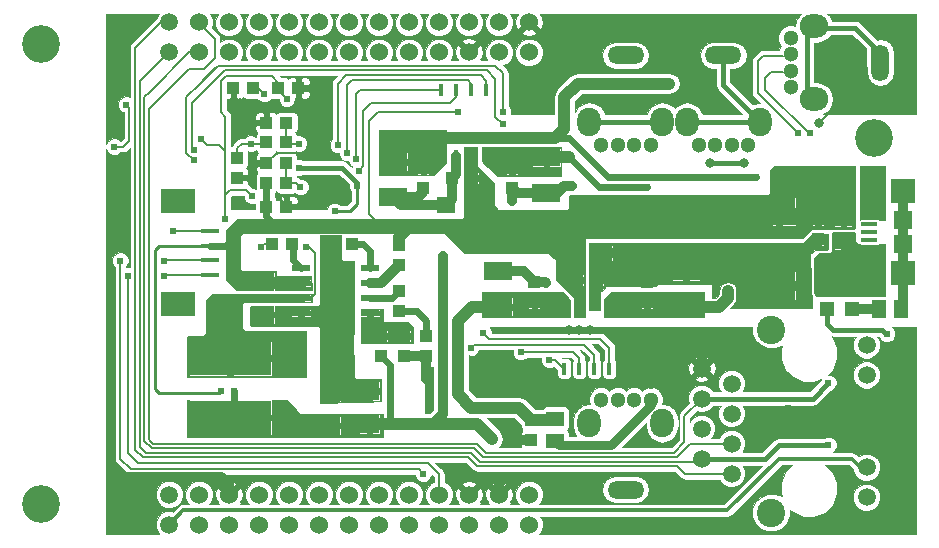
<source format=gtl>
G04 (created by PCBNEW (2013-07-07 BZR 4022)-stable) date 2014/5/16 16:00:16*
%MOIN*%
G04 Gerber Fmt 3.4, Leading zero omitted, Abs format*
%FSLAX34Y34*%
G01*
G70*
G90*
G04 APERTURE LIST*
%ADD10C,0.00590551*%
%ADD11R,0.275591X0.11811*%
%ADD12R,0.0708X0.0629*%
%ADD13R,0.0629921X0.023622*%
%ADD14R,0.0905512X0.129921*%
%ADD15R,0.0433X0.0393*%
%ADD16R,0.0393X0.0433*%
%ADD17R,0.1102X0.0944*%
%ADD18R,0.059X0.0511*%
%ADD19R,0.0511X0.059*%
%ADD20C,0.06*%
%ADD21C,0.0593*%
%ADD22C,0.0511811*%
%ADD23O,0.0944882X0.0787402*%
%ADD24O,0.0590551X0.122047*%
%ADD25O,0.0787402X0.0944882*%
%ADD26O,0.122047X0.0590551*%
%ADD27C,0.0944*%
%ADD28C,0.126*%
%ADD29R,0.015748X0.0393701*%
%ADD30R,0.0472X0.0472*%
%ADD31R,0.0669291X0.0669291*%
%ADD32R,0.0629921X0.011811*%
%ADD33R,0.11811X0.0826772*%
%ADD34R,0.0944X0.0629*%
%ADD35R,0.0629X0.0551*%
%ADD36R,0.053X0.016*%
%ADD37R,0.081X0.081*%
%ADD38R,0.06X0.06*%
%ADD39C,0.024*%
%ADD40C,0.032*%
%ADD41C,0.0240157*%
%ADD42C,0.016*%
%ADD43C,0.01*%
%ADD44C,0.032*%
%ADD45C,0.024*%
%ADD46C,0.008*%
%ADD47C,0.006*%
%ADD48C,0.04*%
%ADD49C,0.012*%
%ADD50C,0.03*%
%ADD51C,0.001*%
G04 APERTURE END LIST*
G54D10*
G54D11*
X71056Y-31365D03*
X71056Y-33334D03*
G54D12*
X74400Y-33601D03*
X74400Y-32499D03*
X72200Y-28799D03*
X72200Y-29901D03*
G54D13*
X73425Y-28350D03*
X73425Y-28850D03*
X73425Y-29350D03*
X73425Y-29850D03*
X75725Y-29850D03*
X75725Y-29350D03*
X75725Y-28850D03*
X75725Y-28350D03*
G54D14*
X74575Y-29100D03*
G54D15*
X76850Y-30616D03*
X76850Y-31284D03*
X76700Y-28234D03*
X76700Y-27566D03*
X77600Y-31284D03*
X77600Y-30616D03*
X76100Y-31284D03*
X76100Y-30616D03*
X73134Y-27550D03*
X72466Y-27550D03*
G54D16*
X76700Y-29784D03*
X76700Y-29116D03*
G54D15*
X74441Y-27550D03*
X75109Y-27550D03*
G54D17*
X89350Y-26460D03*
X89350Y-28940D03*
G54D18*
X81900Y-33376D03*
X81900Y-34124D03*
G54D19*
X93424Y-29700D03*
X92676Y-29700D03*
G54D18*
X91500Y-27474D03*
X91500Y-26726D03*
G54D20*
X81023Y-35905D03*
X81023Y-36905D03*
X80023Y-35905D03*
X80023Y-36905D03*
X79023Y-35905D03*
X79023Y-36905D03*
X78023Y-35905D03*
X78023Y-36905D03*
X77023Y-35905D03*
X77023Y-36905D03*
X76023Y-35905D03*
X76023Y-36905D03*
X75023Y-35905D03*
X75023Y-36905D03*
X74023Y-35905D03*
X74023Y-36905D03*
X73023Y-35905D03*
X73023Y-36905D03*
X72023Y-35905D03*
X72023Y-36905D03*
X71023Y-35905D03*
X71023Y-36905D03*
X70023Y-35905D03*
X70023Y-36905D03*
G54D21*
X69023Y-35905D03*
X69023Y-36905D03*
G54D20*
X81023Y-20157D03*
X81023Y-21157D03*
X80023Y-20157D03*
X80023Y-21157D03*
X79023Y-20157D03*
X79023Y-21157D03*
X78023Y-20157D03*
X78023Y-21157D03*
X77023Y-20157D03*
X77023Y-21157D03*
X76023Y-20157D03*
X76023Y-21157D03*
X75023Y-20157D03*
X75023Y-21157D03*
X74023Y-20157D03*
X74023Y-21157D03*
X73023Y-20157D03*
X73023Y-21157D03*
X72023Y-20157D03*
X72023Y-21157D03*
X71023Y-20157D03*
X71023Y-21157D03*
X70023Y-20157D03*
X70023Y-21157D03*
G54D21*
X69023Y-20157D03*
X69023Y-21157D03*
G54D22*
X89742Y-21224D03*
X89742Y-20673D03*
X89742Y-21775D03*
X89742Y-22326D03*
G54D23*
X90529Y-20287D03*
X90529Y-22712D03*
G54D24*
X92734Y-21500D03*
G54D22*
X84525Y-32742D03*
X85076Y-32742D03*
X83974Y-32742D03*
X83423Y-32742D03*
G54D25*
X85462Y-33529D03*
X83037Y-33529D03*
G54D26*
X84250Y-35734D03*
G54D16*
X72266Y-24850D03*
X72934Y-24850D03*
X72934Y-24165D03*
X72266Y-24165D03*
X72266Y-25500D03*
X72934Y-25500D03*
G54D15*
X82616Y-28750D03*
X83284Y-28750D03*
G54D16*
X90650Y-26716D03*
X90650Y-27384D03*
G54D15*
X79134Y-25350D03*
X78466Y-25350D03*
X72266Y-23500D03*
X72934Y-23500D03*
X72666Y-22350D03*
X73334Y-22350D03*
X71834Y-22350D03*
X71166Y-22350D03*
G54D16*
X71300Y-24666D03*
X71300Y-25334D03*
G54D15*
X72266Y-26300D03*
X72934Y-26300D03*
G54D16*
X81100Y-33416D03*
X81100Y-34084D03*
G54D21*
X92274Y-34985D03*
X92274Y-35985D03*
X92274Y-31915D03*
X92274Y-30915D03*
X86781Y-33700D03*
X87781Y-33200D03*
X87781Y-32200D03*
X86781Y-31700D03*
X86781Y-32700D03*
G54D27*
X89094Y-30399D03*
X89094Y-36501D03*
G54D21*
X87781Y-35200D03*
X86781Y-34700D03*
X87781Y-34200D03*
G54D28*
X64763Y-36220D03*
X64763Y-20866D03*
X92519Y-24015D03*
G54D29*
X82200Y-31700D03*
X82700Y-31700D03*
X83200Y-31700D03*
X83700Y-31700D03*
X82200Y-29500D03*
X82700Y-29500D03*
X83200Y-29500D03*
X83700Y-29500D03*
X79600Y-22400D03*
X79100Y-22400D03*
X78600Y-22400D03*
X78100Y-22400D03*
X79600Y-24600D03*
X79100Y-24600D03*
X78600Y-24600D03*
X78100Y-24600D03*
G54D12*
X75700Y-33551D03*
X75700Y-32449D03*
G54D30*
X90962Y-29725D03*
X91788Y-29725D03*
G54D22*
X87224Y-24257D03*
X86673Y-24257D03*
X87775Y-24257D03*
X88326Y-24257D03*
G54D25*
X86287Y-23470D03*
X88712Y-23470D03*
G54D26*
X87500Y-21265D03*
G54D22*
X83974Y-24257D03*
X83423Y-24257D03*
X84525Y-24257D03*
X85076Y-24257D03*
G54D25*
X83037Y-23470D03*
X85462Y-23470D03*
G54D26*
X84250Y-21265D03*
G54D31*
X74858Y-30900D03*
X73205Y-30900D03*
G54D32*
X70388Y-27112D03*
X70388Y-27604D03*
X70388Y-28096D03*
X70388Y-28588D03*
G54D33*
X69306Y-26128D03*
X69306Y-29553D03*
G54D34*
X86250Y-29640D03*
X86250Y-28460D03*
X80000Y-29640D03*
X80000Y-28460D03*
X76500Y-24810D03*
X76500Y-25990D03*
X81600Y-24660D03*
X81600Y-25840D03*
G54D35*
X82310Y-27850D03*
X83490Y-27850D03*
X79440Y-26250D03*
X78260Y-26250D03*
G54D16*
X84950Y-29484D03*
X84950Y-28816D03*
X81200Y-29484D03*
X81200Y-28816D03*
X77500Y-25016D03*
X77500Y-25684D03*
X80450Y-25016D03*
X80450Y-25684D03*
G54D36*
X92360Y-27670D03*
X92360Y-27410D03*
X92360Y-27150D03*
X92360Y-26890D03*
X92360Y-26630D03*
G54D37*
X93500Y-28530D03*
X93500Y-25770D03*
G54D38*
X93500Y-27550D03*
X93500Y-26750D03*
G54D39*
X73350Y-25000D03*
X74550Y-26450D03*
G54D40*
X78150Y-27950D03*
G54D39*
X71200Y-32450D03*
X71750Y-24200D03*
X75300Y-25600D03*
X72200Y-22550D03*
G54D40*
X79800Y-34050D03*
X79875Y-26950D03*
X80425Y-26950D03*
X80900Y-26950D03*
X81650Y-26950D03*
X82075Y-26950D03*
X82550Y-26950D03*
X83050Y-26950D03*
X79600Y-25700D03*
X85275Y-26100D03*
X85725Y-26100D03*
X86150Y-26100D03*
X86575Y-26100D03*
X86575Y-26500D03*
X86150Y-26500D03*
X85725Y-26500D03*
X85275Y-26500D03*
X84850Y-26500D03*
X84850Y-26950D03*
X85275Y-26950D03*
X85725Y-26950D03*
X86150Y-26950D03*
X86575Y-26950D03*
X88550Y-26175D03*
X88200Y-26550D03*
X88550Y-26550D03*
X88200Y-26950D03*
X88550Y-26950D03*
X91000Y-26200D03*
X90675Y-26200D03*
X89350Y-25300D03*
X89350Y-25700D03*
X79100Y-24950D03*
X79134Y-25750D03*
X82310Y-28444D03*
X82700Y-29100D03*
G54D39*
X78650Y-23150D03*
X70750Y-32450D03*
X68850Y-28600D03*
X67650Y-28600D03*
G54D41*
X91000Y-32175D03*
G54D39*
X67400Y-28100D03*
X68850Y-28100D03*
X77500Y-35200D03*
X91000Y-34250D03*
G54D40*
X85460Y-29430D03*
X85450Y-29800D03*
X84380Y-29480D03*
X87650Y-29100D03*
X80770Y-29590D03*
X81640Y-29510D03*
X81800Y-29850D03*
G54D39*
X88600Y-25300D03*
G54D40*
X85700Y-22200D03*
X80880Y-24980D03*
X79970Y-24940D03*
X82350Y-24650D03*
G54D39*
X84950Y-25650D03*
G54D40*
X84420Y-28630D03*
X85370Y-28110D03*
X84430Y-28260D03*
X88280Y-28940D03*
X87120Y-28630D03*
X87110Y-28180D03*
X68350Y-36950D03*
X68350Y-36550D03*
X68350Y-36150D03*
X68350Y-35750D03*
X67900Y-35750D03*
X67900Y-36150D03*
X67900Y-36550D03*
X67900Y-36950D03*
X67450Y-36950D03*
X67450Y-36550D03*
X67450Y-36150D03*
X67450Y-35750D03*
X92100Y-34100D03*
X80350Y-33750D03*
X85100Y-32200D03*
X85100Y-31850D03*
X85100Y-31450D03*
X85100Y-31050D03*
X85100Y-30650D03*
X85500Y-32250D03*
X85500Y-31850D03*
X85500Y-31450D03*
X85500Y-31050D03*
X85500Y-30650D03*
X86400Y-30650D03*
X88000Y-30650D03*
X87600Y-30650D03*
X87200Y-30650D03*
X86800Y-30650D03*
X67450Y-22300D03*
X67850Y-20300D03*
X67450Y-20300D03*
X67450Y-20700D03*
X67450Y-21100D03*
X67450Y-21500D03*
X67450Y-21900D03*
G54D39*
X69150Y-27100D03*
X71800Y-26300D03*
X71250Y-26100D03*
G54D40*
X92600Y-23050D03*
X90700Y-23500D03*
G54D39*
X85250Y-20350D03*
G54D40*
X71400Y-22850D03*
X73600Y-23100D03*
X82700Y-30400D03*
X81600Y-28850D03*
X82350Y-30400D03*
X83050Y-30400D03*
X92250Y-29725D03*
X88200Y-24850D03*
X87050Y-24850D03*
X80450Y-26100D03*
X77300Y-26250D03*
G54D39*
X71750Y-25300D03*
X72700Y-26000D03*
G54D40*
X84950Y-28250D03*
X82450Y-25600D03*
X92300Y-25200D03*
X92650Y-25200D03*
X92650Y-25550D03*
X92300Y-25550D03*
X92300Y-25900D03*
X92650Y-25900D03*
X92650Y-26250D03*
X92300Y-26250D03*
X90200Y-28950D03*
X81550Y-35300D03*
X80700Y-34100D03*
X67450Y-35350D03*
X77600Y-32050D03*
X74600Y-28000D03*
X74950Y-28350D03*
X74600Y-28350D03*
G54D41*
X93600Y-22550D03*
G54D39*
X89650Y-33025D03*
X90784Y-33425D03*
G54D40*
X92100Y-33700D03*
G54D41*
X90000Y-23850D03*
X90400Y-23850D03*
G54D39*
X71800Y-25950D03*
X67600Y-22900D03*
X67200Y-24300D03*
X70100Y-24050D03*
X70900Y-26700D03*
X72950Y-22700D03*
X92950Y-30550D03*
X80750Y-31150D03*
G54D40*
X91000Y-28550D03*
X91000Y-29050D03*
X91550Y-29050D03*
X91550Y-28550D03*
X91550Y-28050D03*
X92100Y-28050D03*
X92100Y-28550D03*
X92100Y-29050D03*
X92600Y-29050D03*
X92600Y-28550D03*
X92600Y-28050D03*
G54D39*
X79100Y-31000D03*
X81700Y-31400D03*
X79500Y-30500D03*
X74950Y-24500D03*
X75350Y-25100D03*
X74650Y-24250D03*
X75250Y-24700D03*
X73400Y-25650D03*
X73350Y-24200D03*
X80150Y-23150D03*
X69850Y-24750D03*
X80150Y-23550D03*
X69850Y-24400D03*
X73600Y-27650D03*
X72100Y-27650D03*
G54D42*
X75300Y-25600D02*
X75300Y-25500D01*
X75300Y-25500D02*
X74800Y-25000D01*
X74800Y-25000D02*
X73350Y-25000D01*
G54D43*
X74550Y-26450D02*
X75050Y-26450D01*
X75050Y-26450D02*
X75300Y-26200D01*
X75300Y-26200D02*
X75300Y-25600D01*
G54D44*
X78150Y-27950D02*
X78150Y-33201D01*
X78150Y-33201D02*
X77800Y-33551D01*
G54D45*
X71200Y-33190D02*
X71056Y-33334D01*
X71200Y-32450D02*
X71200Y-33190D01*
G54D46*
X71300Y-24666D02*
X71300Y-24350D01*
X71300Y-24350D02*
X71450Y-24200D01*
X71450Y-24200D02*
X71750Y-24200D01*
X71750Y-24200D02*
X72266Y-24200D01*
G54D47*
X71900Y-22250D02*
X71784Y-22250D01*
X72200Y-22550D02*
X71900Y-22250D01*
G54D45*
X76400Y-32750D02*
X76400Y-33351D01*
X76400Y-33351D02*
X76200Y-33551D01*
X76100Y-31284D02*
X76400Y-31584D01*
X76400Y-31584D02*
X76400Y-32750D01*
X76400Y-32750D02*
X76400Y-33250D01*
G54D48*
X75700Y-33551D02*
X76200Y-33551D01*
X76200Y-33551D02*
X76701Y-33551D01*
X76701Y-33551D02*
X77800Y-33551D01*
X77800Y-33551D02*
X78300Y-33551D01*
X78300Y-33551D02*
X79301Y-33551D01*
X79301Y-33551D02*
X79800Y-34050D01*
G54D44*
X82950Y-26950D02*
X83050Y-26950D01*
X79134Y-25750D02*
X79550Y-25750D01*
X79550Y-25750D02*
X79600Y-25700D01*
X85725Y-26100D02*
X85275Y-26100D01*
X86150Y-26100D02*
X85725Y-26100D01*
X86575Y-26100D02*
X86150Y-26100D01*
X86575Y-26500D02*
X86575Y-26100D01*
X86150Y-26500D02*
X86575Y-26500D01*
X85725Y-26500D02*
X86150Y-26500D01*
X85275Y-26500D02*
X85725Y-26500D01*
X84850Y-26500D02*
X85275Y-26500D01*
X84850Y-26950D02*
X84850Y-26500D01*
X88550Y-26550D02*
X88550Y-26175D01*
X88200Y-26950D02*
X88200Y-26550D01*
X88550Y-26950D02*
X88550Y-26550D01*
X90650Y-26716D02*
X90650Y-26225D01*
X90650Y-26225D02*
X90675Y-26200D01*
X90675Y-26200D02*
X91000Y-26200D01*
X89350Y-25700D02*
X89350Y-25300D01*
X89350Y-26460D02*
X89350Y-25700D01*
G54D48*
X76700Y-27566D02*
X76700Y-27300D01*
X76700Y-27300D02*
X77050Y-26950D01*
G54D44*
X82310Y-27850D02*
X82310Y-27190D01*
X82310Y-27190D02*
X82550Y-26950D01*
X82616Y-28750D02*
X82310Y-28444D01*
X82310Y-28444D02*
X82310Y-27850D01*
X82700Y-29100D02*
X82616Y-29016D01*
X82700Y-29500D02*
X82700Y-29100D01*
X82616Y-29016D02*
X82616Y-28750D01*
X79440Y-26250D02*
X79440Y-26740D01*
X79440Y-26740D02*
X79650Y-26950D01*
X79134Y-25350D02*
X79134Y-25750D01*
X79134Y-25750D02*
X79134Y-25944D01*
X79134Y-25944D02*
X79440Y-26250D01*
X79100Y-24600D02*
X79100Y-24950D01*
X79100Y-24950D02*
X79100Y-25316D01*
X79100Y-25316D02*
X79134Y-25350D01*
G54D46*
X78650Y-23150D02*
X76000Y-23150D01*
X75700Y-23450D02*
X75700Y-24550D01*
X76000Y-23150D02*
X75700Y-23450D01*
G54D43*
X68550Y-32375D02*
X68550Y-31775D01*
X68700Y-32525D02*
X68550Y-32375D01*
X70675Y-32525D02*
X68700Y-32525D01*
X70750Y-32450D02*
X70675Y-32525D01*
G54D46*
X75700Y-26550D02*
X76100Y-26950D01*
X75700Y-24550D02*
X75700Y-26550D01*
G54D45*
X70388Y-27604D02*
X70895Y-27604D01*
X71150Y-27350D02*
X71150Y-27200D01*
X70895Y-27604D02*
X71150Y-27350D01*
G54D48*
X72200Y-28799D02*
X71399Y-28799D01*
X71399Y-28799D02*
X71150Y-28550D01*
X71150Y-28550D02*
X71150Y-27200D01*
X71150Y-27200D02*
X71400Y-26950D01*
X72600Y-26950D02*
X72200Y-26950D01*
X71400Y-26950D02*
X72200Y-26950D01*
G54D45*
X70388Y-27604D02*
X70595Y-27604D01*
G54D43*
X70388Y-27604D02*
X68695Y-27604D01*
X68695Y-27604D02*
X68550Y-27750D01*
X68550Y-27750D02*
X68550Y-31775D01*
G54D48*
X73425Y-28850D02*
X72251Y-28850D01*
X72251Y-28850D02*
X72200Y-28799D01*
G54D45*
X72266Y-26300D02*
X72266Y-26616D01*
X72266Y-26616D02*
X72600Y-26950D01*
X72266Y-25650D02*
X72266Y-26300D01*
G54D48*
X72950Y-26950D02*
X72600Y-26950D01*
X79650Y-26950D02*
X77050Y-26950D01*
X77050Y-26950D02*
X76100Y-26950D01*
X76100Y-26950D02*
X72950Y-26950D01*
X89350Y-26460D02*
X88860Y-26950D01*
X83050Y-26950D02*
X82950Y-26950D01*
X82950Y-26950D02*
X82550Y-26950D01*
X88860Y-26950D02*
X88550Y-26950D01*
X88550Y-26950D02*
X88200Y-26950D01*
X88200Y-26950D02*
X86575Y-26950D01*
X86575Y-26950D02*
X86150Y-26950D01*
X86150Y-26950D02*
X85725Y-26950D01*
X85725Y-26950D02*
X85275Y-26950D01*
X85275Y-26950D02*
X84850Y-26950D01*
X84850Y-26950D02*
X83050Y-26950D01*
X82550Y-26950D02*
X82075Y-26950D01*
X82075Y-26950D02*
X81650Y-26950D01*
X81650Y-26950D02*
X80900Y-26950D01*
X80900Y-26950D02*
X80425Y-26950D01*
X80425Y-26950D02*
X79875Y-26950D01*
X79875Y-26950D02*
X79650Y-26950D01*
X90650Y-26716D02*
X89606Y-26716D01*
G54D42*
X89606Y-26716D02*
X89350Y-26460D01*
G54D48*
X91500Y-26726D02*
X90660Y-26726D01*
G54D42*
X90660Y-26726D02*
X90650Y-26716D01*
G54D49*
X78500Y-36425D02*
X81000Y-36425D01*
X92081Y-34999D02*
X91781Y-34700D01*
X87625Y-36425D02*
X81000Y-36425D01*
X89350Y-34700D02*
X87625Y-36425D01*
X91781Y-34700D02*
X89350Y-34700D01*
X69504Y-36425D02*
X69023Y-36905D01*
X69504Y-36425D02*
X78500Y-36425D01*
G54D47*
X67650Y-28600D02*
X67650Y-34500D01*
X68000Y-34850D02*
X68350Y-34850D01*
X67650Y-34500D02*
X68000Y-34850D01*
X68861Y-28588D02*
X68850Y-28600D01*
X70388Y-28588D02*
X68861Y-28588D01*
X78023Y-35223D02*
X78023Y-35905D01*
X77650Y-34850D02*
X78023Y-35223D01*
X68350Y-34850D02*
X77650Y-34850D01*
G54D42*
X86781Y-32700D02*
X90475Y-32700D01*
X90475Y-32700D02*
X91000Y-32175D01*
G54D47*
X86781Y-32700D02*
X86200Y-33281D01*
X68400Y-34100D02*
X68400Y-34102D01*
X68500Y-34200D02*
X68400Y-34100D01*
X79300Y-34200D02*
X68500Y-34200D01*
X79600Y-34500D02*
X79300Y-34200D01*
X85859Y-34500D02*
X79600Y-34500D01*
X86200Y-34159D02*
X85859Y-34500D01*
X86200Y-33281D02*
X86200Y-34159D01*
X69700Y-21700D02*
X70200Y-21700D01*
X68350Y-23050D02*
X69700Y-21700D01*
X68350Y-34052D02*
X68350Y-23050D01*
X68400Y-34102D02*
X68350Y-34052D01*
X70023Y-20157D02*
X70023Y-20173D01*
X70550Y-21350D02*
X70200Y-21700D01*
X70550Y-20700D02*
X70550Y-21350D01*
X70023Y-20173D02*
X70550Y-20700D01*
X85000Y-34650D02*
X85950Y-34650D01*
X85950Y-34650D02*
X86385Y-34214D01*
X68375Y-22475D02*
X68200Y-22650D01*
X68450Y-34350D02*
X68750Y-34350D01*
X68200Y-34100D02*
X68450Y-34350D01*
X68200Y-22650D02*
X68200Y-34100D01*
X87588Y-34214D02*
X86385Y-34214D01*
X78800Y-34350D02*
X79200Y-34350D01*
X79200Y-34350D02*
X79500Y-34650D01*
X79500Y-34650D02*
X85000Y-34650D01*
X70023Y-21157D02*
X69692Y-21157D01*
X68750Y-34350D02*
X78800Y-34350D01*
X69692Y-21157D02*
X68375Y-22475D01*
X67400Y-28100D02*
X67400Y-34700D01*
X67750Y-35050D02*
X68100Y-35050D01*
X67400Y-34700D02*
X67750Y-35050D01*
X68853Y-28096D02*
X68850Y-28100D01*
X68853Y-28096D02*
X70388Y-28096D01*
X77350Y-35050D02*
X68100Y-35050D01*
X77500Y-35200D02*
X77350Y-35050D01*
G54D42*
X89350Y-34250D02*
X89200Y-34400D01*
X91000Y-34250D02*
X89350Y-34250D01*
X88885Y-34714D02*
X86588Y-34714D01*
X89200Y-34400D02*
X88885Y-34714D01*
G54D47*
X68600Y-34500D02*
X68250Y-34500D01*
X68600Y-34500D02*
X78750Y-34500D01*
X79100Y-34500D02*
X79400Y-34800D01*
X79400Y-34800D02*
X86503Y-34800D01*
X86503Y-34800D02*
X86588Y-34714D01*
X78750Y-34500D02*
X79100Y-34500D01*
X68250Y-34500D02*
X68050Y-34300D01*
X68050Y-34300D02*
X68050Y-22131D01*
X68050Y-22131D02*
X69023Y-21157D01*
X68100Y-20800D02*
X67900Y-21000D01*
X68150Y-34650D02*
X68350Y-34650D01*
X67900Y-34400D02*
X68150Y-34650D01*
X67900Y-21000D02*
X67900Y-34400D01*
X78600Y-34650D02*
X79000Y-34650D01*
X86214Y-35214D02*
X87588Y-35214D01*
X85950Y-34950D02*
X86214Y-35214D01*
X79300Y-34950D02*
X85950Y-34950D01*
X79000Y-34650D02*
X79300Y-34950D01*
X68350Y-34650D02*
X78600Y-34650D01*
X69023Y-20157D02*
X68742Y-20157D01*
X68742Y-20157D02*
X68100Y-20800D01*
G54D44*
X84950Y-29484D02*
X85406Y-29484D01*
X85406Y-29484D02*
X85460Y-29430D01*
X85460Y-29430D02*
X85460Y-29790D01*
X85456Y-29434D02*
X85460Y-29430D01*
X85460Y-29790D02*
X85450Y-29800D01*
X84950Y-29484D02*
X84384Y-29484D01*
X84384Y-29484D02*
X84380Y-29480D01*
G54D48*
X86250Y-29640D02*
X87360Y-29640D01*
X87360Y-29640D02*
X87650Y-29350D01*
X87650Y-29350D02*
X87650Y-29100D01*
X87650Y-29350D02*
X87360Y-29640D01*
X87360Y-29640D02*
X86250Y-29640D01*
G54D44*
X81200Y-29484D02*
X80876Y-29484D01*
X80876Y-29484D02*
X80770Y-29590D01*
X81200Y-29484D02*
X81614Y-29484D01*
X81614Y-29484D02*
X81640Y-29510D01*
G54D48*
X80000Y-29640D02*
X79110Y-29640D01*
X79110Y-29640D02*
X78650Y-30100D01*
X80684Y-33000D02*
X81100Y-33416D01*
X79100Y-33000D02*
X80684Y-33000D01*
X78650Y-32550D02*
X79100Y-33000D01*
X78650Y-30100D02*
X78650Y-32550D01*
X81100Y-33416D02*
X81860Y-33416D01*
X81860Y-33416D02*
X81900Y-33376D01*
G54D45*
X83100Y-24750D02*
X83650Y-25300D01*
X83650Y-25300D02*
X83750Y-25300D01*
X82350Y-24000D02*
X81900Y-24000D01*
X83100Y-24750D02*
X82350Y-24000D01*
G54D48*
X76500Y-24810D02*
X76500Y-24300D01*
X76500Y-24300D02*
X76800Y-24000D01*
X76800Y-24000D02*
X81900Y-24000D01*
X82650Y-22200D02*
X85700Y-22200D01*
X81900Y-24000D02*
X82200Y-23700D01*
X82200Y-23700D02*
X82200Y-22650D01*
X82200Y-22650D02*
X82650Y-22200D01*
G54D45*
X83750Y-25300D02*
X88600Y-25300D01*
G54D48*
X83000Y-22200D02*
X85700Y-22200D01*
G54D44*
X80450Y-25016D02*
X80844Y-25016D01*
X80844Y-25016D02*
X80880Y-24980D01*
X80450Y-25016D02*
X80046Y-25016D01*
X80046Y-25016D02*
X79970Y-24940D01*
G54D45*
X82350Y-24650D02*
X83350Y-25650D01*
X83350Y-25650D02*
X83650Y-25650D01*
G54D48*
X81600Y-24660D02*
X81610Y-24650D01*
X81610Y-24650D02*
X82350Y-24650D01*
G54D45*
X83650Y-25650D02*
X84950Y-25650D01*
G54D44*
X84430Y-28260D02*
X84430Y-28620D01*
X84430Y-28620D02*
X84420Y-28630D01*
X84950Y-28250D02*
X85230Y-28250D01*
X85230Y-28250D02*
X85370Y-28110D01*
X84950Y-28250D02*
X84440Y-28250D01*
X84440Y-28250D02*
X84430Y-28260D01*
X89350Y-28940D02*
X88280Y-28940D01*
X87110Y-28180D02*
X87110Y-28620D01*
X87110Y-28620D02*
X87120Y-28630D01*
X86250Y-28460D02*
X86830Y-28460D01*
X86830Y-28460D02*
X87110Y-28180D01*
X68350Y-36550D02*
X68350Y-36950D01*
X68350Y-36150D02*
X68350Y-36550D01*
X68350Y-35750D02*
X68350Y-36150D01*
X67900Y-35750D02*
X68350Y-35750D01*
X67900Y-36150D02*
X67900Y-35750D01*
X67900Y-36550D02*
X67900Y-36150D01*
X67900Y-36950D02*
X67900Y-36550D01*
X67450Y-36950D02*
X67900Y-36950D01*
X67450Y-36550D02*
X67450Y-36950D01*
X67450Y-36150D02*
X67450Y-36550D01*
X67450Y-35750D02*
X67450Y-36150D01*
X67450Y-35350D02*
X67450Y-35750D01*
X92100Y-33700D02*
X92100Y-34100D01*
X80700Y-34100D02*
X80350Y-33750D01*
X85100Y-31850D02*
X85100Y-32200D01*
X85100Y-31450D02*
X85100Y-31850D01*
X85100Y-31050D02*
X85100Y-31450D01*
X85100Y-30650D02*
X85100Y-31050D01*
X85500Y-30650D02*
X85100Y-30650D01*
X85500Y-31850D02*
X85500Y-32250D01*
X85500Y-31450D02*
X85500Y-31850D01*
X85500Y-31050D02*
X85500Y-31450D01*
X85500Y-30650D02*
X85500Y-31050D01*
X86400Y-30650D02*
X85500Y-30650D01*
X86800Y-30650D02*
X86400Y-30650D01*
X87600Y-30650D02*
X88000Y-30650D01*
X87200Y-30650D02*
X87600Y-30650D01*
X86800Y-30650D02*
X87200Y-30650D01*
X86781Y-31700D02*
X86781Y-30669D01*
X86781Y-30669D02*
X86800Y-30650D01*
G54D47*
X67450Y-21900D02*
X67450Y-22300D01*
X67450Y-20700D02*
X67450Y-20300D01*
X67450Y-21500D02*
X67450Y-21100D01*
G54D46*
X70388Y-27112D02*
X69162Y-27112D01*
X69162Y-27112D02*
X69150Y-27100D01*
X71550Y-26300D02*
X71800Y-26300D01*
X71350Y-26100D02*
X71550Y-26300D01*
X71250Y-26100D02*
X71350Y-26100D01*
G54D47*
X72266Y-24850D02*
X72611Y-24505D01*
X73395Y-24505D02*
X73540Y-24650D01*
X72611Y-24505D02*
X73395Y-24505D01*
G54D46*
X91150Y-23050D02*
X92600Y-23050D01*
X90700Y-23500D02*
X91150Y-23050D01*
G54D44*
X81566Y-28816D02*
X81600Y-28850D01*
X81566Y-28816D02*
X81200Y-28816D01*
G54D42*
X87050Y-24850D02*
X88200Y-24850D01*
G54D44*
X80450Y-25684D02*
X80450Y-26100D01*
X78260Y-26250D02*
X77300Y-26250D01*
X77300Y-26250D02*
X76760Y-26250D01*
X76760Y-26250D02*
X76500Y-25990D01*
X77500Y-25684D02*
X77500Y-25800D01*
X77500Y-25800D02*
X77310Y-25990D01*
X77310Y-25990D02*
X76500Y-25990D01*
X90650Y-27384D02*
X90566Y-27384D01*
X89350Y-28600D02*
X89350Y-28940D01*
X90566Y-27384D02*
X89350Y-28600D01*
G54D46*
X71300Y-25334D02*
X71716Y-25334D01*
X71716Y-25334D02*
X71750Y-25300D01*
X72934Y-26300D02*
X72934Y-26234D01*
X72934Y-26234D02*
X72700Y-26000D01*
G54D44*
X80000Y-28460D02*
X80844Y-28460D01*
X80844Y-28460D02*
X81200Y-28816D01*
X83490Y-27850D02*
X84550Y-27850D01*
X84550Y-27850D02*
X84950Y-28250D01*
X84950Y-28250D02*
X84950Y-28816D01*
X86250Y-28460D02*
X85306Y-28460D01*
X85306Y-28460D02*
X84950Y-28816D01*
X81600Y-25840D02*
X81960Y-25840D01*
X81960Y-25840D02*
X82200Y-25600D01*
X82200Y-25600D02*
X82450Y-25600D01*
X81600Y-25840D02*
X80606Y-25840D01*
X80606Y-25840D02*
X80450Y-25684D01*
G54D46*
X72266Y-24850D02*
X72100Y-24850D01*
X72100Y-24850D02*
X71616Y-25334D01*
X71616Y-25334D02*
X71300Y-25334D01*
G54D42*
X92650Y-25200D02*
X92300Y-25200D01*
X92650Y-25550D02*
X92650Y-25200D01*
X92300Y-25550D02*
X92650Y-25550D01*
X92300Y-25900D02*
X92300Y-25550D01*
X92650Y-25900D02*
X92300Y-25900D01*
X92650Y-26250D02*
X92650Y-25900D01*
X92300Y-26250D02*
X92650Y-26250D01*
X92300Y-26250D02*
X92300Y-26570D01*
X92300Y-26570D02*
X92360Y-26630D01*
X92360Y-26310D02*
X92300Y-26250D01*
G54D44*
X83284Y-28750D02*
X83490Y-28544D01*
X83490Y-28544D02*
X83490Y-27850D01*
X83200Y-29500D02*
X83200Y-28834D01*
X83200Y-28834D02*
X83284Y-28750D01*
X78466Y-25350D02*
X78466Y-26044D01*
X78466Y-26044D02*
X78260Y-26250D01*
X78600Y-24600D02*
X78600Y-25216D01*
X78600Y-25216D02*
X78466Y-25350D01*
X89350Y-28940D02*
X90190Y-28940D01*
X90190Y-28940D02*
X90200Y-28950D01*
X80023Y-35905D02*
X80023Y-35526D01*
X80250Y-35300D02*
X81550Y-35300D01*
X80023Y-35526D02*
X80250Y-35300D01*
X81100Y-34084D02*
X80716Y-34084D01*
X80716Y-34084D02*
X80700Y-34100D01*
X71023Y-35905D02*
X71023Y-35573D01*
X67479Y-35320D02*
X67450Y-35350D01*
X70770Y-35320D02*
X67479Y-35320D01*
X71023Y-35573D02*
X70770Y-35320D01*
X77600Y-31284D02*
X77600Y-32050D01*
X76850Y-31284D02*
X77600Y-31284D01*
X74441Y-27550D02*
X74600Y-27709D01*
X74600Y-27709D02*
X74600Y-28000D01*
X74575Y-28725D02*
X74950Y-28350D01*
X74575Y-28725D02*
X74575Y-29100D01*
X91788Y-29725D02*
X92250Y-29725D01*
X92250Y-29725D02*
X92651Y-29725D01*
G54D42*
X92651Y-29725D02*
X92676Y-29700D01*
G54D44*
X72251Y-29850D02*
X72200Y-29901D01*
X74400Y-32599D02*
X75650Y-32599D01*
X75650Y-32599D02*
X75700Y-32549D01*
X74858Y-30900D02*
X74858Y-32140D01*
X74858Y-32140D02*
X74400Y-32599D01*
X74575Y-29100D02*
X74575Y-30616D01*
X74575Y-30616D02*
X74858Y-30900D01*
G54D42*
X90050Y-33425D02*
X90784Y-33425D01*
X89650Y-33025D02*
X90050Y-33425D01*
X92100Y-33700D02*
X91059Y-33700D01*
X91059Y-33700D02*
X90784Y-33425D01*
G54D45*
X76700Y-29784D02*
X77284Y-29784D01*
X77600Y-30100D02*
X77600Y-30616D01*
X77284Y-29784D02*
X77600Y-30100D01*
G54D46*
X90000Y-23850D02*
X88650Y-22500D01*
X88650Y-22500D02*
X88650Y-21700D01*
X89492Y-21274D02*
X88825Y-21274D01*
X88825Y-21274D02*
X88650Y-21450D01*
X88650Y-21450D02*
X88650Y-21700D01*
G54D42*
X90000Y-23850D02*
X89950Y-23850D01*
G54D46*
X90400Y-23850D02*
X90350Y-23850D01*
X89074Y-21825D02*
X89492Y-21825D01*
X88900Y-22000D02*
X89074Y-21825D01*
X88900Y-22400D02*
X88900Y-22000D01*
X90350Y-23850D02*
X88900Y-22400D01*
G54D42*
X90279Y-20337D02*
X91887Y-20337D01*
X92484Y-20934D02*
X92484Y-21550D01*
X91887Y-20337D02*
X92484Y-20934D01*
X90279Y-22762D02*
X90279Y-20337D01*
G54D46*
X71800Y-25950D02*
X71600Y-25750D01*
X71050Y-25750D02*
X70900Y-25900D01*
X71600Y-25750D02*
X71050Y-25750D01*
X70900Y-25750D02*
X70900Y-25800D01*
X70900Y-25850D02*
X70900Y-25800D01*
X70900Y-26500D02*
X70900Y-26100D01*
X72666Y-22350D02*
X72666Y-22166D01*
X72666Y-22166D02*
X72450Y-21950D01*
X72450Y-21950D02*
X70926Y-21950D01*
X70926Y-21950D02*
X70750Y-22126D01*
X70750Y-22126D02*
X70750Y-23150D01*
X70750Y-23150D02*
X70900Y-23300D01*
X67700Y-23000D02*
X67700Y-23750D01*
X67600Y-22900D02*
X67700Y-23000D01*
X67200Y-24300D02*
X67500Y-24300D01*
X67500Y-24300D02*
X67700Y-24100D01*
X67700Y-24100D02*
X67700Y-23750D01*
X70700Y-24250D02*
X70900Y-24450D01*
X70300Y-24250D02*
X70700Y-24250D01*
X70100Y-24050D02*
X70300Y-24250D01*
X70900Y-23300D02*
X70900Y-24350D01*
X70900Y-24350D02*
X70900Y-24450D01*
X70900Y-24450D02*
X70900Y-24900D01*
X70900Y-24900D02*
X70900Y-25600D01*
X70900Y-25600D02*
X70900Y-25750D01*
X70900Y-25750D02*
X70900Y-25850D01*
X70900Y-25850D02*
X70900Y-25900D01*
X70900Y-25900D02*
X70900Y-26100D01*
X70900Y-26100D02*
X70900Y-26500D01*
X70900Y-26500D02*
X70900Y-26700D01*
G54D47*
X72666Y-22416D02*
X72666Y-22250D01*
G54D46*
X72950Y-22700D02*
X72666Y-22416D01*
G54D44*
X93503Y-28545D02*
X93503Y-29620D01*
X93503Y-29620D02*
X93424Y-29700D01*
X93503Y-27565D02*
X93503Y-28545D01*
X93503Y-26765D02*
X93503Y-27565D01*
X93503Y-25785D02*
X93503Y-26765D01*
G54D45*
X75725Y-29350D02*
X76466Y-29350D01*
X76466Y-29350D02*
X76700Y-29116D01*
X75109Y-27550D02*
X75500Y-27550D01*
X75725Y-27775D02*
X75725Y-28350D01*
X75500Y-27550D02*
X75725Y-27775D01*
G54D42*
X90962Y-29725D02*
X90962Y-30212D01*
X92800Y-30400D02*
X92950Y-30550D01*
X91150Y-30400D02*
X92800Y-30400D01*
X90962Y-30212D02*
X91150Y-30400D01*
G54D45*
X73425Y-28350D02*
X73150Y-28075D01*
X73150Y-27566D02*
X73134Y-27550D01*
X73150Y-28075D02*
X73150Y-27566D01*
G54D44*
X75725Y-28850D02*
X76084Y-28850D01*
X76084Y-28850D02*
X76700Y-28234D01*
G54D46*
X80750Y-31150D02*
X82500Y-31150D01*
X82500Y-31150D02*
X82700Y-31350D01*
X82700Y-31700D02*
X82700Y-31350D01*
G54D42*
X91000Y-29050D02*
X91000Y-28550D01*
X91550Y-29050D02*
X91000Y-29050D01*
X91550Y-28550D02*
X91550Y-29050D01*
X91550Y-28050D02*
X91550Y-28550D01*
X92100Y-28050D02*
X91550Y-28050D01*
X92100Y-28550D02*
X92100Y-28050D01*
X92100Y-29050D02*
X92100Y-28550D01*
X92600Y-29050D02*
X92100Y-29050D01*
X92600Y-28550D02*
X92600Y-29050D01*
X92600Y-28050D02*
X92600Y-28550D01*
X92600Y-28050D02*
X92600Y-27910D01*
X92600Y-27910D02*
X92360Y-27670D01*
X92360Y-27670D02*
X91696Y-27670D01*
X91696Y-27670D02*
X91500Y-27474D01*
G54D46*
X83200Y-31700D02*
X83200Y-31250D01*
X83200Y-31250D02*
X82850Y-30900D01*
X79200Y-30900D02*
X79100Y-31000D01*
X82850Y-30900D02*
X79200Y-30900D01*
X81900Y-31400D02*
X82200Y-31700D01*
X81700Y-31400D02*
X81900Y-31400D01*
X83700Y-31700D02*
X83700Y-31000D01*
X83700Y-31000D02*
X83400Y-30700D01*
X79700Y-30700D02*
X79500Y-30500D01*
X83400Y-30700D02*
X79700Y-30700D01*
X77600Y-22080D02*
X75119Y-22080D01*
X74950Y-22250D02*
X74950Y-24500D01*
X75119Y-22080D02*
X74950Y-22250D01*
X77950Y-22080D02*
X77600Y-22080D01*
X79100Y-22400D02*
X79100Y-22200D01*
X78980Y-22080D02*
X77950Y-22080D01*
X79100Y-22200D02*
X78980Y-22080D01*
X78600Y-22400D02*
X78600Y-22650D01*
X78600Y-22650D02*
X78400Y-22850D01*
X75500Y-23100D02*
X75500Y-24450D01*
X75750Y-22850D02*
X75500Y-23100D01*
X78400Y-22850D02*
X75750Y-22850D01*
X75500Y-24950D02*
X75500Y-24450D01*
X75350Y-25100D02*
X75500Y-24950D01*
X74650Y-24250D02*
X74650Y-22200D01*
X74929Y-21920D02*
X77600Y-21920D01*
X74650Y-22200D02*
X74929Y-21920D01*
X77600Y-21920D02*
X77650Y-21920D01*
X79600Y-22350D02*
X79600Y-22100D01*
X79600Y-22100D02*
X79420Y-21920D01*
X79420Y-21920D02*
X77650Y-21920D01*
X78100Y-22400D02*
X75400Y-22400D01*
X75250Y-22550D02*
X75250Y-24700D01*
X75400Y-22400D02*
X75250Y-22550D01*
X73400Y-25650D02*
X73250Y-25500D01*
X73250Y-25500D02*
X72934Y-25500D01*
X72934Y-24850D02*
X72934Y-25500D01*
G54D47*
X73350Y-24200D02*
X72934Y-24200D01*
X72934Y-23500D02*
X72934Y-24200D01*
G54D46*
X79450Y-21600D02*
X79900Y-21600D01*
X80150Y-21850D02*
X80150Y-23150D01*
X79900Y-21600D02*
X80150Y-21850D01*
X70650Y-21600D02*
X70050Y-22200D01*
X79650Y-21600D02*
X79450Y-21600D01*
X79450Y-21600D02*
X70650Y-21600D01*
X70200Y-22050D02*
X70600Y-21650D01*
X70200Y-22050D02*
X70050Y-22200D01*
X69600Y-22650D02*
X69600Y-22950D01*
X69600Y-24500D02*
X69600Y-22950D01*
X69850Y-24750D02*
X69600Y-24500D01*
X70050Y-22200D02*
X69600Y-22650D01*
X79100Y-21760D02*
X79610Y-21760D01*
X79900Y-22050D02*
X79900Y-23300D01*
X79610Y-21760D02*
X79900Y-22050D01*
X70889Y-21760D02*
X69800Y-22850D01*
X79100Y-21760D02*
X70889Y-21760D01*
X79900Y-23300D02*
X80150Y-23550D01*
X69800Y-22850D02*
X69800Y-23050D01*
X69800Y-24350D02*
X69800Y-23050D01*
X69850Y-24400D02*
X69800Y-24350D01*
G54D50*
X85076Y-32742D02*
X85076Y-32923D01*
X85076Y-32923D02*
X83760Y-34239D01*
X83760Y-34239D02*
X82015Y-34239D01*
X82015Y-34239D02*
X81900Y-34124D01*
G54D47*
X73900Y-28550D02*
X73900Y-27850D01*
X73900Y-27850D02*
X73700Y-27650D01*
X73700Y-27650D02*
X73600Y-27650D01*
X73750Y-29350D02*
X73900Y-29200D01*
X73900Y-29200D02*
X73900Y-28550D01*
X73900Y-28550D02*
X73900Y-27850D01*
X73900Y-27850D02*
X73750Y-27700D01*
X73425Y-29350D02*
X73750Y-29350D01*
X72200Y-27550D02*
X72466Y-27550D01*
X72100Y-27650D02*
X72200Y-27550D01*
G54D45*
X73205Y-30900D02*
X73150Y-30900D01*
X72684Y-31365D02*
X71056Y-31365D01*
X73150Y-30900D02*
X72684Y-31365D01*
X73425Y-29350D02*
X71250Y-29350D01*
X71250Y-29350D02*
X71150Y-29350D01*
X71056Y-29443D02*
X71056Y-29456D01*
X71056Y-29456D02*
X71056Y-31365D01*
X71150Y-29350D02*
X71056Y-29443D01*
G54D42*
X87500Y-21265D02*
X87500Y-22257D01*
X87500Y-22257D02*
X88712Y-23470D01*
X86287Y-23470D02*
X88712Y-23470D01*
X83037Y-23470D02*
X85462Y-23470D01*
G54D10*
G36*
X76145Y-33995D02*
X76060Y-33995D01*
X76060Y-33866D01*
X76060Y-33235D01*
X76059Y-33233D01*
X76057Y-33231D01*
X76055Y-33230D01*
X76052Y-33230D01*
X75796Y-33230D01*
X75795Y-33232D01*
X75795Y-33456D01*
X76058Y-33456D01*
X76060Y-33454D01*
X76060Y-33235D01*
X76060Y-33866D01*
X76060Y-33647D01*
X76058Y-33646D01*
X75795Y-33646D01*
X75795Y-33870D01*
X75796Y-33871D01*
X76052Y-33871D01*
X76055Y-33871D01*
X76057Y-33870D01*
X76059Y-33868D01*
X76060Y-33866D01*
X76060Y-33995D01*
X75605Y-33995D01*
X75605Y-33870D01*
X75605Y-33646D01*
X75605Y-33456D01*
X75605Y-33232D01*
X75603Y-33230D01*
X75347Y-33230D01*
X75344Y-33230D01*
X75342Y-33231D01*
X75340Y-33233D01*
X75339Y-33235D01*
X75340Y-33454D01*
X75341Y-33456D01*
X75605Y-33456D01*
X75605Y-33646D01*
X75341Y-33646D01*
X75340Y-33647D01*
X75339Y-33866D01*
X75340Y-33868D01*
X75342Y-33870D01*
X75344Y-33871D01*
X75347Y-33871D01*
X75603Y-33871D01*
X75605Y-33870D01*
X75605Y-33995D01*
X74760Y-33995D01*
X74760Y-33916D01*
X74760Y-33285D01*
X74759Y-33283D01*
X74757Y-33281D01*
X74755Y-33280D01*
X74752Y-33280D01*
X74496Y-33280D01*
X74495Y-33282D01*
X74495Y-33506D01*
X74758Y-33506D01*
X74760Y-33504D01*
X74760Y-33285D01*
X74760Y-33916D01*
X74760Y-33697D01*
X74758Y-33696D01*
X74495Y-33696D01*
X74495Y-33920D01*
X74496Y-33921D01*
X74752Y-33921D01*
X74755Y-33921D01*
X74757Y-33920D01*
X74759Y-33918D01*
X74760Y-33916D01*
X74760Y-33995D01*
X74305Y-33995D01*
X74305Y-33920D01*
X74305Y-33696D01*
X74305Y-33506D01*
X74305Y-33282D01*
X74303Y-33280D01*
X74047Y-33280D01*
X74044Y-33280D01*
X74042Y-33281D01*
X74040Y-33283D01*
X74039Y-33285D01*
X74040Y-33504D01*
X74041Y-33506D01*
X74305Y-33506D01*
X74305Y-33696D01*
X74041Y-33696D01*
X74040Y-33697D01*
X74039Y-33916D01*
X74040Y-33918D01*
X74042Y-33920D01*
X74044Y-33921D01*
X74047Y-33921D01*
X74303Y-33921D01*
X74305Y-33920D01*
X74305Y-33995D01*
X72440Y-33995D01*
X72440Y-33925D01*
X72440Y-33430D01*
X72438Y-33429D01*
X71151Y-33429D01*
X71151Y-33929D01*
X71152Y-33930D01*
X72433Y-33930D01*
X72435Y-33930D01*
X72437Y-33929D01*
X72439Y-33928D01*
X72440Y-33925D01*
X72440Y-33995D01*
X70961Y-33995D01*
X70961Y-33929D01*
X70961Y-33429D01*
X69673Y-33429D01*
X69672Y-33430D01*
X69672Y-33925D01*
X69673Y-33928D01*
X69674Y-33929D01*
X69677Y-33930D01*
X69679Y-33930D01*
X70959Y-33930D01*
X70961Y-33929D01*
X70961Y-33995D01*
X69605Y-33995D01*
X69605Y-32755D01*
X69672Y-32755D01*
X69672Y-33237D01*
X69673Y-33239D01*
X70961Y-33239D01*
X70961Y-33231D01*
X71151Y-33231D01*
X71151Y-33239D01*
X72438Y-33239D01*
X72440Y-33237D01*
X72440Y-32755D01*
X72947Y-32755D01*
X73397Y-33205D01*
X76145Y-33205D01*
X76145Y-33995D01*
X76145Y-33995D01*
G37*
G54D51*
X76145Y-33995D02*
X76060Y-33995D01*
X76060Y-33866D01*
X76060Y-33235D01*
X76059Y-33233D01*
X76057Y-33231D01*
X76055Y-33230D01*
X76052Y-33230D01*
X75796Y-33230D01*
X75795Y-33232D01*
X75795Y-33456D01*
X76058Y-33456D01*
X76060Y-33454D01*
X76060Y-33235D01*
X76060Y-33866D01*
X76060Y-33647D01*
X76058Y-33646D01*
X75795Y-33646D01*
X75795Y-33870D01*
X75796Y-33871D01*
X76052Y-33871D01*
X76055Y-33871D01*
X76057Y-33870D01*
X76059Y-33868D01*
X76060Y-33866D01*
X76060Y-33995D01*
X75605Y-33995D01*
X75605Y-33870D01*
X75605Y-33646D01*
X75605Y-33456D01*
X75605Y-33232D01*
X75603Y-33230D01*
X75347Y-33230D01*
X75344Y-33230D01*
X75342Y-33231D01*
X75340Y-33233D01*
X75339Y-33235D01*
X75340Y-33454D01*
X75341Y-33456D01*
X75605Y-33456D01*
X75605Y-33646D01*
X75341Y-33646D01*
X75340Y-33647D01*
X75339Y-33866D01*
X75340Y-33868D01*
X75342Y-33870D01*
X75344Y-33871D01*
X75347Y-33871D01*
X75603Y-33871D01*
X75605Y-33870D01*
X75605Y-33995D01*
X74760Y-33995D01*
X74760Y-33916D01*
X74760Y-33285D01*
X74759Y-33283D01*
X74757Y-33281D01*
X74755Y-33280D01*
X74752Y-33280D01*
X74496Y-33280D01*
X74495Y-33282D01*
X74495Y-33506D01*
X74758Y-33506D01*
X74760Y-33504D01*
X74760Y-33285D01*
X74760Y-33916D01*
X74760Y-33697D01*
X74758Y-33696D01*
X74495Y-33696D01*
X74495Y-33920D01*
X74496Y-33921D01*
X74752Y-33921D01*
X74755Y-33921D01*
X74757Y-33920D01*
X74759Y-33918D01*
X74760Y-33916D01*
X74760Y-33995D01*
X74305Y-33995D01*
X74305Y-33920D01*
X74305Y-33696D01*
X74305Y-33506D01*
X74305Y-33282D01*
X74303Y-33280D01*
X74047Y-33280D01*
X74044Y-33280D01*
X74042Y-33281D01*
X74040Y-33283D01*
X74039Y-33285D01*
X74040Y-33504D01*
X74041Y-33506D01*
X74305Y-33506D01*
X74305Y-33696D01*
X74041Y-33696D01*
X74040Y-33697D01*
X74039Y-33916D01*
X74040Y-33918D01*
X74042Y-33920D01*
X74044Y-33921D01*
X74047Y-33921D01*
X74303Y-33921D01*
X74305Y-33920D01*
X74305Y-33995D01*
X72440Y-33995D01*
X72440Y-33925D01*
X72440Y-33430D01*
X72438Y-33429D01*
X71151Y-33429D01*
X71151Y-33929D01*
X71152Y-33930D01*
X72433Y-33930D01*
X72435Y-33930D01*
X72437Y-33929D01*
X72439Y-33928D01*
X72440Y-33925D01*
X72440Y-33995D01*
X70961Y-33995D01*
X70961Y-33929D01*
X70961Y-33429D01*
X69673Y-33429D01*
X69672Y-33430D01*
X69672Y-33925D01*
X69673Y-33928D01*
X69674Y-33929D01*
X69677Y-33930D01*
X69679Y-33930D01*
X70959Y-33930D01*
X70961Y-33929D01*
X70961Y-33995D01*
X69605Y-33995D01*
X69605Y-32755D01*
X69672Y-32755D01*
X69672Y-33237D01*
X69673Y-33239D01*
X70961Y-33239D01*
X70961Y-33231D01*
X71151Y-33231D01*
X71151Y-33239D01*
X72438Y-33239D01*
X72440Y-33237D01*
X72440Y-32755D01*
X72947Y-32755D01*
X73397Y-33205D01*
X76145Y-33205D01*
X76145Y-33995D01*
G54D10*
G36*
X76095Y-32795D02*
X76060Y-32795D01*
X76060Y-32764D01*
X76060Y-32133D01*
X76059Y-32131D01*
X76057Y-32129D01*
X76055Y-32128D01*
X76052Y-32128D01*
X75796Y-32128D01*
X75795Y-32130D01*
X75795Y-32354D01*
X76058Y-32354D01*
X76060Y-32352D01*
X76060Y-32133D01*
X76060Y-32764D01*
X76060Y-32545D01*
X76058Y-32544D01*
X75795Y-32544D01*
X75795Y-32768D01*
X75796Y-32769D01*
X76052Y-32769D01*
X76055Y-32769D01*
X76057Y-32768D01*
X76059Y-32766D01*
X76060Y-32764D01*
X76060Y-32795D01*
X75605Y-32807D01*
X75605Y-32768D01*
X75605Y-32544D01*
X75605Y-32354D01*
X75605Y-32130D01*
X75603Y-32128D01*
X75347Y-32128D01*
X75344Y-32128D01*
X75342Y-32129D01*
X75340Y-32131D01*
X75339Y-32133D01*
X75340Y-32352D01*
X75341Y-32354D01*
X75605Y-32354D01*
X75605Y-32544D01*
X75341Y-32544D01*
X75340Y-32545D01*
X75339Y-32764D01*
X75340Y-32766D01*
X75342Y-32768D01*
X75344Y-32769D01*
X75347Y-32769D01*
X75603Y-32769D01*
X75605Y-32768D01*
X75605Y-32807D01*
X74763Y-32827D01*
X74763Y-31239D01*
X74763Y-30995D01*
X74763Y-30805D01*
X74763Y-30560D01*
X74762Y-30559D01*
X74663Y-30559D01*
X74663Y-27745D01*
X74663Y-27354D01*
X74663Y-27352D01*
X74662Y-27350D01*
X74660Y-27348D01*
X74658Y-27347D01*
X74537Y-27347D01*
X74536Y-27349D01*
X74536Y-27455D01*
X74662Y-27455D01*
X74663Y-27453D01*
X74663Y-27354D01*
X74663Y-27745D01*
X74663Y-27646D01*
X74662Y-27645D01*
X74536Y-27645D01*
X74536Y-27751D01*
X74537Y-27752D01*
X74658Y-27752D01*
X74660Y-27751D01*
X74662Y-27749D01*
X74663Y-27747D01*
X74663Y-27745D01*
X74663Y-30559D01*
X74522Y-30559D01*
X74520Y-30560D01*
X74518Y-30561D01*
X74518Y-30564D01*
X74518Y-30566D01*
X74518Y-30803D01*
X74519Y-30805D01*
X74763Y-30805D01*
X74763Y-30995D01*
X74519Y-30995D01*
X74518Y-30996D01*
X74518Y-31233D01*
X74518Y-31235D01*
X74518Y-31238D01*
X74520Y-31239D01*
X74522Y-31240D01*
X74762Y-31240D01*
X74763Y-31239D01*
X74763Y-32827D01*
X74760Y-32827D01*
X74760Y-32814D01*
X74760Y-32183D01*
X74759Y-32181D01*
X74757Y-32179D01*
X74755Y-32178D01*
X74752Y-32178D01*
X74496Y-32178D01*
X74495Y-32180D01*
X74495Y-32404D01*
X74758Y-32404D01*
X74760Y-32402D01*
X74760Y-32183D01*
X74760Y-32814D01*
X74760Y-32595D01*
X74758Y-32594D01*
X74495Y-32594D01*
X74495Y-32818D01*
X74496Y-32819D01*
X74752Y-32819D01*
X74755Y-32819D01*
X74757Y-32818D01*
X74759Y-32816D01*
X74760Y-32814D01*
X74760Y-32827D01*
X74480Y-32834D01*
X74480Y-29754D01*
X74480Y-29195D01*
X74480Y-29005D01*
X74480Y-28445D01*
X74478Y-28444D01*
X74346Y-28444D01*
X74346Y-27751D01*
X74346Y-27645D01*
X74346Y-27455D01*
X74346Y-27349D01*
X74344Y-27347D01*
X74223Y-27347D01*
X74221Y-27348D01*
X74219Y-27350D01*
X74218Y-27352D01*
X74218Y-27354D01*
X74218Y-27453D01*
X74220Y-27455D01*
X74346Y-27455D01*
X74346Y-27645D01*
X74220Y-27645D01*
X74218Y-27646D01*
X74218Y-27745D01*
X74218Y-27747D01*
X74219Y-27749D01*
X74221Y-27751D01*
X74223Y-27752D01*
X74344Y-27752D01*
X74346Y-27751D01*
X74346Y-28444D01*
X74123Y-28444D01*
X74121Y-28444D01*
X74118Y-28445D01*
X74117Y-28446D01*
X74116Y-28449D01*
X74116Y-29003D01*
X74117Y-29005D01*
X74480Y-29005D01*
X74480Y-29195D01*
X74117Y-29195D01*
X74116Y-29196D01*
X74116Y-29750D01*
X74117Y-29753D01*
X74118Y-29754D01*
X74121Y-29755D01*
X74123Y-29755D01*
X74478Y-29755D01*
X74480Y-29754D01*
X74480Y-32834D01*
X74055Y-32844D01*
X74055Y-32819D01*
X74303Y-32819D01*
X74305Y-32818D01*
X74305Y-32594D01*
X74297Y-32594D01*
X74297Y-32404D01*
X74305Y-32404D01*
X74305Y-32180D01*
X74303Y-32178D01*
X74055Y-32178D01*
X74055Y-30347D01*
X74002Y-30295D01*
X73745Y-30295D01*
X73745Y-29969D01*
X73745Y-29730D01*
X73745Y-29728D01*
X73743Y-29726D01*
X73741Y-29725D01*
X73738Y-29725D01*
X73521Y-29725D01*
X73520Y-29727D01*
X73520Y-29790D01*
X73744Y-29790D01*
X73745Y-29789D01*
X73745Y-29730D01*
X73745Y-29969D01*
X73745Y-29910D01*
X73744Y-29909D01*
X73520Y-29909D01*
X73520Y-29972D01*
X73521Y-29974D01*
X73738Y-29974D01*
X73741Y-29974D01*
X73743Y-29973D01*
X73745Y-29971D01*
X73745Y-29969D01*
X73745Y-30295D01*
X73330Y-30295D01*
X73330Y-29972D01*
X73330Y-29909D01*
X73330Y-29790D01*
X73330Y-29727D01*
X73328Y-29725D01*
X73111Y-29725D01*
X73108Y-29725D01*
X73106Y-29726D01*
X73104Y-29728D01*
X73104Y-29730D01*
X73104Y-29789D01*
X73105Y-29790D01*
X73330Y-29790D01*
X73330Y-29909D01*
X73105Y-29909D01*
X73104Y-29910D01*
X73104Y-29969D01*
X73104Y-29971D01*
X73106Y-29973D01*
X73108Y-29974D01*
X73111Y-29974D01*
X73328Y-29974D01*
X73330Y-29972D01*
X73330Y-30295D01*
X72560Y-30295D01*
X72560Y-30216D01*
X72560Y-29997D01*
X72558Y-29996D01*
X72295Y-29996D01*
X72295Y-30220D01*
X72296Y-30221D01*
X72552Y-30221D01*
X72555Y-30221D01*
X72557Y-30220D01*
X72559Y-30218D01*
X72560Y-30216D01*
X72560Y-30295D01*
X72105Y-30295D01*
X72105Y-30220D01*
X72105Y-29996D01*
X71841Y-29996D01*
X71840Y-29997D01*
X71839Y-30216D01*
X71840Y-30218D01*
X71842Y-30220D01*
X71844Y-30221D01*
X71847Y-30221D01*
X72103Y-30221D01*
X72105Y-30220D01*
X72105Y-30295D01*
X71752Y-30295D01*
X71705Y-30247D01*
X71705Y-29652D01*
X71752Y-29605D01*
X71839Y-29605D01*
X71840Y-29804D01*
X71841Y-29806D01*
X72105Y-29806D01*
X72105Y-29798D01*
X72295Y-29798D01*
X72295Y-29806D01*
X72558Y-29806D01*
X72560Y-29804D01*
X72560Y-29605D01*
X74002Y-29605D01*
X74055Y-29552D01*
X74055Y-27255D01*
X74745Y-27255D01*
X74745Y-28052D01*
X74797Y-28105D01*
X75195Y-28105D01*
X75195Y-30559D01*
X75194Y-30559D01*
X75033Y-30559D01*
X75033Y-29750D01*
X75033Y-28449D01*
X75032Y-28446D01*
X75031Y-28445D01*
X75028Y-28444D01*
X75026Y-28444D01*
X74671Y-28444D01*
X74670Y-28445D01*
X74670Y-29005D01*
X75032Y-29005D01*
X75033Y-29003D01*
X75033Y-28449D01*
X75033Y-29750D01*
X75033Y-29196D01*
X75032Y-29195D01*
X74670Y-29195D01*
X74670Y-29754D01*
X74671Y-29755D01*
X75026Y-29755D01*
X75028Y-29755D01*
X75031Y-29754D01*
X75032Y-29753D01*
X75033Y-29750D01*
X75033Y-30559D01*
X74955Y-30559D01*
X74953Y-30560D01*
X74953Y-30805D01*
X74961Y-30805D01*
X74961Y-30995D01*
X74953Y-30995D01*
X74953Y-31239D01*
X74955Y-31240D01*
X75194Y-31240D01*
X75195Y-31240D01*
X75195Y-32002D01*
X75247Y-32055D01*
X76095Y-32055D01*
X76095Y-32795D01*
X76095Y-32795D01*
G37*
G54D51*
X76095Y-32795D02*
X76060Y-32795D01*
X76060Y-32764D01*
X76060Y-32133D01*
X76059Y-32131D01*
X76057Y-32129D01*
X76055Y-32128D01*
X76052Y-32128D01*
X75796Y-32128D01*
X75795Y-32130D01*
X75795Y-32354D01*
X76058Y-32354D01*
X76060Y-32352D01*
X76060Y-32133D01*
X76060Y-32764D01*
X76060Y-32545D01*
X76058Y-32544D01*
X75795Y-32544D01*
X75795Y-32768D01*
X75796Y-32769D01*
X76052Y-32769D01*
X76055Y-32769D01*
X76057Y-32768D01*
X76059Y-32766D01*
X76060Y-32764D01*
X76060Y-32795D01*
X75605Y-32807D01*
X75605Y-32768D01*
X75605Y-32544D01*
X75605Y-32354D01*
X75605Y-32130D01*
X75603Y-32128D01*
X75347Y-32128D01*
X75344Y-32128D01*
X75342Y-32129D01*
X75340Y-32131D01*
X75339Y-32133D01*
X75340Y-32352D01*
X75341Y-32354D01*
X75605Y-32354D01*
X75605Y-32544D01*
X75341Y-32544D01*
X75340Y-32545D01*
X75339Y-32764D01*
X75340Y-32766D01*
X75342Y-32768D01*
X75344Y-32769D01*
X75347Y-32769D01*
X75603Y-32769D01*
X75605Y-32768D01*
X75605Y-32807D01*
X74763Y-32827D01*
X74763Y-31239D01*
X74763Y-30995D01*
X74763Y-30805D01*
X74763Y-30560D01*
X74762Y-30559D01*
X74663Y-30559D01*
X74663Y-27745D01*
X74663Y-27354D01*
X74663Y-27352D01*
X74662Y-27350D01*
X74660Y-27348D01*
X74658Y-27347D01*
X74537Y-27347D01*
X74536Y-27349D01*
X74536Y-27455D01*
X74662Y-27455D01*
X74663Y-27453D01*
X74663Y-27354D01*
X74663Y-27745D01*
X74663Y-27646D01*
X74662Y-27645D01*
X74536Y-27645D01*
X74536Y-27751D01*
X74537Y-27752D01*
X74658Y-27752D01*
X74660Y-27751D01*
X74662Y-27749D01*
X74663Y-27747D01*
X74663Y-27745D01*
X74663Y-30559D01*
X74522Y-30559D01*
X74520Y-30560D01*
X74518Y-30561D01*
X74518Y-30564D01*
X74518Y-30566D01*
X74518Y-30803D01*
X74519Y-30805D01*
X74763Y-30805D01*
X74763Y-30995D01*
X74519Y-30995D01*
X74518Y-30996D01*
X74518Y-31233D01*
X74518Y-31235D01*
X74518Y-31238D01*
X74520Y-31239D01*
X74522Y-31240D01*
X74762Y-31240D01*
X74763Y-31239D01*
X74763Y-32827D01*
X74760Y-32827D01*
X74760Y-32814D01*
X74760Y-32183D01*
X74759Y-32181D01*
X74757Y-32179D01*
X74755Y-32178D01*
X74752Y-32178D01*
X74496Y-32178D01*
X74495Y-32180D01*
X74495Y-32404D01*
X74758Y-32404D01*
X74760Y-32402D01*
X74760Y-32183D01*
X74760Y-32814D01*
X74760Y-32595D01*
X74758Y-32594D01*
X74495Y-32594D01*
X74495Y-32818D01*
X74496Y-32819D01*
X74752Y-32819D01*
X74755Y-32819D01*
X74757Y-32818D01*
X74759Y-32816D01*
X74760Y-32814D01*
X74760Y-32827D01*
X74480Y-32834D01*
X74480Y-29754D01*
X74480Y-29195D01*
X74480Y-29005D01*
X74480Y-28445D01*
X74478Y-28444D01*
X74346Y-28444D01*
X74346Y-27751D01*
X74346Y-27645D01*
X74346Y-27455D01*
X74346Y-27349D01*
X74344Y-27347D01*
X74223Y-27347D01*
X74221Y-27348D01*
X74219Y-27350D01*
X74218Y-27352D01*
X74218Y-27354D01*
X74218Y-27453D01*
X74220Y-27455D01*
X74346Y-27455D01*
X74346Y-27645D01*
X74220Y-27645D01*
X74218Y-27646D01*
X74218Y-27745D01*
X74218Y-27747D01*
X74219Y-27749D01*
X74221Y-27751D01*
X74223Y-27752D01*
X74344Y-27752D01*
X74346Y-27751D01*
X74346Y-28444D01*
X74123Y-28444D01*
X74121Y-28444D01*
X74118Y-28445D01*
X74117Y-28446D01*
X74116Y-28449D01*
X74116Y-29003D01*
X74117Y-29005D01*
X74480Y-29005D01*
X74480Y-29195D01*
X74117Y-29195D01*
X74116Y-29196D01*
X74116Y-29750D01*
X74117Y-29753D01*
X74118Y-29754D01*
X74121Y-29755D01*
X74123Y-29755D01*
X74478Y-29755D01*
X74480Y-29754D01*
X74480Y-32834D01*
X74055Y-32844D01*
X74055Y-32819D01*
X74303Y-32819D01*
X74305Y-32818D01*
X74305Y-32594D01*
X74297Y-32594D01*
X74297Y-32404D01*
X74305Y-32404D01*
X74305Y-32180D01*
X74303Y-32178D01*
X74055Y-32178D01*
X74055Y-30347D01*
X74002Y-30295D01*
X73745Y-30295D01*
X73745Y-29969D01*
X73745Y-29730D01*
X73745Y-29728D01*
X73743Y-29726D01*
X73741Y-29725D01*
X73738Y-29725D01*
X73521Y-29725D01*
X73520Y-29727D01*
X73520Y-29790D01*
X73744Y-29790D01*
X73745Y-29789D01*
X73745Y-29730D01*
X73745Y-29969D01*
X73745Y-29910D01*
X73744Y-29909D01*
X73520Y-29909D01*
X73520Y-29972D01*
X73521Y-29974D01*
X73738Y-29974D01*
X73741Y-29974D01*
X73743Y-29973D01*
X73745Y-29971D01*
X73745Y-29969D01*
X73745Y-30295D01*
X73330Y-30295D01*
X73330Y-29972D01*
X73330Y-29909D01*
X73330Y-29790D01*
X73330Y-29727D01*
X73328Y-29725D01*
X73111Y-29725D01*
X73108Y-29725D01*
X73106Y-29726D01*
X73104Y-29728D01*
X73104Y-29730D01*
X73104Y-29789D01*
X73105Y-29790D01*
X73330Y-29790D01*
X73330Y-29909D01*
X73105Y-29909D01*
X73104Y-29910D01*
X73104Y-29969D01*
X73104Y-29971D01*
X73106Y-29973D01*
X73108Y-29974D01*
X73111Y-29974D01*
X73328Y-29974D01*
X73330Y-29972D01*
X73330Y-30295D01*
X72560Y-30295D01*
X72560Y-30216D01*
X72560Y-29997D01*
X72558Y-29996D01*
X72295Y-29996D01*
X72295Y-30220D01*
X72296Y-30221D01*
X72552Y-30221D01*
X72555Y-30221D01*
X72557Y-30220D01*
X72559Y-30218D01*
X72560Y-30216D01*
X72560Y-30295D01*
X72105Y-30295D01*
X72105Y-30220D01*
X72105Y-29996D01*
X71841Y-29996D01*
X71840Y-29997D01*
X71839Y-30216D01*
X71840Y-30218D01*
X71842Y-30220D01*
X71844Y-30221D01*
X71847Y-30221D01*
X72103Y-30221D01*
X72105Y-30220D01*
X72105Y-30295D01*
X71752Y-30295D01*
X71705Y-30247D01*
X71705Y-29652D01*
X71752Y-29605D01*
X71839Y-29605D01*
X71840Y-29804D01*
X71841Y-29806D01*
X72105Y-29806D01*
X72105Y-29798D01*
X72295Y-29798D01*
X72295Y-29806D01*
X72558Y-29806D01*
X72560Y-29804D01*
X72560Y-29605D01*
X74002Y-29605D01*
X74055Y-29552D01*
X74055Y-27255D01*
X74745Y-27255D01*
X74745Y-28052D01*
X74797Y-28105D01*
X75195Y-28105D01*
X75195Y-30559D01*
X75194Y-30559D01*
X75033Y-30559D01*
X75033Y-29750D01*
X75033Y-28449D01*
X75032Y-28446D01*
X75031Y-28445D01*
X75028Y-28444D01*
X75026Y-28444D01*
X74671Y-28444D01*
X74670Y-28445D01*
X74670Y-29005D01*
X75032Y-29005D01*
X75033Y-29003D01*
X75033Y-28449D01*
X75033Y-29750D01*
X75033Y-29196D01*
X75032Y-29195D01*
X74670Y-29195D01*
X74670Y-29754D01*
X74671Y-29755D01*
X75026Y-29755D01*
X75028Y-29755D01*
X75031Y-29754D01*
X75032Y-29753D01*
X75033Y-29750D01*
X75033Y-30559D01*
X74955Y-30559D01*
X74953Y-30560D01*
X74953Y-30805D01*
X74961Y-30805D01*
X74961Y-30995D01*
X74953Y-30995D01*
X74953Y-31239D01*
X74955Y-31240D01*
X75194Y-31240D01*
X75195Y-31240D01*
X75195Y-32002D01*
X75247Y-32055D01*
X76095Y-32055D01*
X76095Y-32795D01*
G54D10*
G36*
X78245Y-24847D02*
X78184Y-24908D01*
X78184Y-24798D01*
X78184Y-24401D01*
X78183Y-24399D01*
X78182Y-24398D01*
X78179Y-24397D01*
X78177Y-24397D01*
X78140Y-24397D01*
X78139Y-24398D01*
X78139Y-24505D01*
X78183Y-24505D01*
X78184Y-24503D01*
X78184Y-24401D01*
X78184Y-24798D01*
X78184Y-24696D01*
X78183Y-24695D01*
X78139Y-24695D01*
X78139Y-24801D01*
X78140Y-24802D01*
X78177Y-24802D01*
X78179Y-24802D01*
X78182Y-24801D01*
X78183Y-24800D01*
X78184Y-24798D01*
X78184Y-24908D01*
X78060Y-25032D01*
X78060Y-24801D01*
X78060Y-24695D01*
X78060Y-24505D01*
X78060Y-24398D01*
X78059Y-24397D01*
X78022Y-24397D01*
X78020Y-24397D01*
X78017Y-24398D01*
X78016Y-24399D01*
X78015Y-24401D01*
X78015Y-24503D01*
X78016Y-24505D01*
X78060Y-24505D01*
X78060Y-24695D01*
X78016Y-24695D01*
X78015Y-24696D01*
X78015Y-24798D01*
X78016Y-24800D01*
X78017Y-24801D01*
X78020Y-24802D01*
X78022Y-24802D01*
X78059Y-24802D01*
X78060Y-24801D01*
X78060Y-25032D01*
X77847Y-25245D01*
X77702Y-25245D01*
X77702Y-25233D01*
X77702Y-24798D01*
X77701Y-24796D01*
X77699Y-24794D01*
X77697Y-24793D01*
X77695Y-24793D01*
X77596Y-24793D01*
X77595Y-24795D01*
X77595Y-24921D01*
X77701Y-24921D01*
X77702Y-24919D01*
X77702Y-24798D01*
X77702Y-25233D01*
X77702Y-25112D01*
X77701Y-25111D01*
X77595Y-25111D01*
X77595Y-25237D01*
X77596Y-25238D01*
X77695Y-25238D01*
X77697Y-25238D01*
X77699Y-25237D01*
X77701Y-25235D01*
X77702Y-25233D01*
X77702Y-25245D01*
X77405Y-25245D01*
X77405Y-25237D01*
X77405Y-25111D01*
X77405Y-24921D01*
X77405Y-24795D01*
X77403Y-24793D01*
X77304Y-24793D01*
X77302Y-24793D01*
X77300Y-24794D01*
X77298Y-24796D01*
X77297Y-24798D01*
X77297Y-24919D01*
X77299Y-24921D01*
X77405Y-24921D01*
X77405Y-25111D01*
X77299Y-25111D01*
X77297Y-25112D01*
X77297Y-25233D01*
X77298Y-25235D01*
X77300Y-25237D01*
X77302Y-25238D01*
X77304Y-25238D01*
X77403Y-25238D01*
X77405Y-25237D01*
X77405Y-25245D01*
X76978Y-25245D01*
X76978Y-25125D01*
X76978Y-24494D01*
X76977Y-24492D01*
X76975Y-24490D01*
X76973Y-24489D01*
X76970Y-24489D01*
X76596Y-24489D01*
X76595Y-24491D01*
X76595Y-24715D01*
X76976Y-24715D01*
X76978Y-24713D01*
X76978Y-24494D01*
X76978Y-25125D01*
X76978Y-24906D01*
X76976Y-24905D01*
X76595Y-24905D01*
X76595Y-25129D01*
X76596Y-25130D01*
X76970Y-25130D01*
X76973Y-25130D01*
X76975Y-25129D01*
X76977Y-25127D01*
X76978Y-25125D01*
X76978Y-25245D01*
X76405Y-25245D01*
X76405Y-25129D01*
X76405Y-24905D01*
X76405Y-24715D01*
X76405Y-24491D01*
X76403Y-24489D01*
X76029Y-24489D01*
X76026Y-24489D01*
X76024Y-24490D01*
X76022Y-24492D01*
X76021Y-24494D01*
X76022Y-24713D01*
X76023Y-24715D01*
X76405Y-24715D01*
X76405Y-24905D01*
X76023Y-24905D01*
X76022Y-24906D01*
X76021Y-25125D01*
X76022Y-25127D01*
X76024Y-25129D01*
X76026Y-25130D01*
X76029Y-25130D01*
X76403Y-25130D01*
X76405Y-25129D01*
X76405Y-25245D01*
X76005Y-25245D01*
X76005Y-23755D01*
X78245Y-23755D01*
X78245Y-24847D01*
X78245Y-24847D01*
G37*
G54D51*
X78245Y-24847D02*
X78184Y-24908D01*
X78184Y-24798D01*
X78184Y-24401D01*
X78183Y-24399D01*
X78182Y-24398D01*
X78179Y-24397D01*
X78177Y-24397D01*
X78140Y-24397D01*
X78139Y-24398D01*
X78139Y-24505D01*
X78183Y-24505D01*
X78184Y-24503D01*
X78184Y-24401D01*
X78184Y-24798D01*
X78184Y-24696D01*
X78183Y-24695D01*
X78139Y-24695D01*
X78139Y-24801D01*
X78140Y-24802D01*
X78177Y-24802D01*
X78179Y-24802D01*
X78182Y-24801D01*
X78183Y-24800D01*
X78184Y-24798D01*
X78184Y-24908D01*
X78060Y-25032D01*
X78060Y-24801D01*
X78060Y-24695D01*
X78060Y-24505D01*
X78060Y-24398D01*
X78059Y-24397D01*
X78022Y-24397D01*
X78020Y-24397D01*
X78017Y-24398D01*
X78016Y-24399D01*
X78015Y-24401D01*
X78015Y-24503D01*
X78016Y-24505D01*
X78060Y-24505D01*
X78060Y-24695D01*
X78016Y-24695D01*
X78015Y-24696D01*
X78015Y-24798D01*
X78016Y-24800D01*
X78017Y-24801D01*
X78020Y-24802D01*
X78022Y-24802D01*
X78059Y-24802D01*
X78060Y-24801D01*
X78060Y-25032D01*
X77847Y-25245D01*
X77702Y-25245D01*
X77702Y-25233D01*
X77702Y-24798D01*
X77701Y-24796D01*
X77699Y-24794D01*
X77697Y-24793D01*
X77695Y-24793D01*
X77596Y-24793D01*
X77595Y-24795D01*
X77595Y-24921D01*
X77701Y-24921D01*
X77702Y-24919D01*
X77702Y-24798D01*
X77702Y-25233D01*
X77702Y-25112D01*
X77701Y-25111D01*
X77595Y-25111D01*
X77595Y-25237D01*
X77596Y-25238D01*
X77695Y-25238D01*
X77697Y-25238D01*
X77699Y-25237D01*
X77701Y-25235D01*
X77702Y-25233D01*
X77702Y-25245D01*
X77405Y-25245D01*
X77405Y-25237D01*
X77405Y-25111D01*
X77405Y-24921D01*
X77405Y-24795D01*
X77403Y-24793D01*
X77304Y-24793D01*
X77302Y-24793D01*
X77300Y-24794D01*
X77298Y-24796D01*
X77297Y-24798D01*
X77297Y-24919D01*
X77299Y-24921D01*
X77405Y-24921D01*
X77405Y-25111D01*
X77299Y-25111D01*
X77297Y-25112D01*
X77297Y-25233D01*
X77298Y-25235D01*
X77300Y-25237D01*
X77302Y-25238D01*
X77304Y-25238D01*
X77403Y-25238D01*
X77405Y-25237D01*
X77405Y-25245D01*
X76978Y-25245D01*
X76978Y-25125D01*
X76978Y-24494D01*
X76977Y-24492D01*
X76975Y-24490D01*
X76973Y-24489D01*
X76970Y-24489D01*
X76596Y-24489D01*
X76595Y-24491D01*
X76595Y-24715D01*
X76976Y-24715D01*
X76978Y-24713D01*
X76978Y-24494D01*
X76978Y-25125D01*
X76978Y-24906D01*
X76976Y-24905D01*
X76595Y-24905D01*
X76595Y-25129D01*
X76596Y-25130D01*
X76970Y-25130D01*
X76973Y-25130D01*
X76975Y-25129D01*
X76977Y-25127D01*
X76978Y-25125D01*
X76978Y-25245D01*
X76405Y-25245D01*
X76405Y-25129D01*
X76405Y-24905D01*
X76405Y-24715D01*
X76405Y-24491D01*
X76403Y-24489D01*
X76029Y-24489D01*
X76026Y-24489D01*
X76024Y-24490D01*
X76022Y-24492D01*
X76021Y-24494D01*
X76022Y-24713D01*
X76023Y-24715D01*
X76405Y-24715D01*
X76405Y-24905D01*
X76023Y-24905D01*
X76022Y-24906D01*
X76021Y-25125D01*
X76022Y-25127D01*
X76024Y-25129D01*
X76026Y-25130D01*
X76029Y-25130D01*
X76403Y-25130D01*
X76405Y-25129D01*
X76405Y-25245D01*
X76005Y-25245D01*
X76005Y-23755D01*
X78245Y-23755D01*
X78245Y-24847D01*
G54D10*
G36*
X82095Y-25295D02*
X82078Y-25295D01*
X82078Y-24975D01*
X82078Y-24344D01*
X82077Y-24342D01*
X82075Y-24340D01*
X82073Y-24339D01*
X82070Y-24339D01*
X81696Y-24339D01*
X81695Y-24341D01*
X81695Y-24565D01*
X82076Y-24565D01*
X82078Y-24563D01*
X82078Y-24344D01*
X82078Y-24975D01*
X82078Y-24756D01*
X82076Y-24755D01*
X81695Y-24755D01*
X81695Y-24979D01*
X81696Y-24980D01*
X82070Y-24980D01*
X82073Y-24980D01*
X82075Y-24979D01*
X82077Y-24977D01*
X82078Y-24975D01*
X82078Y-25295D01*
X81505Y-25295D01*
X81505Y-24979D01*
X81505Y-24755D01*
X81505Y-24565D01*
X81505Y-24341D01*
X81503Y-24339D01*
X81129Y-24339D01*
X81126Y-24339D01*
X81124Y-24340D01*
X81122Y-24342D01*
X81121Y-24344D01*
X81122Y-24563D01*
X81123Y-24565D01*
X81505Y-24565D01*
X81505Y-24755D01*
X81123Y-24755D01*
X81122Y-24756D01*
X81121Y-24975D01*
X81122Y-24977D01*
X81124Y-24979D01*
X81126Y-24980D01*
X81129Y-24980D01*
X81503Y-24980D01*
X81505Y-24979D01*
X81505Y-25295D01*
X80652Y-25295D01*
X80652Y-25233D01*
X80652Y-24798D01*
X80651Y-24796D01*
X80649Y-24794D01*
X80647Y-24793D01*
X80645Y-24793D01*
X80546Y-24793D01*
X80545Y-24795D01*
X80545Y-24921D01*
X80651Y-24921D01*
X80652Y-24919D01*
X80652Y-24798D01*
X80652Y-25233D01*
X80652Y-25112D01*
X80651Y-25111D01*
X80545Y-25111D01*
X80545Y-25237D01*
X80546Y-25238D01*
X80645Y-25238D01*
X80647Y-25238D01*
X80649Y-25237D01*
X80651Y-25235D01*
X80652Y-25233D01*
X80652Y-25295D01*
X80355Y-25295D01*
X80355Y-25237D01*
X80355Y-25111D01*
X80355Y-24921D01*
X80355Y-24795D01*
X80353Y-24793D01*
X80254Y-24793D01*
X80252Y-24793D01*
X80250Y-24794D01*
X80248Y-24796D01*
X80247Y-24798D01*
X80247Y-24919D01*
X80249Y-24921D01*
X80355Y-24921D01*
X80355Y-25111D01*
X80249Y-25111D01*
X80247Y-25112D01*
X80247Y-25233D01*
X80248Y-25235D01*
X80250Y-25237D01*
X80252Y-25238D01*
X80254Y-25238D01*
X80353Y-25238D01*
X80355Y-25237D01*
X80355Y-25295D01*
X79952Y-25295D01*
X79684Y-25027D01*
X79684Y-24798D01*
X79684Y-24401D01*
X79683Y-24399D01*
X79682Y-24398D01*
X79679Y-24397D01*
X79677Y-24397D01*
X79640Y-24397D01*
X79639Y-24398D01*
X79639Y-24505D01*
X79683Y-24505D01*
X79684Y-24503D01*
X79684Y-24401D01*
X79684Y-24798D01*
X79684Y-24696D01*
X79683Y-24695D01*
X79639Y-24695D01*
X79639Y-24801D01*
X79640Y-24802D01*
X79677Y-24802D01*
X79679Y-24802D01*
X79682Y-24801D01*
X79683Y-24800D01*
X79684Y-24798D01*
X79684Y-25027D01*
X79560Y-24903D01*
X79560Y-24801D01*
X79560Y-24695D01*
X79560Y-24505D01*
X79560Y-24398D01*
X79559Y-24397D01*
X79522Y-24397D01*
X79520Y-24397D01*
X79517Y-24398D01*
X79516Y-24399D01*
X79515Y-24401D01*
X79515Y-24503D01*
X79516Y-24505D01*
X79560Y-24505D01*
X79560Y-24695D01*
X79516Y-24695D01*
X79515Y-24696D01*
X79515Y-24798D01*
X79516Y-24800D01*
X79517Y-24801D01*
X79520Y-24802D01*
X79522Y-24802D01*
X79559Y-24802D01*
X79560Y-24801D01*
X79560Y-24903D01*
X79455Y-24797D01*
X79455Y-24305D01*
X82095Y-24305D01*
X82095Y-25295D01*
X82095Y-25295D01*
G37*
G54D51*
X82095Y-25295D02*
X82078Y-25295D01*
X82078Y-24975D01*
X82078Y-24344D01*
X82077Y-24342D01*
X82075Y-24340D01*
X82073Y-24339D01*
X82070Y-24339D01*
X81696Y-24339D01*
X81695Y-24341D01*
X81695Y-24565D01*
X82076Y-24565D01*
X82078Y-24563D01*
X82078Y-24344D01*
X82078Y-24975D01*
X82078Y-24756D01*
X82076Y-24755D01*
X81695Y-24755D01*
X81695Y-24979D01*
X81696Y-24980D01*
X82070Y-24980D01*
X82073Y-24980D01*
X82075Y-24979D01*
X82077Y-24977D01*
X82078Y-24975D01*
X82078Y-25295D01*
X81505Y-25295D01*
X81505Y-24979D01*
X81505Y-24755D01*
X81505Y-24565D01*
X81505Y-24341D01*
X81503Y-24339D01*
X81129Y-24339D01*
X81126Y-24339D01*
X81124Y-24340D01*
X81122Y-24342D01*
X81121Y-24344D01*
X81122Y-24563D01*
X81123Y-24565D01*
X81505Y-24565D01*
X81505Y-24755D01*
X81123Y-24755D01*
X81122Y-24756D01*
X81121Y-24975D01*
X81122Y-24977D01*
X81124Y-24979D01*
X81126Y-24980D01*
X81129Y-24980D01*
X81503Y-24980D01*
X81505Y-24979D01*
X81505Y-25295D01*
X80652Y-25295D01*
X80652Y-25233D01*
X80652Y-24798D01*
X80651Y-24796D01*
X80649Y-24794D01*
X80647Y-24793D01*
X80645Y-24793D01*
X80546Y-24793D01*
X80545Y-24795D01*
X80545Y-24921D01*
X80651Y-24921D01*
X80652Y-24919D01*
X80652Y-24798D01*
X80652Y-25233D01*
X80652Y-25112D01*
X80651Y-25111D01*
X80545Y-25111D01*
X80545Y-25237D01*
X80546Y-25238D01*
X80645Y-25238D01*
X80647Y-25238D01*
X80649Y-25237D01*
X80651Y-25235D01*
X80652Y-25233D01*
X80652Y-25295D01*
X80355Y-25295D01*
X80355Y-25237D01*
X80355Y-25111D01*
X80355Y-24921D01*
X80355Y-24795D01*
X80353Y-24793D01*
X80254Y-24793D01*
X80252Y-24793D01*
X80250Y-24794D01*
X80248Y-24796D01*
X80247Y-24798D01*
X80247Y-24919D01*
X80249Y-24921D01*
X80355Y-24921D01*
X80355Y-25111D01*
X80249Y-25111D01*
X80247Y-25112D01*
X80247Y-25233D01*
X80248Y-25235D01*
X80250Y-25237D01*
X80252Y-25238D01*
X80254Y-25238D01*
X80353Y-25238D01*
X80355Y-25237D01*
X80355Y-25295D01*
X79952Y-25295D01*
X79684Y-25027D01*
X79684Y-24798D01*
X79684Y-24401D01*
X79683Y-24399D01*
X79682Y-24398D01*
X79679Y-24397D01*
X79677Y-24397D01*
X79640Y-24397D01*
X79639Y-24398D01*
X79639Y-24505D01*
X79683Y-24505D01*
X79684Y-24503D01*
X79684Y-24401D01*
X79684Y-24798D01*
X79684Y-24696D01*
X79683Y-24695D01*
X79639Y-24695D01*
X79639Y-24801D01*
X79640Y-24802D01*
X79677Y-24802D01*
X79679Y-24802D01*
X79682Y-24801D01*
X79683Y-24800D01*
X79684Y-24798D01*
X79684Y-25027D01*
X79560Y-24903D01*
X79560Y-24801D01*
X79560Y-24695D01*
X79560Y-24505D01*
X79560Y-24398D01*
X79559Y-24397D01*
X79522Y-24397D01*
X79520Y-24397D01*
X79517Y-24398D01*
X79516Y-24399D01*
X79515Y-24401D01*
X79515Y-24503D01*
X79516Y-24505D01*
X79560Y-24505D01*
X79560Y-24695D01*
X79516Y-24695D01*
X79515Y-24696D01*
X79515Y-24798D01*
X79516Y-24800D01*
X79517Y-24801D01*
X79520Y-24802D01*
X79522Y-24802D01*
X79559Y-24802D01*
X79560Y-24801D01*
X79560Y-24903D01*
X79455Y-24797D01*
X79455Y-24305D01*
X82095Y-24305D01*
X82095Y-25295D01*
G54D10*
G36*
X86845Y-29995D02*
X86728Y-29995D01*
X86728Y-29955D01*
X86728Y-29324D01*
X86727Y-29322D01*
X86725Y-29320D01*
X86723Y-29319D01*
X86720Y-29319D01*
X86346Y-29319D01*
X86345Y-29321D01*
X86345Y-29545D01*
X86726Y-29545D01*
X86728Y-29543D01*
X86728Y-29324D01*
X86728Y-29955D01*
X86728Y-29736D01*
X86726Y-29735D01*
X86345Y-29735D01*
X86345Y-29959D01*
X86346Y-29960D01*
X86720Y-29960D01*
X86723Y-29960D01*
X86725Y-29959D01*
X86727Y-29957D01*
X86728Y-29955D01*
X86728Y-29995D01*
X86155Y-29995D01*
X86155Y-29959D01*
X86155Y-29735D01*
X86155Y-29545D01*
X86155Y-29321D01*
X86153Y-29319D01*
X85779Y-29319D01*
X85776Y-29319D01*
X85774Y-29320D01*
X85772Y-29322D01*
X85771Y-29324D01*
X85772Y-29543D01*
X85773Y-29545D01*
X86155Y-29545D01*
X86155Y-29735D01*
X85773Y-29735D01*
X85772Y-29736D01*
X85771Y-29955D01*
X85772Y-29957D01*
X85774Y-29959D01*
X85776Y-29960D01*
X85779Y-29960D01*
X86153Y-29960D01*
X86155Y-29959D01*
X86155Y-29995D01*
X85152Y-29995D01*
X85152Y-29701D01*
X85152Y-29266D01*
X85151Y-29264D01*
X85149Y-29262D01*
X85147Y-29261D01*
X85145Y-29261D01*
X85046Y-29261D01*
X85045Y-29263D01*
X85045Y-29389D01*
X85151Y-29389D01*
X85152Y-29387D01*
X85152Y-29266D01*
X85152Y-29701D01*
X85152Y-29580D01*
X85151Y-29579D01*
X85045Y-29579D01*
X85045Y-29705D01*
X85046Y-29706D01*
X85145Y-29706D01*
X85147Y-29706D01*
X85149Y-29705D01*
X85151Y-29703D01*
X85152Y-29701D01*
X85152Y-29995D01*
X84855Y-29995D01*
X84855Y-29705D01*
X84855Y-29579D01*
X84855Y-29389D01*
X84855Y-29263D01*
X84853Y-29261D01*
X84754Y-29261D01*
X84752Y-29261D01*
X84750Y-29262D01*
X84748Y-29264D01*
X84747Y-29266D01*
X84747Y-29387D01*
X84749Y-29389D01*
X84855Y-29389D01*
X84855Y-29579D01*
X84749Y-29579D01*
X84747Y-29580D01*
X84747Y-29701D01*
X84748Y-29703D01*
X84750Y-29705D01*
X84752Y-29706D01*
X84754Y-29706D01*
X84853Y-29706D01*
X84855Y-29705D01*
X84855Y-29995D01*
X83784Y-29995D01*
X83784Y-29698D01*
X83784Y-29301D01*
X83783Y-29299D01*
X83782Y-29298D01*
X83779Y-29297D01*
X83777Y-29297D01*
X83740Y-29297D01*
X83739Y-29298D01*
X83739Y-29405D01*
X83783Y-29405D01*
X83784Y-29403D01*
X83784Y-29301D01*
X83784Y-29698D01*
X83784Y-29596D01*
X83783Y-29595D01*
X83739Y-29595D01*
X83739Y-29701D01*
X83740Y-29702D01*
X83777Y-29702D01*
X83779Y-29702D01*
X83782Y-29701D01*
X83783Y-29700D01*
X83784Y-29698D01*
X83784Y-29995D01*
X83660Y-29995D01*
X83660Y-29701D01*
X83660Y-29595D01*
X83660Y-29405D01*
X83660Y-29298D01*
X83659Y-29297D01*
X83622Y-29297D01*
X83620Y-29297D01*
X83617Y-29298D01*
X83616Y-29299D01*
X83615Y-29301D01*
X83615Y-29403D01*
X83616Y-29405D01*
X83660Y-29405D01*
X83660Y-29595D01*
X83616Y-29595D01*
X83615Y-29596D01*
X83615Y-29698D01*
X83616Y-29700D01*
X83617Y-29701D01*
X83620Y-29702D01*
X83622Y-29702D01*
X83659Y-29702D01*
X83660Y-29701D01*
X83660Y-29995D01*
X83505Y-29995D01*
X83505Y-29402D01*
X83752Y-29155D01*
X86845Y-29155D01*
X86845Y-29995D01*
X86845Y-29995D01*
G37*
G54D51*
X86845Y-29995D02*
X86728Y-29995D01*
X86728Y-29955D01*
X86728Y-29324D01*
X86727Y-29322D01*
X86725Y-29320D01*
X86723Y-29319D01*
X86720Y-29319D01*
X86346Y-29319D01*
X86345Y-29321D01*
X86345Y-29545D01*
X86726Y-29545D01*
X86728Y-29543D01*
X86728Y-29324D01*
X86728Y-29955D01*
X86728Y-29736D01*
X86726Y-29735D01*
X86345Y-29735D01*
X86345Y-29959D01*
X86346Y-29960D01*
X86720Y-29960D01*
X86723Y-29960D01*
X86725Y-29959D01*
X86727Y-29957D01*
X86728Y-29955D01*
X86728Y-29995D01*
X86155Y-29995D01*
X86155Y-29959D01*
X86155Y-29735D01*
X86155Y-29545D01*
X86155Y-29321D01*
X86153Y-29319D01*
X85779Y-29319D01*
X85776Y-29319D01*
X85774Y-29320D01*
X85772Y-29322D01*
X85771Y-29324D01*
X85772Y-29543D01*
X85773Y-29545D01*
X86155Y-29545D01*
X86155Y-29735D01*
X85773Y-29735D01*
X85772Y-29736D01*
X85771Y-29955D01*
X85772Y-29957D01*
X85774Y-29959D01*
X85776Y-29960D01*
X85779Y-29960D01*
X86153Y-29960D01*
X86155Y-29959D01*
X86155Y-29995D01*
X85152Y-29995D01*
X85152Y-29701D01*
X85152Y-29266D01*
X85151Y-29264D01*
X85149Y-29262D01*
X85147Y-29261D01*
X85145Y-29261D01*
X85046Y-29261D01*
X85045Y-29263D01*
X85045Y-29389D01*
X85151Y-29389D01*
X85152Y-29387D01*
X85152Y-29266D01*
X85152Y-29701D01*
X85152Y-29580D01*
X85151Y-29579D01*
X85045Y-29579D01*
X85045Y-29705D01*
X85046Y-29706D01*
X85145Y-29706D01*
X85147Y-29706D01*
X85149Y-29705D01*
X85151Y-29703D01*
X85152Y-29701D01*
X85152Y-29995D01*
X84855Y-29995D01*
X84855Y-29705D01*
X84855Y-29579D01*
X84855Y-29389D01*
X84855Y-29263D01*
X84853Y-29261D01*
X84754Y-29261D01*
X84752Y-29261D01*
X84750Y-29262D01*
X84748Y-29264D01*
X84747Y-29266D01*
X84747Y-29387D01*
X84749Y-29389D01*
X84855Y-29389D01*
X84855Y-29579D01*
X84749Y-29579D01*
X84747Y-29580D01*
X84747Y-29701D01*
X84748Y-29703D01*
X84750Y-29705D01*
X84752Y-29706D01*
X84754Y-29706D01*
X84853Y-29706D01*
X84855Y-29705D01*
X84855Y-29995D01*
X83784Y-29995D01*
X83784Y-29698D01*
X83784Y-29301D01*
X83783Y-29299D01*
X83782Y-29298D01*
X83779Y-29297D01*
X83777Y-29297D01*
X83740Y-29297D01*
X83739Y-29298D01*
X83739Y-29405D01*
X83783Y-29405D01*
X83784Y-29403D01*
X83784Y-29301D01*
X83784Y-29698D01*
X83784Y-29596D01*
X83783Y-29595D01*
X83739Y-29595D01*
X83739Y-29701D01*
X83740Y-29702D01*
X83777Y-29702D01*
X83779Y-29702D01*
X83782Y-29701D01*
X83783Y-29700D01*
X83784Y-29698D01*
X83784Y-29995D01*
X83660Y-29995D01*
X83660Y-29701D01*
X83660Y-29595D01*
X83660Y-29405D01*
X83660Y-29298D01*
X83659Y-29297D01*
X83622Y-29297D01*
X83620Y-29297D01*
X83617Y-29298D01*
X83616Y-29299D01*
X83615Y-29301D01*
X83615Y-29403D01*
X83616Y-29405D01*
X83660Y-29405D01*
X83660Y-29595D01*
X83616Y-29595D01*
X83615Y-29596D01*
X83615Y-29698D01*
X83616Y-29700D01*
X83617Y-29701D01*
X83620Y-29702D01*
X83622Y-29702D01*
X83659Y-29702D01*
X83660Y-29701D01*
X83660Y-29995D01*
X83505Y-29995D01*
X83505Y-29402D01*
X83752Y-29155D01*
X86845Y-29155D01*
X86845Y-29995D01*
G54D10*
G36*
X82395Y-29995D02*
X82284Y-29995D01*
X82284Y-29698D01*
X82284Y-29301D01*
X82283Y-29299D01*
X82282Y-29298D01*
X82279Y-29297D01*
X82277Y-29297D01*
X82240Y-29297D01*
X82239Y-29298D01*
X82239Y-29405D01*
X82283Y-29405D01*
X82284Y-29403D01*
X82284Y-29301D01*
X82284Y-29698D01*
X82284Y-29596D01*
X82283Y-29595D01*
X82239Y-29595D01*
X82239Y-29701D01*
X82240Y-29702D01*
X82277Y-29702D01*
X82279Y-29702D01*
X82282Y-29701D01*
X82283Y-29700D01*
X82284Y-29698D01*
X82284Y-29995D01*
X82160Y-29995D01*
X82160Y-29701D01*
X82160Y-29595D01*
X82160Y-29405D01*
X82160Y-29298D01*
X82159Y-29297D01*
X82122Y-29297D01*
X82120Y-29297D01*
X82117Y-29298D01*
X82116Y-29299D01*
X82115Y-29301D01*
X82115Y-29403D01*
X82116Y-29405D01*
X82160Y-29405D01*
X82160Y-29595D01*
X82116Y-29595D01*
X82115Y-29596D01*
X82115Y-29698D01*
X82116Y-29700D01*
X82117Y-29701D01*
X82120Y-29702D01*
X82122Y-29702D01*
X82159Y-29702D01*
X82160Y-29701D01*
X82160Y-29995D01*
X81402Y-29995D01*
X81402Y-29701D01*
X81402Y-29266D01*
X81401Y-29264D01*
X81399Y-29262D01*
X81397Y-29261D01*
X81395Y-29261D01*
X81296Y-29261D01*
X81295Y-29263D01*
X81295Y-29389D01*
X81401Y-29389D01*
X81402Y-29387D01*
X81402Y-29266D01*
X81402Y-29701D01*
X81402Y-29580D01*
X81401Y-29579D01*
X81295Y-29579D01*
X81295Y-29705D01*
X81296Y-29706D01*
X81395Y-29706D01*
X81397Y-29706D01*
X81399Y-29705D01*
X81401Y-29703D01*
X81402Y-29701D01*
X81402Y-29995D01*
X81105Y-29995D01*
X81105Y-29705D01*
X81105Y-29579D01*
X81105Y-29389D01*
X81105Y-29263D01*
X81103Y-29261D01*
X81004Y-29261D01*
X81002Y-29261D01*
X81000Y-29262D01*
X80998Y-29264D01*
X80997Y-29266D01*
X80997Y-29387D01*
X80999Y-29389D01*
X81105Y-29389D01*
X81105Y-29579D01*
X80999Y-29579D01*
X80997Y-29580D01*
X80997Y-29701D01*
X80998Y-29703D01*
X81000Y-29705D01*
X81002Y-29706D01*
X81004Y-29706D01*
X81103Y-29706D01*
X81105Y-29705D01*
X81105Y-29995D01*
X80478Y-29995D01*
X80478Y-29955D01*
X80478Y-29324D01*
X80477Y-29322D01*
X80475Y-29320D01*
X80473Y-29319D01*
X80470Y-29319D01*
X80096Y-29319D01*
X80095Y-29321D01*
X80095Y-29545D01*
X80476Y-29545D01*
X80478Y-29543D01*
X80478Y-29324D01*
X80478Y-29955D01*
X80478Y-29736D01*
X80476Y-29735D01*
X80095Y-29735D01*
X80095Y-29959D01*
X80096Y-29960D01*
X80470Y-29960D01*
X80473Y-29960D01*
X80475Y-29959D01*
X80477Y-29957D01*
X80478Y-29955D01*
X80478Y-29995D01*
X79905Y-29995D01*
X79905Y-29959D01*
X79905Y-29735D01*
X79905Y-29545D01*
X79905Y-29321D01*
X79903Y-29319D01*
X79529Y-29319D01*
X79526Y-29319D01*
X79524Y-29320D01*
X79522Y-29322D01*
X79521Y-29324D01*
X79522Y-29543D01*
X79523Y-29545D01*
X79905Y-29545D01*
X79905Y-29735D01*
X79523Y-29735D01*
X79522Y-29736D01*
X79521Y-29955D01*
X79522Y-29957D01*
X79524Y-29959D01*
X79526Y-29960D01*
X79529Y-29960D01*
X79903Y-29960D01*
X79905Y-29959D01*
X79905Y-29995D01*
X79455Y-29995D01*
X79455Y-29155D01*
X82147Y-29155D01*
X82395Y-29402D01*
X82395Y-29995D01*
X82395Y-29995D01*
G37*
G54D51*
X82395Y-29995D02*
X82284Y-29995D01*
X82284Y-29698D01*
X82284Y-29301D01*
X82283Y-29299D01*
X82282Y-29298D01*
X82279Y-29297D01*
X82277Y-29297D01*
X82240Y-29297D01*
X82239Y-29298D01*
X82239Y-29405D01*
X82283Y-29405D01*
X82284Y-29403D01*
X82284Y-29301D01*
X82284Y-29698D01*
X82284Y-29596D01*
X82283Y-29595D01*
X82239Y-29595D01*
X82239Y-29701D01*
X82240Y-29702D01*
X82277Y-29702D01*
X82279Y-29702D01*
X82282Y-29701D01*
X82283Y-29700D01*
X82284Y-29698D01*
X82284Y-29995D01*
X82160Y-29995D01*
X82160Y-29701D01*
X82160Y-29595D01*
X82160Y-29405D01*
X82160Y-29298D01*
X82159Y-29297D01*
X82122Y-29297D01*
X82120Y-29297D01*
X82117Y-29298D01*
X82116Y-29299D01*
X82115Y-29301D01*
X82115Y-29403D01*
X82116Y-29405D01*
X82160Y-29405D01*
X82160Y-29595D01*
X82116Y-29595D01*
X82115Y-29596D01*
X82115Y-29698D01*
X82116Y-29700D01*
X82117Y-29701D01*
X82120Y-29702D01*
X82122Y-29702D01*
X82159Y-29702D01*
X82160Y-29701D01*
X82160Y-29995D01*
X81402Y-29995D01*
X81402Y-29701D01*
X81402Y-29266D01*
X81401Y-29264D01*
X81399Y-29262D01*
X81397Y-29261D01*
X81395Y-29261D01*
X81296Y-29261D01*
X81295Y-29263D01*
X81295Y-29389D01*
X81401Y-29389D01*
X81402Y-29387D01*
X81402Y-29266D01*
X81402Y-29701D01*
X81402Y-29580D01*
X81401Y-29579D01*
X81295Y-29579D01*
X81295Y-29705D01*
X81296Y-29706D01*
X81395Y-29706D01*
X81397Y-29706D01*
X81399Y-29705D01*
X81401Y-29703D01*
X81402Y-29701D01*
X81402Y-29995D01*
X81105Y-29995D01*
X81105Y-29705D01*
X81105Y-29579D01*
X81105Y-29389D01*
X81105Y-29263D01*
X81103Y-29261D01*
X81004Y-29261D01*
X81002Y-29261D01*
X81000Y-29262D01*
X80998Y-29264D01*
X80997Y-29266D01*
X80997Y-29387D01*
X80999Y-29389D01*
X81105Y-29389D01*
X81105Y-29579D01*
X80999Y-29579D01*
X80997Y-29580D01*
X80997Y-29701D01*
X80998Y-29703D01*
X81000Y-29705D01*
X81002Y-29706D01*
X81004Y-29706D01*
X81103Y-29706D01*
X81105Y-29705D01*
X81105Y-29995D01*
X80478Y-29995D01*
X80478Y-29955D01*
X80478Y-29324D01*
X80477Y-29322D01*
X80475Y-29320D01*
X80473Y-29319D01*
X80470Y-29319D01*
X80096Y-29319D01*
X80095Y-29321D01*
X80095Y-29545D01*
X80476Y-29545D01*
X80478Y-29543D01*
X80478Y-29324D01*
X80478Y-29955D01*
X80478Y-29736D01*
X80476Y-29735D01*
X80095Y-29735D01*
X80095Y-29959D01*
X80096Y-29960D01*
X80470Y-29960D01*
X80473Y-29960D01*
X80475Y-29959D01*
X80477Y-29957D01*
X80478Y-29955D01*
X80478Y-29995D01*
X79905Y-29995D01*
X79905Y-29959D01*
X79905Y-29735D01*
X79905Y-29545D01*
X79905Y-29321D01*
X79903Y-29319D01*
X79529Y-29319D01*
X79526Y-29319D01*
X79524Y-29320D01*
X79522Y-29322D01*
X79521Y-29324D01*
X79522Y-29543D01*
X79523Y-29545D01*
X79905Y-29545D01*
X79905Y-29735D01*
X79523Y-29735D01*
X79522Y-29736D01*
X79521Y-29955D01*
X79522Y-29957D01*
X79524Y-29959D01*
X79526Y-29960D01*
X79529Y-29960D01*
X79903Y-29960D01*
X79905Y-29959D01*
X79905Y-29995D01*
X79455Y-29995D01*
X79455Y-29155D01*
X82147Y-29155D01*
X82395Y-29402D01*
X82395Y-29995D01*
G54D10*
G36*
X92895Y-29295D02*
X92631Y-29295D01*
X92631Y-27751D01*
X92631Y-27588D01*
X92630Y-27586D01*
X92628Y-27584D01*
X92626Y-27584D01*
X92623Y-27583D01*
X92456Y-27584D01*
X92455Y-27585D01*
X92455Y-27630D01*
X92629Y-27630D01*
X92631Y-27628D01*
X92631Y-27588D01*
X92631Y-27751D01*
X92631Y-27711D01*
X92629Y-27710D01*
X92455Y-27710D01*
X92455Y-27754D01*
X92456Y-27756D01*
X92623Y-27756D01*
X92626Y-27755D01*
X92628Y-27755D01*
X92630Y-27753D01*
X92631Y-27751D01*
X92631Y-29295D01*
X92265Y-29295D01*
X92265Y-27754D01*
X92265Y-27710D01*
X92265Y-27630D01*
X92265Y-27585D01*
X92263Y-27584D01*
X92096Y-27583D01*
X92093Y-27584D01*
X92091Y-27584D01*
X92089Y-27586D01*
X92088Y-27588D01*
X92089Y-27628D01*
X92090Y-27630D01*
X92265Y-27630D01*
X92265Y-27710D01*
X92090Y-27710D01*
X92089Y-27711D01*
X92088Y-27751D01*
X92089Y-27753D01*
X92091Y-27755D01*
X92093Y-27755D01*
X92096Y-27756D01*
X92263Y-27756D01*
X92265Y-27754D01*
X92265Y-29295D01*
X91801Y-29295D01*
X91801Y-27730D01*
X91801Y-27217D01*
X91800Y-27215D01*
X91798Y-27213D01*
X91796Y-27212D01*
X91793Y-27212D01*
X91596Y-27212D01*
X91595Y-27214D01*
X91595Y-27379D01*
X91799Y-27379D01*
X91801Y-27377D01*
X91801Y-27217D01*
X91801Y-27730D01*
X91801Y-27570D01*
X91799Y-27569D01*
X91595Y-27569D01*
X91595Y-27734D01*
X91596Y-27735D01*
X91793Y-27735D01*
X91796Y-27735D01*
X91798Y-27734D01*
X91800Y-27732D01*
X91801Y-27730D01*
X91801Y-29295D01*
X91405Y-29295D01*
X91405Y-27734D01*
X91405Y-27569D01*
X91405Y-27379D01*
X91405Y-27214D01*
X91403Y-27212D01*
X91206Y-27212D01*
X91203Y-27212D01*
X91201Y-27213D01*
X91199Y-27215D01*
X91198Y-27217D01*
X91199Y-27377D01*
X91200Y-27379D01*
X91405Y-27379D01*
X91405Y-27569D01*
X91200Y-27569D01*
X91199Y-27570D01*
X91198Y-27730D01*
X91199Y-27732D01*
X91201Y-27734D01*
X91203Y-27735D01*
X91206Y-27735D01*
X91403Y-27735D01*
X91405Y-27734D01*
X91405Y-29295D01*
X90602Y-29295D01*
X90505Y-29197D01*
X90505Y-28002D01*
X90701Y-27855D01*
X91052Y-27855D01*
X91105Y-27802D01*
X91105Y-27202D01*
X91152Y-27155D01*
X91847Y-27155D01*
X91895Y-27202D01*
X91895Y-27452D01*
X91997Y-27555D01*
X92039Y-27555D01*
X92046Y-27562D01*
X92078Y-27574D01*
X92111Y-27575D01*
X92641Y-27575D01*
X92673Y-27562D01*
X92680Y-27555D01*
X92700Y-27555D01*
X92895Y-27555D01*
X92895Y-29295D01*
X92895Y-29295D01*
G37*
G54D51*
X92895Y-29295D02*
X92631Y-29295D01*
X92631Y-27751D01*
X92631Y-27588D01*
X92630Y-27586D01*
X92628Y-27584D01*
X92626Y-27584D01*
X92623Y-27583D01*
X92456Y-27584D01*
X92455Y-27585D01*
X92455Y-27630D01*
X92629Y-27630D01*
X92631Y-27628D01*
X92631Y-27588D01*
X92631Y-27751D01*
X92631Y-27711D01*
X92629Y-27710D01*
X92455Y-27710D01*
X92455Y-27754D01*
X92456Y-27756D01*
X92623Y-27756D01*
X92626Y-27755D01*
X92628Y-27755D01*
X92630Y-27753D01*
X92631Y-27751D01*
X92631Y-29295D01*
X92265Y-29295D01*
X92265Y-27754D01*
X92265Y-27710D01*
X92265Y-27630D01*
X92265Y-27585D01*
X92263Y-27584D01*
X92096Y-27583D01*
X92093Y-27584D01*
X92091Y-27584D01*
X92089Y-27586D01*
X92088Y-27588D01*
X92089Y-27628D01*
X92090Y-27630D01*
X92265Y-27630D01*
X92265Y-27710D01*
X92090Y-27710D01*
X92089Y-27711D01*
X92088Y-27751D01*
X92089Y-27753D01*
X92091Y-27755D01*
X92093Y-27755D01*
X92096Y-27756D01*
X92263Y-27756D01*
X92265Y-27754D01*
X92265Y-29295D01*
X91801Y-29295D01*
X91801Y-27730D01*
X91801Y-27217D01*
X91800Y-27215D01*
X91798Y-27213D01*
X91796Y-27212D01*
X91793Y-27212D01*
X91596Y-27212D01*
X91595Y-27214D01*
X91595Y-27379D01*
X91799Y-27379D01*
X91801Y-27377D01*
X91801Y-27217D01*
X91801Y-27730D01*
X91801Y-27570D01*
X91799Y-27569D01*
X91595Y-27569D01*
X91595Y-27734D01*
X91596Y-27735D01*
X91793Y-27735D01*
X91796Y-27735D01*
X91798Y-27734D01*
X91800Y-27732D01*
X91801Y-27730D01*
X91801Y-29295D01*
X91405Y-29295D01*
X91405Y-27734D01*
X91405Y-27569D01*
X91405Y-27379D01*
X91405Y-27214D01*
X91403Y-27212D01*
X91206Y-27212D01*
X91203Y-27212D01*
X91201Y-27213D01*
X91199Y-27215D01*
X91198Y-27217D01*
X91199Y-27377D01*
X91200Y-27379D01*
X91405Y-27379D01*
X91405Y-27569D01*
X91200Y-27569D01*
X91199Y-27570D01*
X91198Y-27730D01*
X91199Y-27732D01*
X91201Y-27734D01*
X91203Y-27735D01*
X91206Y-27735D01*
X91403Y-27735D01*
X91405Y-27734D01*
X91405Y-29295D01*
X90602Y-29295D01*
X90505Y-29197D01*
X90505Y-28002D01*
X90701Y-27855D01*
X91052Y-27855D01*
X91105Y-27802D01*
X91105Y-27202D01*
X91152Y-27155D01*
X91847Y-27155D01*
X91895Y-27202D01*
X91895Y-27452D01*
X91997Y-27555D01*
X92039Y-27555D01*
X92046Y-27562D01*
X92078Y-27574D01*
X92111Y-27575D01*
X92641Y-27575D01*
X92673Y-27562D01*
X92680Y-27555D01*
X92700Y-27555D01*
X92895Y-27555D01*
X92895Y-29295D01*
G54D10*
G36*
X92895Y-26745D02*
X92680Y-26745D01*
X92673Y-26737D01*
X92641Y-26725D01*
X92631Y-26725D01*
X92631Y-26711D01*
X92631Y-26548D01*
X92630Y-26546D01*
X92628Y-26544D01*
X92626Y-26544D01*
X92623Y-26543D01*
X92456Y-26544D01*
X92455Y-26545D01*
X92455Y-26590D01*
X92629Y-26590D01*
X92631Y-26588D01*
X92631Y-26548D01*
X92631Y-26711D01*
X92631Y-26671D01*
X92629Y-26670D01*
X92455Y-26670D01*
X92455Y-26714D01*
X92456Y-26716D01*
X92623Y-26716D01*
X92626Y-26715D01*
X92628Y-26715D01*
X92630Y-26713D01*
X92631Y-26711D01*
X92631Y-26725D01*
X92608Y-26724D01*
X92265Y-26724D01*
X92265Y-26714D01*
X92265Y-26670D01*
X92265Y-26590D01*
X92265Y-26545D01*
X92263Y-26544D01*
X92096Y-26543D01*
X92093Y-26544D01*
X92091Y-26544D01*
X92089Y-26546D01*
X92088Y-26548D01*
X92089Y-26588D01*
X92090Y-26590D01*
X92265Y-26590D01*
X92265Y-26670D01*
X92090Y-26670D01*
X92089Y-26671D01*
X92088Y-26711D01*
X92089Y-26713D01*
X92091Y-26715D01*
X92093Y-26715D01*
X92096Y-26716D01*
X92263Y-26716D01*
X92265Y-26714D01*
X92265Y-26724D01*
X92078Y-26724D01*
X92055Y-26734D01*
X92055Y-26700D01*
X92055Y-24955D01*
X92895Y-24955D01*
X92895Y-26745D01*
X92895Y-26745D01*
G37*
G54D51*
X92895Y-26745D02*
X92680Y-26745D01*
X92673Y-26737D01*
X92641Y-26725D01*
X92631Y-26725D01*
X92631Y-26711D01*
X92631Y-26548D01*
X92630Y-26546D01*
X92628Y-26544D01*
X92626Y-26544D01*
X92623Y-26543D01*
X92456Y-26544D01*
X92455Y-26545D01*
X92455Y-26590D01*
X92629Y-26590D01*
X92631Y-26588D01*
X92631Y-26548D01*
X92631Y-26711D01*
X92631Y-26671D01*
X92629Y-26670D01*
X92455Y-26670D01*
X92455Y-26714D01*
X92456Y-26716D01*
X92623Y-26716D01*
X92626Y-26715D01*
X92628Y-26715D01*
X92630Y-26713D01*
X92631Y-26711D01*
X92631Y-26725D01*
X92608Y-26724D01*
X92265Y-26724D01*
X92265Y-26714D01*
X92265Y-26670D01*
X92265Y-26590D01*
X92265Y-26545D01*
X92263Y-26544D01*
X92096Y-26543D01*
X92093Y-26544D01*
X92091Y-26544D01*
X92089Y-26546D01*
X92088Y-26548D01*
X92089Y-26588D01*
X92090Y-26590D01*
X92265Y-26590D01*
X92265Y-26670D01*
X92090Y-26670D01*
X92089Y-26671D01*
X92088Y-26711D01*
X92089Y-26713D01*
X92091Y-26715D01*
X92093Y-26715D01*
X92096Y-26716D01*
X92263Y-26716D01*
X92265Y-26714D01*
X92265Y-26724D01*
X92078Y-26724D01*
X92055Y-26734D01*
X92055Y-26700D01*
X92055Y-24955D01*
X92895Y-24955D01*
X92895Y-26745D01*
G54D10*
G36*
X91895Y-26997D02*
X91847Y-27045D01*
X91801Y-27045D01*
X91801Y-26982D01*
X91801Y-26469D01*
X91800Y-26467D01*
X91798Y-26465D01*
X91796Y-26464D01*
X91793Y-26464D01*
X91596Y-26464D01*
X91595Y-26466D01*
X91595Y-26631D01*
X91799Y-26631D01*
X91801Y-26629D01*
X91801Y-26469D01*
X91801Y-26982D01*
X91801Y-26822D01*
X91799Y-26821D01*
X91595Y-26821D01*
X91595Y-26986D01*
X91596Y-26987D01*
X91793Y-26987D01*
X91796Y-26987D01*
X91798Y-26986D01*
X91800Y-26984D01*
X91801Y-26982D01*
X91801Y-27045D01*
X91405Y-27045D01*
X91405Y-26986D01*
X91405Y-26821D01*
X91405Y-26631D01*
X91405Y-26466D01*
X91403Y-26464D01*
X91206Y-26464D01*
X91203Y-26464D01*
X91201Y-26465D01*
X91199Y-26467D01*
X91198Y-26469D01*
X91199Y-26629D01*
X91200Y-26631D01*
X91405Y-26631D01*
X91405Y-26821D01*
X91200Y-26821D01*
X91199Y-26822D01*
X91198Y-26982D01*
X91199Y-26984D01*
X91201Y-26986D01*
X91203Y-26987D01*
X91206Y-26987D01*
X91403Y-26987D01*
X91405Y-26986D01*
X91405Y-27045D01*
X90852Y-27045D01*
X90852Y-26933D01*
X90852Y-26498D01*
X90851Y-26496D01*
X90849Y-26494D01*
X90847Y-26493D01*
X90845Y-26493D01*
X90746Y-26493D01*
X90745Y-26495D01*
X90745Y-26621D01*
X90851Y-26621D01*
X90852Y-26619D01*
X90852Y-26498D01*
X90852Y-26933D01*
X90852Y-26812D01*
X90851Y-26811D01*
X90745Y-26811D01*
X90745Y-26937D01*
X90746Y-26938D01*
X90845Y-26938D01*
X90847Y-26938D01*
X90849Y-26937D01*
X90851Y-26935D01*
X90852Y-26933D01*
X90852Y-27045D01*
X90555Y-27045D01*
X90555Y-26937D01*
X90555Y-26811D01*
X90555Y-26621D01*
X90555Y-26495D01*
X90553Y-26493D01*
X90454Y-26493D01*
X90452Y-26493D01*
X90450Y-26494D01*
X90448Y-26496D01*
X90447Y-26498D01*
X90447Y-26619D01*
X90449Y-26621D01*
X90555Y-26621D01*
X90555Y-26811D01*
X90449Y-26811D01*
X90447Y-26812D01*
X90447Y-26933D01*
X90448Y-26935D01*
X90450Y-26937D01*
X90452Y-26938D01*
X90454Y-26938D01*
X90553Y-26938D01*
X90555Y-26937D01*
X90555Y-27045D01*
X90447Y-27045D01*
X90147Y-27345D01*
X89907Y-27345D01*
X89907Y-26933D01*
X89907Y-25986D01*
X89906Y-25984D01*
X89904Y-25982D01*
X89902Y-25982D01*
X89899Y-25981D01*
X89446Y-25982D01*
X89445Y-25983D01*
X89445Y-26365D01*
X89905Y-26365D01*
X89907Y-26363D01*
X89907Y-25986D01*
X89907Y-26933D01*
X89907Y-26556D01*
X89905Y-26555D01*
X89445Y-26555D01*
X89445Y-26936D01*
X89446Y-26938D01*
X89899Y-26938D01*
X89902Y-26937D01*
X89904Y-26937D01*
X89906Y-26935D01*
X89907Y-26933D01*
X89907Y-27345D01*
X89255Y-27345D01*
X89255Y-26936D01*
X89255Y-26555D01*
X89255Y-26365D01*
X89255Y-25983D01*
X89253Y-25982D01*
X88800Y-25981D01*
X88797Y-25982D01*
X88795Y-25982D01*
X88793Y-25984D01*
X88792Y-25986D01*
X88793Y-26363D01*
X88794Y-26365D01*
X89255Y-26365D01*
X89255Y-26555D01*
X88794Y-26555D01*
X88793Y-26556D01*
X88792Y-26933D01*
X88793Y-26935D01*
X88795Y-26937D01*
X88797Y-26937D01*
X88800Y-26938D01*
X89253Y-26938D01*
X89255Y-26936D01*
X89255Y-27345D01*
X82895Y-27345D01*
X82895Y-28150D01*
X82895Y-29995D01*
X82838Y-29995D01*
X82838Y-28945D01*
X82838Y-28554D01*
X82838Y-28552D01*
X82837Y-28550D01*
X82835Y-28548D01*
X82833Y-28547D01*
X82712Y-28547D01*
X82711Y-28549D01*
X82711Y-28655D01*
X82837Y-28655D01*
X82838Y-28653D01*
X82838Y-28554D01*
X82838Y-28945D01*
X82838Y-28846D01*
X82837Y-28845D01*
X82711Y-28845D01*
X82711Y-28951D01*
X82712Y-28952D01*
X82833Y-28952D01*
X82835Y-28951D01*
X82837Y-28949D01*
X82838Y-28947D01*
X82838Y-28945D01*
X82838Y-29995D01*
X82784Y-29995D01*
X82784Y-29698D01*
X82784Y-29301D01*
X82783Y-29299D01*
X82782Y-29298D01*
X82779Y-29297D01*
X82777Y-29297D01*
X82740Y-29297D01*
X82739Y-29298D01*
X82739Y-29405D01*
X82783Y-29405D01*
X82784Y-29403D01*
X82784Y-29301D01*
X82784Y-29698D01*
X82784Y-29596D01*
X82783Y-29595D01*
X82739Y-29595D01*
X82739Y-29701D01*
X82740Y-29702D01*
X82777Y-29702D01*
X82779Y-29702D01*
X82782Y-29701D01*
X82783Y-29700D01*
X82784Y-29698D01*
X82784Y-29995D01*
X82660Y-29995D01*
X82660Y-29701D01*
X82660Y-29595D01*
X82660Y-29405D01*
X82660Y-29298D01*
X82659Y-29297D01*
X82630Y-29297D01*
X82630Y-28124D01*
X82630Y-27575D01*
X82630Y-27573D01*
X82629Y-27571D01*
X82627Y-27569D01*
X82625Y-27568D01*
X82406Y-27568D01*
X82405Y-27570D01*
X82405Y-27755D01*
X82629Y-27755D01*
X82630Y-27753D01*
X82630Y-27575D01*
X82630Y-28124D01*
X82630Y-27946D01*
X82629Y-27945D01*
X82405Y-27945D01*
X82405Y-28130D01*
X82406Y-28131D01*
X82625Y-28131D01*
X82627Y-28130D01*
X82629Y-28128D01*
X82630Y-28126D01*
X82630Y-28124D01*
X82630Y-29297D01*
X82622Y-29297D01*
X82620Y-29297D01*
X82617Y-29298D01*
X82616Y-29299D01*
X82615Y-29301D01*
X82615Y-29403D01*
X82616Y-29405D01*
X82660Y-29405D01*
X82660Y-29595D01*
X82616Y-29595D01*
X82615Y-29596D01*
X82615Y-29698D01*
X82616Y-29700D01*
X82617Y-29701D01*
X82620Y-29702D01*
X82622Y-29702D01*
X82659Y-29702D01*
X82660Y-29701D01*
X82660Y-29995D01*
X82521Y-29995D01*
X82521Y-28951D01*
X82521Y-28845D01*
X82521Y-28655D01*
X82521Y-28549D01*
X82519Y-28547D01*
X82398Y-28547D01*
X82396Y-28548D01*
X82394Y-28550D01*
X82393Y-28552D01*
X82393Y-28554D01*
X82393Y-28653D01*
X82395Y-28655D01*
X82521Y-28655D01*
X82521Y-28845D01*
X82395Y-28845D01*
X82393Y-28846D01*
X82393Y-28945D01*
X82393Y-28947D01*
X82394Y-28949D01*
X82396Y-28951D01*
X82398Y-28952D01*
X82519Y-28952D01*
X82521Y-28951D01*
X82521Y-29995D01*
X82505Y-29995D01*
X82505Y-29347D01*
X82215Y-29057D01*
X82215Y-28130D01*
X82215Y-27945D01*
X82215Y-27755D01*
X82215Y-27570D01*
X82213Y-27568D01*
X81994Y-27568D01*
X81992Y-27569D01*
X81990Y-27571D01*
X81989Y-27573D01*
X81989Y-27575D01*
X81989Y-27753D01*
X81991Y-27755D01*
X82215Y-27755D01*
X82215Y-27945D01*
X81991Y-27945D01*
X81989Y-27946D01*
X81989Y-28124D01*
X81989Y-28126D01*
X81990Y-28128D01*
X81992Y-28130D01*
X81994Y-28131D01*
X82213Y-28131D01*
X82215Y-28130D01*
X82215Y-29057D01*
X81905Y-28747D01*
X81905Y-28097D01*
X81652Y-27845D01*
X79760Y-27845D01*
X79760Y-26524D01*
X79760Y-25975D01*
X79760Y-25973D01*
X79759Y-25971D01*
X79757Y-25969D01*
X79755Y-25968D01*
X79536Y-25968D01*
X79535Y-25970D01*
X79535Y-26155D01*
X79759Y-26155D01*
X79760Y-26153D01*
X79760Y-25975D01*
X79760Y-26524D01*
X79760Y-26346D01*
X79759Y-26345D01*
X79535Y-26345D01*
X79535Y-26530D01*
X79536Y-26531D01*
X79755Y-26531D01*
X79757Y-26530D01*
X79759Y-26528D01*
X79760Y-26526D01*
X79760Y-26524D01*
X79760Y-27845D01*
X79356Y-27845D01*
X79356Y-25545D01*
X79356Y-25154D01*
X79356Y-25152D01*
X79355Y-25150D01*
X79353Y-25148D01*
X79351Y-25147D01*
X79230Y-25147D01*
X79229Y-25149D01*
X79229Y-25255D01*
X79355Y-25255D01*
X79356Y-25253D01*
X79356Y-25154D01*
X79356Y-25545D01*
X79356Y-25446D01*
X79355Y-25445D01*
X79229Y-25445D01*
X79229Y-25551D01*
X79230Y-25552D01*
X79351Y-25552D01*
X79353Y-25551D01*
X79355Y-25549D01*
X79356Y-25547D01*
X79356Y-25545D01*
X79356Y-27845D01*
X79345Y-27845D01*
X79345Y-26530D01*
X79345Y-26345D01*
X79345Y-26155D01*
X79345Y-25970D01*
X79343Y-25968D01*
X79184Y-25968D01*
X79184Y-24798D01*
X79184Y-24401D01*
X79183Y-24399D01*
X79182Y-24398D01*
X79179Y-24397D01*
X79177Y-24397D01*
X79140Y-24397D01*
X79139Y-24398D01*
X79139Y-24505D01*
X79183Y-24505D01*
X79184Y-24503D01*
X79184Y-24401D01*
X79184Y-24798D01*
X79184Y-24696D01*
X79183Y-24695D01*
X79139Y-24695D01*
X79139Y-24801D01*
X79140Y-24802D01*
X79177Y-24802D01*
X79179Y-24802D01*
X79182Y-24801D01*
X79183Y-24800D01*
X79184Y-24798D01*
X79184Y-25968D01*
X79124Y-25968D01*
X79122Y-25969D01*
X79120Y-25971D01*
X79119Y-25973D01*
X79119Y-25975D01*
X79119Y-26153D01*
X79121Y-26155D01*
X79345Y-26155D01*
X79345Y-26345D01*
X79121Y-26345D01*
X79119Y-26346D01*
X79119Y-26524D01*
X79119Y-26526D01*
X79120Y-26528D01*
X79122Y-26530D01*
X79124Y-26531D01*
X79343Y-26531D01*
X79345Y-26530D01*
X79345Y-27845D01*
X79060Y-27845D01*
X79060Y-24801D01*
X79060Y-24695D01*
X79060Y-24505D01*
X79060Y-24398D01*
X79059Y-24397D01*
X79022Y-24397D01*
X79020Y-24397D01*
X79017Y-24398D01*
X79016Y-24399D01*
X79015Y-24401D01*
X79015Y-24503D01*
X79016Y-24505D01*
X79060Y-24505D01*
X79060Y-24695D01*
X79016Y-24695D01*
X79015Y-24696D01*
X79015Y-24798D01*
X79016Y-24800D01*
X79017Y-24801D01*
X79020Y-24802D01*
X79022Y-24802D01*
X79059Y-24802D01*
X79060Y-24801D01*
X79060Y-27845D01*
X79039Y-27845D01*
X79039Y-25551D01*
X79039Y-25445D01*
X79039Y-25255D01*
X79039Y-25149D01*
X79037Y-25147D01*
X78916Y-25147D01*
X78914Y-25148D01*
X78912Y-25150D01*
X78911Y-25152D01*
X78911Y-25154D01*
X78911Y-25253D01*
X78913Y-25255D01*
X79039Y-25255D01*
X79039Y-25445D01*
X78913Y-25445D01*
X78911Y-25446D01*
X78911Y-25545D01*
X78911Y-25547D01*
X78912Y-25549D01*
X78914Y-25551D01*
X78916Y-25552D01*
X79037Y-25552D01*
X79039Y-25551D01*
X79039Y-27845D01*
X78852Y-27845D01*
X78202Y-27195D01*
X71497Y-27195D01*
X71395Y-27297D01*
X71395Y-28402D01*
X71447Y-28455D01*
X72595Y-28455D01*
X72595Y-28605D01*
X73745Y-28605D01*
X73785Y-29000D01*
X73785Y-29095D01*
X73745Y-29095D01*
X73745Y-28969D01*
X73745Y-28730D01*
X73745Y-28728D01*
X73743Y-28726D01*
X73741Y-28725D01*
X73738Y-28725D01*
X73521Y-28725D01*
X73520Y-28727D01*
X73520Y-28790D01*
X73744Y-28790D01*
X73745Y-28789D01*
X73745Y-28730D01*
X73745Y-28969D01*
X73745Y-28910D01*
X73744Y-28909D01*
X73520Y-28909D01*
X73520Y-28972D01*
X73521Y-28974D01*
X73738Y-28974D01*
X73741Y-28974D01*
X73743Y-28973D01*
X73745Y-28971D01*
X73745Y-28969D01*
X73745Y-29095D01*
X73330Y-29095D01*
X73330Y-28972D01*
X73330Y-28909D01*
X73330Y-28790D01*
X73330Y-28727D01*
X73328Y-28725D01*
X73111Y-28725D01*
X73108Y-28725D01*
X73106Y-28726D01*
X73104Y-28728D01*
X73104Y-28730D01*
X73104Y-28789D01*
X73105Y-28790D01*
X73330Y-28790D01*
X73330Y-28909D01*
X73105Y-28909D01*
X73104Y-28910D01*
X73104Y-28969D01*
X73104Y-28971D01*
X73106Y-28973D01*
X73108Y-28974D01*
X73111Y-28974D01*
X73328Y-28974D01*
X73330Y-28972D01*
X73330Y-29095D01*
X72560Y-29095D01*
X72560Y-28483D01*
X72559Y-28481D01*
X72557Y-28479D01*
X72555Y-28478D01*
X72552Y-28478D01*
X72296Y-28478D01*
X72295Y-28480D01*
X72295Y-28704D01*
X72558Y-28704D01*
X72560Y-28702D01*
X72560Y-28483D01*
X72560Y-29095D01*
X72560Y-29095D01*
X72560Y-28895D01*
X72558Y-28894D01*
X72295Y-28894D01*
X72295Y-28901D01*
X72105Y-28901D01*
X72105Y-28894D01*
X72105Y-28704D01*
X72105Y-28480D01*
X72103Y-28478D01*
X71847Y-28478D01*
X71844Y-28478D01*
X71842Y-28479D01*
X71840Y-28481D01*
X71839Y-28483D01*
X71840Y-28702D01*
X71841Y-28704D01*
X72105Y-28704D01*
X72105Y-28894D01*
X71841Y-28894D01*
X71840Y-28895D01*
X71839Y-29095D01*
X71252Y-29095D01*
X70905Y-28747D01*
X70905Y-27102D01*
X71302Y-26705D01*
X71500Y-26705D01*
X78802Y-26705D01*
X78855Y-26652D01*
X78855Y-26450D01*
X78855Y-24305D01*
X79295Y-24305D01*
X79295Y-24952D01*
X79845Y-25502D01*
X79845Y-26252D01*
X79997Y-26405D01*
X82302Y-26405D01*
X82355Y-26352D01*
X82355Y-25952D01*
X82402Y-25905D01*
X89002Y-25905D01*
X89055Y-25852D01*
X89055Y-25102D01*
X89202Y-24955D01*
X91895Y-24955D01*
X91895Y-26997D01*
X91895Y-26997D01*
G37*
G54D51*
X91895Y-26997D02*
X91847Y-27045D01*
X91801Y-27045D01*
X91801Y-26982D01*
X91801Y-26469D01*
X91800Y-26467D01*
X91798Y-26465D01*
X91796Y-26464D01*
X91793Y-26464D01*
X91596Y-26464D01*
X91595Y-26466D01*
X91595Y-26631D01*
X91799Y-26631D01*
X91801Y-26629D01*
X91801Y-26469D01*
X91801Y-26982D01*
X91801Y-26822D01*
X91799Y-26821D01*
X91595Y-26821D01*
X91595Y-26986D01*
X91596Y-26987D01*
X91793Y-26987D01*
X91796Y-26987D01*
X91798Y-26986D01*
X91800Y-26984D01*
X91801Y-26982D01*
X91801Y-27045D01*
X91405Y-27045D01*
X91405Y-26986D01*
X91405Y-26821D01*
X91405Y-26631D01*
X91405Y-26466D01*
X91403Y-26464D01*
X91206Y-26464D01*
X91203Y-26464D01*
X91201Y-26465D01*
X91199Y-26467D01*
X91198Y-26469D01*
X91199Y-26629D01*
X91200Y-26631D01*
X91405Y-26631D01*
X91405Y-26821D01*
X91200Y-26821D01*
X91199Y-26822D01*
X91198Y-26982D01*
X91199Y-26984D01*
X91201Y-26986D01*
X91203Y-26987D01*
X91206Y-26987D01*
X91403Y-26987D01*
X91405Y-26986D01*
X91405Y-27045D01*
X90852Y-27045D01*
X90852Y-26933D01*
X90852Y-26498D01*
X90851Y-26496D01*
X90849Y-26494D01*
X90847Y-26493D01*
X90845Y-26493D01*
X90746Y-26493D01*
X90745Y-26495D01*
X90745Y-26621D01*
X90851Y-26621D01*
X90852Y-26619D01*
X90852Y-26498D01*
X90852Y-26933D01*
X90852Y-26812D01*
X90851Y-26811D01*
X90745Y-26811D01*
X90745Y-26937D01*
X90746Y-26938D01*
X90845Y-26938D01*
X90847Y-26938D01*
X90849Y-26937D01*
X90851Y-26935D01*
X90852Y-26933D01*
X90852Y-27045D01*
X90555Y-27045D01*
X90555Y-26937D01*
X90555Y-26811D01*
X90555Y-26621D01*
X90555Y-26495D01*
X90553Y-26493D01*
X90454Y-26493D01*
X90452Y-26493D01*
X90450Y-26494D01*
X90448Y-26496D01*
X90447Y-26498D01*
X90447Y-26619D01*
X90449Y-26621D01*
X90555Y-26621D01*
X90555Y-26811D01*
X90449Y-26811D01*
X90447Y-26812D01*
X90447Y-26933D01*
X90448Y-26935D01*
X90450Y-26937D01*
X90452Y-26938D01*
X90454Y-26938D01*
X90553Y-26938D01*
X90555Y-26937D01*
X90555Y-27045D01*
X90447Y-27045D01*
X90147Y-27345D01*
X89907Y-27345D01*
X89907Y-26933D01*
X89907Y-25986D01*
X89906Y-25984D01*
X89904Y-25982D01*
X89902Y-25982D01*
X89899Y-25981D01*
X89446Y-25982D01*
X89445Y-25983D01*
X89445Y-26365D01*
X89905Y-26365D01*
X89907Y-26363D01*
X89907Y-25986D01*
X89907Y-26933D01*
X89907Y-26556D01*
X89905Y-26555D01*
X89445Y-26555D01*
X89445Y-26936D01*
X89446Y-26938D01*
X89899Y-26938D01*
X89902Y-26937D01*
X89904Y-26937D01*
X89906Y-26935D01*
X89907Y-26933D01*
X89907Y-27345D01*
X89255Y-27345D01*
X89255Y-26936D01*
X89255Y-26555D01*
X89255Y-26365D01*
X89255Y-25983D01*
X89253Y-25982D01*
X88800Y-25981D01*
X88797Y-25982D01*
X88795Y-25982D01*
X88793Y-25984D01*
X88792Y-25986D01*
X88793Y-26363D01*
X88794Y-26365D01*
X89255Y-26365D01*
X89255Y-26555D01*
X88794Y-26555D01*
X88793Y-26556D01*
X88792Y-26933D01*
X88793Y-26935D01*
X88795Y-26937D01*
X88797Y-26937D01*
X88800Y-26938D01*
X89253Y-26938D01*
X89255Y-26936D01*
X89255Y-27345D01*
X82895Y-27345D01*
X82895Y-28150D01*
X82895Y-29995D01*
X82838Y-29995D01*
X82838Y-28945D01*
X82838Y-28554D01*
X82838Y-28552D01*
X82837Y-28550D01*
X82835Y-28548D01*
X82833Y-28547D01*
X82712Y-28547D01*
X82711Y-28549D01*
X82711Y-28655D01*
X82837Y-28655D01*
X82838Y-28653D01*
X82838Y-28554D01*
X82838Y-28945D01*
X82838Y-28846D01*
X82837Y-28845D01*
X82711Y-28845D01*
X82711Y-28951D01*
X82712Y-28952D01*
X82833Y-28952D01*
X82835Y-28951D01*
X82837Y-28949D01*
X82838Y-28947D01*
X82838Y-28945D01*
X82838Y-29995D01*
X82784Y-29995D01*
X82784Y-29698D01*
X82784Y-29301D01*
X82783Y-29299D01*
X82782Y-29298D01*
X82779Y-29297D01*
X82777Y-29297D01*
X82740Y-29297D01*
X82739Y-29298D01*
X82739Y-29405D01*
X82783Y-29405D01*
X82784Y-29403D01*
X82784Y-29301D01*
X82784Y-29698D01*
X82784Y-29596D01*
X82783Y-29595D01*
X82739Y-29595D01*
X82739Y-29701D01*
X82740Y-29702D01*
X82777Y-29702D01*
X82779Y-29702D01*
X82782Y-29701D01*
X82783Y-29700D01*
X82784Y-29698D01*
X82784Y-29995D01*
X82660Y-29995D01*
X82660Y-29701D01*
X82660Y-29595D01*
X82660Y-29405D01*
X82660Y-29298D01*
X82659Y-29297D01*
X82630Y-29297D01*
X82630Y-28124D01*
X82630Y-27575D01*
X82630Y-27573D01*
X82629Y-27571D01*
X82627Y-27569D01*
X82625Y-27568D01*
X82406Y-27568D01*
X82405Y-27570D01*
X82405Y-27755D01*
X82629Y-27755D01*
X82630Y-27753D01*
X82630Y-27575D01*
X82630Y-28124D01*
X82630Y-27946D01*
X82629Y-27945D01*
X82405Y-27945D01*
X82405Y-28130D01*
X82406Y-28131D01*
X82625Y-28131D01*
X82627Y-28130D01*
X82629Y-28128D01*
X82630Y-28126D01*
X82630Y-28124D01*
X82630Y-29297D01*
X82622Y-29297D01*
X82620Y-29297D01*
X82617Y-29298D01*
X82616Y-29299D01*
X82615Y-29301D01*
X82615Y-29403D01*
X82616Y-29405D01*
X82660Y-29405D01*
X82660Y-29595D01*
X82616Y-29595D01*
X82615Y-29596D01*
X82615Y-29698D01*
X82616Y-29700D01*
X82617Y-29701D01*
X82620Y-29702D01*
X82622Y-29702D01*
X82659Y-29702D01*
X82660Y-29701D01*
X82660Y-29995D01*
X82521Y-29995D01*
X82521Y-28951D01*
X82521Y-28845D01*
X82521Y-28655D01*
X82521Y-28549D01*
X82519Y-28547D01*
X82398Y-28547D01*
X82396Y-28548D01*
X82394Y-28550D01*
X82393Y-28552D01*
X82393Y-28554D01*
X82393Y-28653D01*
X82395Y-28655D01*
X82521Y-28655D01*
X82521Y-28845D01*
X82395Y-28845D01*
X82393Y-28846D01*
X82393Y-28945D01*
X82393Y-28947D01*
X82394Y-28949D01*
X82396Y-28951D01*
X82398Y-28952D01*
X82519Y-28952D01*
X82521Y-28951D01*
X82521Y-29995D01*
X82505Y-29995D01*
X82505Y-29347D01*
X82215Y-29057D01*
X82215Y-28130D01*
X82215Y-27945D01*
X82215Y-27755D01*
X82215Y-27570D01*
X82213Y-27568D01*
X81994Y-27568D01*
X81992Y-27569D01*
X81990Y-27571D01*
X81989Y-27573D01*
X81989Y-27575D01*
X81989Y-27753D01*
X81991Y-27755D01*
X82215Y-27755D01*
X82215Y-27945D01*
X81991Y-27945D01*
X81989Y-27946D01*
X81989Y-28124D01*
X81989Y-28126D01*
X81990Y-28128D01*
X81992Y-28130D01*
X81994Y-28131D01*
X82213Y-28131D01*
X82215Y-28130D01*
X82215Y-29057D01*
X81905Y-28747D01*
X81905Y-28097D01*
X81652Y-27845D01*
X79760Y-27845D01*
X79760Y-26524D01*
X79760Y-25975D01*
X79760Y-25973D01*
X79759Y-25971D01*
X79757Y-25969D01*
X79755Y-25968D01*
X79536Y-25968D01*
X79535Y-25970D01*
X79535Y-26155D01*
X79759Y-26155D01*
X79760Y-26153D01*
X79760Y-25975D01*
X79760Y-26524D01*
X79760Y-26346D01*
X79759Y-26345D01*
X79535Y-26345D01*
X79535Y-26530D01*
X79536Y-26531D01*
X79755Y-26531D01*
X79757Y-26530D01*
X79759Y-26528D01*
X79760Y-26526D01*
X79760Y-26524D01*
X79760Y-27845D01*
X79356Y-27845D01*
X79356Y-25545D01*
X79356Y-25154D01*
X79356Y-25152D01*
X79355Y-25150D01*
X79353Y-25148D01*
X79351Y-25147D01*
X79230Y-25147D01*
X79229Y-25149D01*
X79229Y-25255D01*
X79355Y-25255D01*
X79356Y-25253D01*
X79356Y-25154D01*
X79356Y-25545D01*
X79356Y-25446D01*
X79355Y-25445D01*
X79229Y-25445D01*
X79229Y-25551D01*
X79230Y-25552D01*
X79351Y-25552D01*
X79353Y-25551D01*
X79355Y-25549D01*
X79356Y-25547D01*
X79356Y-25545D01*
X79356Y-27845D01*
X79345Y-27845D01*
X79345Y-26530D01*
X79345Y-26345D01*
X79345Y-26155D01*
X79345Y-25970D01*
X79343Y-25968D01*
X79184Y-25968D01*
X79184Y-24798D01*
X79184Y-24401D01*
X79183Y-24399D01*
X79182Y-24398D01*
X79179Y-24397D01*
X79177Y-24397D01*
X79140Y-24397D01*
X79139Y-24398D01*
X79139Y-24505D01*
X79183Y-24505D01*
X79184Y-24503D01*
X79184Y-24401D01*
X79184Y-24798D01*
X79184Y-24696D01*
X79183Y-24695D01*
X79139Y-24695D01*
X79139Y-24801D01*
X79140Y-24802D01*
X79177Y-24802D01*
X79179Y-24802D01*
X79182Y-24801D01*
X79183Y-24800D01*
X79184Y-24798D01*
X79184Y-25968D01*
X79124Y-25968D01*
X79122Y-25969D01*
X79120Y-25971D01*
X79119Y-25973D01*
X79119Y-25975D01*
X79119Y-26153D01*
X79121Y-26155D01*
X79345Y-26155D01*
X79345Y-26345D01*
X79121Y-26345D01*
X79119Y-26346D01*
X79119Y-26524D01*
X79119Y-26526D01*
X79120Y-26528D01*
X79122Y-26530D01*
X79124Y-26531D01*
X79343Y-26531D01*
X79345Y-26530D01*
X79345Y-27845D01*
X79060Y-27845D01*
X79060Y-24801D01*
X79060Y-24695D01*
X79060Y-24505D01*
X79060Y-24398D01*
X79059Y-24397D01*
X79022Y-24397D01*
X79020Y-24397D01*
X79017Y-24398D01*
X79016Y-24399D01*
X79015Y-24401D01*
X79015Y-24503D01*
X79016Y-24505D01*
X79060Y-24505D01*
X79060Y-24695D01*
X79016Y-24695D01*
X79015Y-24696D01*
X79015Y-24798D01*
X79016Y-24800D01*
X79017Y-24801D01*
X79020Y-24802D01*
X79022Y-24802D01*
X79059Y-24802D01*
X79060Y-24801D01*
X79060Y-27845D01*
X79039Y-27845D01*
X79039Y-25551D01*
X79039Y-25445D01*
X79039Y-25255D01*
X79039Y-25149D01*
X79037Y-25147D01*
X78916Y-25147D01*
X78914Y-25148D01*
X78912Y-25150D01*
X78911Y-25152D01*
X78911Y-25154D01*
X78911Y-25253D01*
X78913Y-25255D01*
X79039Y-25255D01*
X79039Y-25445D01*
X78913Y-25445D01*
X78911Y-25446D01*
X78911Y-25545D01*
X78911Y-25547D01*
X78912Y-25549D01*
X78914Y-25551D01*
X78916Y-25552D01*
X79037Y-25552D01*
X79039Y-25551D01*
X79039Y-27845D01*
X78852Y-27845D01*
X78202Y-27195D01*
X71497Y-27195D01*
X71395Y-27297D01*
X71395Y-28402D01*
X71447Y-28455D01*
X72595Y-28455D01*
X72595Y-28605D01*
X73745Y-28605D01*
X73785Y-29000D01*
X73785Y-29095D01*
X73745Y-29095D01*
X73745Y-28969D01*
X73745Y-28730D01*
X73745Y-28728D01*
X73743Y-28726D01*
X73741Y-28725D01*
X73738Y-28725D01*
X73521Y-28725D01*
X73520Y-28727D01*
X73520Y-28790D01*
X73744Y-28790D01*
X73745Y-28789D01*
X73745Y-28730D01*
X73745Y-28969D01*
X73745Y-28910D01*
X73744Y-28909D01*
X73520Y-28909D01*
X73520Y-28972D01*
X73521Y-28974D01*
X73738Y-28974D01*
X73741Y-28974D01*
X73743Y-28973D01*
X73745Y-28971D01*
X73745Y-28969D01*
X73745Y-29095D01*
X73330Y-29095D01*
X73330Y-28972D01*
X73330Y-28909D01*
X73330Y-28790D01*
X73330Y-28727D01*
X73328Y-28725D01*
X73111Y-28725D01*
X73108Y-28725D01*
X73106Y-28726D01*
X73104Y-28728D01*
X73104Y-28730D01*
X73104Y-28789D01*
X73105Y-28790D01*
X73330Y-28790D01*
X73330Y-28909D01*
X73105Y-28909D01*
X73104Y-28910D01*
X73104Y-28969D01*
X73104Y-28971D01*
X73106Y-28973D01*
X73108Y-28974D01*
X73111Y-28974D01*
X73328Y-28974D01*
X73330Y-28972D01*
X73330Y-29095D01*
X72560Y-29095D01*
X72560Y-28483D01*
X72559Y-28481D01*
X72557Y-28479D01*
X72555Y-28478D01*
X72552Y-28478D01*
X72296Y-28478D01*
X72295Y-28480D01*
X72295Y-28704D01*
X72558Y-28704D01*
X72560Y-28702D01*
X72560Y-28483D01*
X72560Y-29095D01*
X72560Y-29095D01*
X72560Y-28895D01*
X72558Y-28894D01*
X72295Y-28894D01*
X72295Y-28901D01*
X72105Y-28901D01*
X72105Y-28894D01*
X72105Y-28704D01*
X72105Y-28480D01*
X72103Y-28478D01*
X71847Y-28478D01*
X71844Y-28478D01*
X71842Y-28479D01*
X71840Y-28481D01*
X71839Y-28483D01*
X71840Y-28702D01*
X71841Y-28704D01*
X72105Y-28704D01*
X72105Y-28894D01*
X71841Y-28894D01*
X71840Y-28895D01*
X71839Y-29095D01*
X71252Y-29095D01*
X70905Y-28747D01*
X70905Y-27102D01*
X71302Y-26705D01*
X71500Y-26705D01*
X78802Y-26705D01*
X78855Y-26652D01*
X78855Y-26450D01*
X78855Y-24305D01*
X79295Y-24305D01*
X79295Y-24952D01*
X79845Y-25502D01*
X79845Y-26252D01*
X79997Y-26405D01*
X82302Y-26405D01*
X82355Y-26352D01*
X82355Y-25952D01*
X82402Y-25905D01*
X89002Y-25905D01*
X89055Y-25852D01*
X89055Y-25102D01*
X89202Y-24955D01*
X91895Y-24955D01*
X91895Y-26997D01*
G54D10*
G36*
X73795Y-29495D02*
X73745Y-29495D01*
X73745Y-29469D01*
X73745Y-29230D01*
X73745Y-29228D01*
X73743Y-29226D01*
X73741Y-29225D01*
X73738Y-29225D01*
X73521Y-29225D01*
X73520Y-29227D01*
X73520Y-29290D01*
X73744Y-29290D01*
X73745Y-29289D01*
X73745Y-29230D01*
X73745Y-29469D01*
X73745Y-29410D01*
X73744Y-29409D01*
X73520Y-29409D01*
X73520Y-29472D01*
X73521Y-29474D01*
X73738Y-29474D01*
X73741Y-29474D01*
X73743Y-29473D01*
X73745Y-29471D01*
X73745Y-29469D01*
X73745Y-29495D01*
X73330Y-29495D01*
X73330Y-29472D01*
X73330Y-29409D01*
X73330Y-29290D01*
X73330Y-29227D01*
X73328Y-29225D01*
X73111Y-29225D01*
X73108Y-29225D01*
X73106Y-29226D01*
X73104Y-29228D01*
X73104Y-29230D01*
X73104Y-29289D01*
X73105Y-29290D01*
X73330Y-29290D01*
X73330Y-29409D01*
X73105Y-29409D01*
X73104Y-29410D01*
X73104Y-29469D01*
X73104Y-29471D01*
X73106Y-29473D01*
X73108Y-29474D01*
X73111Y-29474D01*
X73328Y-29474D01*
X73330Y-29472D01*
X73330Y-29495D01*
X71497Y-29495D01*
X71445Y-29547D01*
X71445Y-30352D01*
X71547Y-30455D01*
X73595Y-30455D01*
X73595Y-31995D01*
X73545Y-31995D01*
X73545Y-31233D01*
X73545Y-30566D01*
X73545Y-30564D01*
X73544Y-30561D01*
X73543Y-30560D01*
X73540Y-30559D01*
X73301Y-30559D01*
X73300Y-30560D01*
X73300Y-30805D01*
X73544Y-30805D01*
X73545Y-30803D01*
X73545Y-30566D01*
X73545Y-31233D01*
X73545Y-30996D01*
X73544Y-30995D01*
X73300Y-30995D01*
X73300Y-31239D01*
X73301Y-31240D01*
X73540Y-31240D01*
X73543Y-31239D01*
X73544Y-31238D01*
X73545Y-31235D01*
X73545Y-31233D01*
X73545Y-31995D01*
X73110Y-31995D01*
X73110Y-31239D01*
X73110Y-30995D01*
X73110Y-30805D01*
X73110Y-30560D01*
X73108Y-30559D01*
X72869Y-30559D01*
X72867Y-30560D01*
X72865Y-30561D01*
X72864Y-30564D01*
X72864Y-30566D01*
X72864Y-30803D01*
X72865Y-30805D01*
X73110Y-30805D01*
X73110Y-30995D01*
X72865Y-30995D01*
X72864Y-30996D01*
X72864Y-31233D01*
X72864Y-31235D01*
X72865Y-31238D01*
X72867Y-31239D01*
X72869Y-31240D01*
X73108Y-31240D01*
X73110Y-31239D01*
X73110Y-31995D01*
X72440Y-31995D01*
X72440Y-31957D01*
X72440Y-30774D01*
X72439Y-30771D01*
X72437Y-30770D01*
X72435Y-30769D01*
X72433Y-30769D01*
X71152Y-30769D01*
X71151Y-30770D01*
X71151Y-31270D01*
X72438Y-31270D01*
X72440Y-31269D01*
X72440Y-30774D01*
X72440Y-31957D01*
X72440Y-31462D01*
X72438Y-31460D01*
X71151Y-31460D01*
X71151Y-31960D01*
X71152Y-31962D01*
X72433Y-31962D01*
X72435Y-31962D01*
X72437Y-31961D01*
X72439Y-31959D01*
X72440Y-31957D01*
X72440Y-31995D01*
X70961Y-31995D01*
X70961Y-31960D01*
X70961Y-31460D01*
X70961Y-31270D01*
X70961Y-30770D01*
X70959Y-30769D01*
X69679Y-30769D01*
X69677Y-30769D01*
X69674Y-30770D01*
X69673Y-30771D01*
X69672Y-30774D01*
X69672Y-31269D01*
X69673Y-31270D01*
X70961Y-31270D01*
X70961Y-31460D01*
X69673Y-31460D01*
X69672Y-31462D01*
X69672Y-31957D01*
X69673Y-31959D01*
X69674Y-31961D01*
X69677Y-31962D01*
X69679Y-31962D01*
X70959Y-31962D01*
X70961Y-31960D01*
X70961Y-31995D01*
X69605Y-31995D01*
X69605Y-30652D01*
X69652Y-30605D01*
X70152Y-30605D01*
X70255Y-30502D01*
X70255Y-29402D01*
X70452Y-29205D01*
X73795Y-29205D01*
X73795Y-29495D01*
X73795Y-29495D01*
G37*
G54D51*
X73795Y-29495D02*
X73745Y-29495D01*
X73745Y-29469D01*
X73745Y-29230D01*
X73745Y-29228D01*
X73743Y-29226D01*
X73741Y-29225D01*
X73738Y-29225D01*
X73521Y-29225D01*
X73520Y-29227D01*
X73520Y-29290D01*
X73744Y-29290D01*
X73745Y-29289D01*
X73745Y-29230D01*
X73745Y-29469D01*
X73745Y-29410D01*
X73744Y-29409D01*
X73520Y-29409D01*
X73520Y-29472D01*
X73521Y-29474D01*
X73738Y-29474D01*
X73741Y-29474D01*
X73743Y-29473D01*
X73745Y-29471D01*
X73745Y-29469D01*
X73745Y-29495D01*
X73330Y-29495D01*
X73330Y-29472D01*
X73330Y-29409D01*
X73330Y-29290D01*
X73330Y-29227D01*
X73328Y-29225D01*
X73111Y-29225D01*
X73108Y-29225D01*
X73106Y-29226D01*
X73104Y-29228D01*
X73104Y-29230D01*
X73104Y-29289D01*
X73105Y-29290D01*
X73330Y-29290D01*
X73330Y-29409D01*
X73105Y-29409D01*
X73104Y-29410D01*
X73104Y-29469D01*
X73104Y-29471D01*
X73106Y-29473D01*
X73108Y-29474D01*
X73111Y-29474D01*
X73328Y-29474D01*
X73330Y-29472D01*
X73330Y-29495D01*
X71497Y-29495D01*
X71445Y-29547D01*
X71445Y-30352D01*
X71547Y-30455D01*
X73595Y-30455D01*
X73595Y-31995D01*
X73545Y-31995D01*
X73545Y-31233D01*
X73545Y-30566D01*
X73545Y-30564D01*
X73544Y-30561D01*
X73543Y-30560D01*
X73540Y-30559D01*
X73301Y-30559D01*
X73300Y-30560D01*
X73300Y-30805D01*
X73544Y-30805D01*
X73545Y-30803D01*
X73545Y-30566D01*
X73545Y-31233D01*
X73545Y-30996D01*
X73544Y-30995D01*
X73300Y-30995D01*
X73300Y-31239D01*
X73301Y-31240D01*
X73540Y-31240D01*
X73543Y-31239D01*
X73544Y-31238D01*
X73545Y-31235D01*
X73545Y-31233D01*
X73545Y-31995D01*
X73110Y-31995D01*
X73110Y-31239D01*
X73110Y-30995D01*
X73110Y-30805D01*
X73110Y-30560D01*
X73108Y-30559D01*
X72869Y-30559D01*
X72867Y-30560D01*
X72865Y-30561D01*
X72864Y-30564D01*
X72864Y-30566D01*
X72864Y-30803D01*
X72865Y-30805D01*
X73110Y-30805D01*
X73110Y-30995D01*
X72865Y-30995D01*
X72864Y-30996D01*
X72864Y-31233D01*
X72864Y-31235D01*
X72865Y-31238D01*
X72867Y-31239D01*
X72869Y-31240D01*
X73108Y-31240D01*
X73110Y-31239D01*
X73110Y-31995D01*
X72440Y-31995D01*
X72440Y-31957D01*
X72440Y-30774D01*
X72439Y-30771D01*
X72437Y-30770D01*
X72435Y-30769D01*
X72433Y-30769D01*
X71152Y-30769D01*
X71151Y-30770D01*
X71151Y-31270D01*
X72438Y-31270D01*
X72440Y-31269D01*
X72440Y-30774D01*
X72440Y-31957D01*
X72440Y-31462D01*
X72438Y-31460D01*
X71151Y-31460D01*
X71151Y-31960D01*
X71152Y-31962D01*
X72433Y-31962D01*
X72435Y-31962D01*
X72437Y-31961D01*
X72439Y-31959D01*
X72440Y-31957D01*
X72440Y-31995D01*
X70961Y-31995D01*
X70961Y-31960D01*
X70961Y-31460D01*
X70961Y-31270D01*
X70961Y-30770D01*
X70959Y-30769D01*
X69679Y-30769D01*
X69677Y-30769D01*
X69674Y-30770D01*
X69673Y-30771D01*
X69672Y-30774D01*
X69672Y-31269D01*
X69673Y-31270D01*
X70961Y-31270D01*
X70961Y-31460D01*
X69673Y-31460D01*
X69672Y-31462D01*
X69672Y-31957D01*
X69673Y-31959D01*
X69674Y-31961D01*
X69677Y-31962D01*
X69679Y-31962D01*
X70959Y-31962D01*
X70961Y-31960D01*
X70961Y-31995D01*
X69605Y-31995D01*
X69605Y-30652D01*
X69652Y-30605D01*
X70152Y-30605D01*
X70255Y-30502D01*
X70255Y-29402D01*
X70452Y-29205D01*
X73795Y-29205D01*
X73795Y-29495D01*
G54D10*
G36*
X77145Y-30845D02*
X77100Y-30845D01*
X77072Y-30845D01*
X77072Y-30813D01*
X77072Y-30418D01*
X77071Y-30416D01*
X77069Y-30414D01*
X77067Y-30413D01*
X77065Y-30413D01*
X76946Y-30413D01*
X76945Y-30415D01*
X76945Y-30521D01*
X77071Y-30521D01*
X77072Y-30519D01*
X77072Y-30418D01*
X77072Y-30813D01*
X77072Y-30712D01*
X77071Y-30711D01*
X76945Y-30711D01*
X76945Y-30817D01*
X76946Y-30818D01*
X77065Y-30818D01*
X77067Y-30818D01*
X77069Y-30817D01*
X77071Y-30815D01*
X77072Y-30813D01*
X77072Y-30845D01*
X76755Y-30845D01*
X76755Y-30817D01*
X76755Y-30711D01*
X76755Y-30521D01*
X76755Y-30415D01*
X76753Y-30413D01*
X76634Y-30413D01*
X76632Y-30413D01*
X76630Y-30414D01*
X76628Y-30416D01*
X76627Y-30418D01*
X76627Y-30519D01*
X76629Y-30521D01*
X76755Y-30521D01*
X76755Y-30711D01*
X76629Y-30711D01*
X76627Y-30712D01*
X76627Y-30813D01*
X76628Y-30815D01*
X76630Y-30817D01*
X76632Y-30818D01*
X76634Y-30818D01*
X76753Y-30818D01*
X76755Y-30817D01*
X76755Y-30845D01*
X76322Y-30845D01*
X76322Y-30813D01*
X76322Y-30418D01*
X76321Y-30416D01*
X76319Y-30414D01*
X76317Y-30413D01*
X76315Y-30413D01*
X76196Y-30413D01*
X76195Y-30415D01*
X76195Y-30521D01*
X76321Y-30521D01*
X76322Y-30519D01*
X76322Y-30418D01*
X76322Y-30813D01*
X76322Y-30712D01*
X76321Y-30711D01*
X76195Y-30711D01*
X76195Y-30817D01*
X76196Y-30818D01*
X76315Y-30818D01*
X76317Y-30818D01*
X76319Y-30817D01*
X76321Y-30815D01*
X76322Y-30813D01*
X76322Y-30845D01*
X76045Y-30845D01*
X76045Y-29969D01*
X76045Y-29730D01*
X76045Y-29728D01*
X76043Y-29726D01*
X76041Y-29725D01*
X76038Y-29725D01*
X75821Y-29725D01*
X75820Y-29727D01*
X75820Y-29790D01*
X76044Y-29790D01*
X76045Y-29789D01*
X76045Y-29730D01*
X76045Y-29969D01*
X76045Y-29910D01*
X76044Y-29909D01*
X75820Y-29909D01*
X75820Y-29972D01*
X75821Y-29974D01*
X76038Y-29974D01*
X76041Y-29974D01*
X76043Y-29973D01*
X76045Y-29971D01*
X76045Y-29969D01*
X76045Y-30845D01*
X76005Y-30845D01*
X76005Y-30817D01*
X76005Y-30711D01*
X76005Y-30521D01*
X76005Y-30415D01*
X76003Y-30413D01*
X75884Y-30413D01*
X75882Y-30413D01*
X75880Y-30414D01*
X75878Y-30416D01*
X75877Y-30418D01*
X75877Y-30519D01*
X75879Y-30521D01*
X76005Y-30521D01*
X76005Y-30711D01*
X75879Y-30711D01*
X75877Y-30712D01*
X75877Y-30813D01*
X75878Y-30815D01*
X75880Y-30817D01*
X75882Y-30818D01*
X75884Y-30818D01*
X76003Y-30818D01*
X76005Y-30817D01*
X76005Y-30845D01*
X75405Y-30845D01*
X75405Y-29971D01*
X75406Y-29973D01*
X75408Y-29974D01*
X75411Y-29974D01*
X75628Y-29974D01*
X75630Y-29972D01*
X75630Y-29909D01*
X75622Y-29909D01*
X75622Y-29790D01*
X75630Y-29790D01*
X75630Y-29727D01*
X75628Y-29725D01*
X75411Y-29725D01*
X75408Y-29725D01*
X75406Y-29726D01*
X75405Y-29728D01*
X75405Y-29705D01*
X76145Y-29705D01*
X76145Y-30102D01*
X76197Y-30155D01*
X76997Y-30155D01*
X77145Y-30302D01*
X77145Y-30845D01*
X77145Y-30845D01*
G37*
G54D51*
X77145Y-30845D02*
X77100Y-30845D01*
X77072Y-30845D01*
X77072Y-30813D01*
X77072Y-30418D01*
X77071Y-30416D01*
X77069Y-30414D01*
X77067Y-30413D01*
X77065Y-30413D01*
X76946Y-30413D01*
X76945Y-30415D01*
X76945Y-30521D01*
X77071Y-30521D01*
X77072Y-30519D01*
X77072Y-30418D01*
X77072Y-30813D01*
X77072Y-30712D01*
X77071Y-30711D01*
X76945Y-30711D01*
X76945Y-30817D01*
X76946Y-30818D01*
X77065Y-30818D01*
X77067Y-30818D01*
X77069Y-30817D01*
X77071Y-30815D01*
X77072Y-30813D01*
X77072Y-30845D01*
X76755Y-30845D01*
X76755Y-30817D01*
X76755Y-30711D01*
X76755Y-30521D01*
X76755Y-30415D01*
X76753Y-30413D01*
X76634Y-30413D01*
X76632Y-30413D01*
X76630Y-30414D01*
X76628Y-30416D01*
X76627Y-30418D01*
X76627Y-30519D01*
X76629Y-30521D01*
X76755Y-30521D01*
X76755Y-30711D01*
X76629Y-30711D01*
X76627Y-30712D01*
X76627Y-30813D01*
X76628Y-30815D01*
X76630Y-30817D01*
X76632Y-30818D01*
X76634Y-30818D01*
X76753Y-30818D01*
X76755Y-30817D01*
X76755Y-30845D01*
X76322Y-30845D01*
X76322Y-30813D01*
X76322Y-30418D01*
X76321Y-30416D01*
X76319Y-30414D01*
X76317Y-30413D01*
X76315Y-30413D01*
X76196Y-30413D01*
X76195Y-30415D01*
X76195Y-30521D01*
X76321Y-30521D01*
X76322Y-30519D01*
X76322Y-30418D01*
X76322Y-30813D01*
X76322Y-30712D01*
X76321Y-30711D01*
X76195Y-30711D01*
X76195Y-30817D01*
X76196Y-30818D01*
X76315Y-30818D01*
X76317Y-30818D01*
X76319Y-30817D01*
X76321Y-30815D01*
X76322Y-30813D01*
X76322Y-30845D01*
X76045Y-30845D01*
X76045Y-29969D01*
X76045Y-29730D01*
X76045Y-29728D01*
X76043Y-29726D01*
X76041Y-29725D01*
X76038Y-29725D01*
X75821Y-29725D01*
X75820Y-29727D01*
X75820Y-29790D01*
X76044Y-29790D01*
X76045Y-29789D01*
X76045Y-29730D01*
X76045Y-29969D01*
X76045Y-29910D01*
X76044Y-29909D01*
X75820Y-29909D01*
X75820Y-29972D01*
X75821Y-29974D01*
X76038Y-29974D01*
X76041Y-29974D01*
X76043Y-29973D01*
X76045Y-29971D01*
X76045Y-29969D01*
X76045Y-30845D01*
X76005Y-30845D01*
X76005Y-30817D01*
X76005Y-30711D01*
X76005Y-30521D01*
X76005Y-30415D01*
X76003Y-30413D01*
X75884Y-30413D01*
X75882Y-30413D01*
X75880Y-30414D01*
X75878Y-30416D01*
X75877Y-30418D01*
X75877Y-30519D01*
X75879Y-30521D01*
X76005Y-30521D01*
X76005Y-30711D01*
X75879Y-30711D01*
X75877Y-30712D01*
X75877Y-30813D01*
X75878Y-30815D01*
X75880Y-30817D01*
X75882Y-30818D01*
X75884Y-30818D01*
X76003Y-30818D01*
X76005Y-30817D01*
X76005Y-30845D01*
X75405Y-30845D01*
X75405Y-29971D01*
X75406Y-29973D01*
X75408Y-29974D01*
X75411Y-29974D01*
X75628Y-29974D01*
X75630Y-29972D01*
X75630Y-29909D01*
X75622Y-29909D01*
X75622Y-29790D01*
X75630Y-29790D01*
X75630Y-29727D01*
X75628Y-29725D01*
X75411Y-29725D01*
X75408Y-29725D01*
X75406Y-29726D01*
X75405Y-29728D01*
X75405Y-29705D01*
X76145Y-29705D01*
X76145Y-30102D01*
X76197Y-30155D01*
X76997Y-30155D01*
X77145Y-30302D01*
X77145Y-30845D01*
G54D10*
G36*
X68672Y-19869D02*
X68641Y-19901D01*
X68572Y-20065D01*
X67969Y-20669D01*
X67969Y-20669D01*
X67769Y-20869D01*
X67729Y-20929D01*
X67715Y-21000D01*
X67715Y-22649D01*
X67654Y-22625D01*
X67545Y-22624D01*
X67444Y-22666D01*
X67367Y-22744D01*
X67325Y-22845D01*
X67324Y-22954D01*
X67366Y-23055D01*
X67444Y-23132D01*
X67505Y-23158D01*
X67505Y-23750D01*
X67505Y-24019D01*
X67419Y-24105D01*
X67393Y-24105D01*
X67355Y-24067D01*
X67254Y-24025D01*
X67145Y-24024D01*
X67044Y-24066D01*
X66967Y-24144D01*
X66934Y-24223D01*
X66934Y-23228D01*
X66934Y-19869D01*
X68672Y-19869D01*
X68672Y-19869D01*
G37*
G54D51*
X68672Y-19869D02*
X68641Y-19901D01*
X68572Y-20065D01*
X67969Y-20669D01*
X67969Y-20669D01*
X67769Y-20869D01*
X67729Y-20929D01*
X67715Y-21000D01*
X67715Y-22649D01*
X67654Y-22625D01*
X67545Y-22624D01*
X67444Y-22666D01*
X67367Y-22744D01*
X67325Y-22845D01*
X67324Y-22954D01*
X67366Y-23055D01*
X67444Y-23132D01*
X67505Y-23158D01*
X67505Y-23750D01*
X67505Y-24019D01*
X67419Y-24105D01*
X67393Y-24105D01*
X67355Y-24067D01*
X67254Y-24025D01*
X67145Y-24024D01*
X67044Y-24066D01*
X66967Y-24144D01*
X66934Y-24223D01*
X66934Y-23228D01*
X66934Y-19869D01*
X68672Y-19869D01*
G54D10*
G36*
X71894Y-26372D02*
X71095Y-26372D01*
X71095Y-26100D01*
X71095Y-25980D01*
X71130Y-25945D01*
X71519Y-25945D01*
X71524Y-25950D01*
X71524Y-26004D01*
X71566Y-26105D01*
X71644Y-26182D01*
X71745Y-26224D01*
X71854Y-26225D01*
X71894Y-26208D01*
X71894Y-26372D01*
X71894Y-26372D01*
G37*
G54D51*
X71894Y-26372D02*
X71095Y-26372D01*
X71095Y-26100D01*
X71095Y-25980D01*
X71130Y-25945D01*
X71519Y-25945D01*
X71524Y-25950D01*
X71524Y-26004D01*
X71566Y-26105D01*
X71644Y-26182D01*
X71745Y-26224D01*
X71854Y-26225D01*
X71894Y-26208D01*
X71894Y-26372D01*
G54D10*
G36*
X72368Y-24945D02*
X72361Y-24945D01*
X72361Y-24952D01*
X72171Y-24952D01*
X72171Y-24945D01*
X71953Y-24945D01*
X71914Y-24983D01*
X71914Y-25035D01*
X71914Y-25097D01*
X71938Y-25154D01*
X71958Y-25175D01*
X71938Y-25195D01*
X71914Y-25252D01*
X71914Y-25314D01*
X71914Y-25699D01*
X71854Y-25675D01*
X71800Y-25675D01*
X71737Y-25612D01*
X71674Y-25569D01*
X71651Y-25565D01*
X71651Y-25565D01*
X71651Y-25467D01*
X71612Y-25429D01*
X71395Y-25429D01*
X71395Y-25436D01*
X71205Y-25436D01*
X71205Y-25429D01*
X71197Y-25429D01*
X71197Y-25239D01*
X71205Y-25239D01*
X71205Y-25231D01*
X71395Y-25231D01*
X71395Y-25239D01*
X71612Y-25239D01*
X71651Y-25200D01*
X71651Y-25086D01*
X71627Y-25029D01*
X71598Y-24999D01*
X71627Y-24970D01*
X71651Y-24913D01*
X71651Y-24851D01*
X71651Y-24456D01*
X71695Y-24474D01*
X71804Y-24475D01*
X71905Y-24433D01*
X71918Y-24420D01*
X71938Y-24469D01*
X71976Y-24507D01*
X71938Y-24545D01*
X71914Y-24602D01*
X71914Y-24664D01*
X71914Y-24716D01*
X71953Y-24755D01*
X72171Y-24755D01*
X72171Y-24747D01*
X72361Y-24747D01*
X72361Y-24755D01*
X72368Y-24755D01*
X72368Y-24945D01*
X72368Y-24945D01*
G37*
G54D51*
X72368Y-24945D02*
X72361Y-24945D01*
X72361Y-24952D01*
X72171Y-24952D01*
X72171Y-24945D01*
X71953Y-24945D01*
X71914Y-24983D01*
X71914Y-25035D01*
X71914Y-25097D01*
X71938Y-25154D01*
X71958Y-25175D01*
X71938Y-25195D01*
X71914Y-25252D01*
X71914Y-25314D01*
X71914Y-25699D01*
X71854Y-25675D01*
X71800Y-25675D01*
X71737Y-25612D01*
X71674Y-25569D01*
X71651Y-25565D01*
X71651Y-25565D01*
X71651Y-25467D01*
X71612Y-25429D01*
X71395Y-25429D01*
X71395Y-25436D01*
X71205Y-25436D01*
X71205Y-25429D01*
X71197Y-25429D01*
X71197Y-25239D01*
X71205Y-25239D01*
X71205Y-25231D01*
X71395Y-25231D01*
X71395Y-25239D01*
X71612Y-25239D01*
X71651Y-25200D01*
X71651Y-25086D01*
X71627Y-25029D01*
X71598Y-24999D01*
X71627Y-24970D01*
X71651Y-24913D01*
X71651Y-24851D01*
X71651Y-24456D01*
X71695Y-24474D01*
X71804Y-24475D01*
X71905Y-24433D01*
X71918Y-24420D01*
X71938Y-24469D01*
X71976Y-24507D01*
X71938Y-24545D01*
X71914Y-24602D01*
X71914Y-24664D01*
X71914Y-24716D01*
X71953Y-24755D01*
X72171Y-24755D01*
X72171Y-24747D01*
X72361Y-24747D01*
X72361Y-24755D01*
X72368Y-24755D01*
X72368Y-24945D01*
G54D10*
G36*
X72644Y-24507D02*
X72606Y-24545D01*
X72600Y-24560D01*
X72593Y-24545D01*
X72555Y-24507D01*
X72593Y-24469D01*
X72599Y-24454D01*
X72606Y-24469D01*
X72644Y-24507D01*
X72644Y-24507D01*
G37*
G54D51*
X72644Y-24507D02*
X72606Y-24545D01*
X72600Y-24560D01*
X72593Y-24545D01*
X72555Y-24507D01*
X72593Y-24469D01*
X72599Y-24454D01*
X72606Y-24469D01*
X72644Y-24507D01*
G54D10*
G36*
X75095Y-26115D02*
X74965Y-26245D01*
X74733Y-26245D01*
X74705Y-26217D01*
X74604Y-26175D01*
X74495Y-26174D01*
X74394Y-26216D01*
X74317Y-26294D01*
X74284Y-26372D01*
X73305Y-26372D01*
X73305Y-26134D01*
X73305Y-26072D01*
X73281Y-26015D01*
X73238Y-25972D01*
X73181Y-25948D01*
X73067Y-25948D01*
X73029Y-25987D01*
X73029Y-26205D01*
X73266Y-26205D01*
X73305Y-26166D01*
X73305Y-26134D01*
X73305Y-26372D01*
X72831Y-26372D01*
X72831Y-26205D01*
X72839Y-26205D01*
X72839Y-25987D01*
X72800Y-25948D01*
X72686Y-25948D01*
X72629Y-25972D01*
X72599Y-26001D01*
X72570Y-25972D01*
X72541Y-25959D01*
X72541Y-25851D01*
X72550Y-25847D01*
X72593Y-25804D01*
X72599Y-25789D01*
X72606Y-25804D01*
X72649Y-25847D01*
X72706Y-25871D01*
X72768Y-25871D01*
X73161Y-25871D01*
X73211Y-25850D01*
X73244Y-25882D01*
X73345Y-25924D01*
X73454Y-25925D01*
X73555Y-25883D01*
X73632Y-25805D01*
X73674Y-25704D01*
X73675Y-25595D01*
X73633Y-25494D01*
X73555Y-25417D01*
X73454Y-25375D01*
X73400Y-25375D01*
X73387Y-25362D01*
X73324Y-25319D01*
X73285Y-25312D01*
X73285Y-25270D01*
X73295Y-25274D01*
X73404Y-25275D01*
X73501Y-25235D01*
X74702Y-25235D01*
X75025Y-25557D01*
X75024Y-25654D01*
X75066Y-25755D01*
X75095Y-25783D01*
X75095Y-26115D01*
X75095Y-26115D01*
G37*
G54D51*
X75095Y-26115D02*
X74965Y-26245D01*
X74733Y-26245D01*
X74705Y-26217D01*
X74604Y-26175D01*
X74495Y-26174D01*
X74394Y-26216D01*
X74317Y-26294D01*
X74284Y-26372D01*
X73305Y-26372D01*
X73305Y-26134D01*
X73305Y-26072D01*
X73281Y-26015D01*
X73238Y-25972D01*
X73181Y-25948D01*
X73067Y-25948D01*
X73029Y-25987D01*
X73029Y-26205D01*
X73266Y-26205D01*
X73305Y-26166D01*
X73305Y-26134D01*
X73305Y-26372D01*
X72831Y-26372D01*
X72831Y-26205D01*
X72839Y-26205D01*
X72839Y-25987D01*
X72800Y-25948D01*
X72686Y-25948D01*
X72629Y-25972D01*
X72599Y-26001D01*
X72570Y-25972D01*
X72541Y-25959D01*
X72541Y-25851D01*
X72550Y-25847D01*
X72593Y-25804D01*
X72599Y-25789D01*
X72606Y-25804D01*
X72649Y-25847D01*
X72706Y-25871D01*
X72768Y-25871D01*
X73161Y-25871D01*
X73211Y-25850D01*
X73244Y-25882D01*
X73345Y-25924D01*
X73454Y-25925D01*
X73555Y-25883D01*
X73632Y-25805D01*
X73674Y-25704D01*
X73675Y-25595D01*
X73633Y-25494D01*
X73555Y-25417D01*
X73454Y-25375D01*
X73400Y-25375D01*
X73387Y-25362D01*
X73324Y-25319D01*
X73285Y-25312D01*
X73285Y-25270D01*
X73295Y-25274D01*
X73404Y-25275D01*
X73501Y-25235D01*
X74702Y-25235D01*
X75025Y-25557D01*
X75024Y-25654D01*
X75066Y-25755D01*
X75095Y-25783D01*
X75095Y-26115D01*
G54D10*
G36*
X75118Y-24942D02*
X75117Y-24944D01*
X75105Y-24972D01*
X74966Y-24833D01*
X74889Y-24782D01*
X74800Y-24765D01*
X73705Y-24765D01*
X73705Y-22515D01*
X73705Y-22184D01*
X73705Y-22122D01*
X73681Y-22065D01*
X73638Y-22022D01*
X73581Y-21998D01*
X73467Y-21998D01*
X73429Y-22037D01*
X73429Y-22255D01*
X73666Y-22255D01*
X73705Y-22216D01*
X73705Y-22184D01*
X73705Y-22515D01*
X73705Y-22483D01*
X73666Y-22445D01*
X73429Y-22445D01*
X73429Y-22662D01*
X73467Y-22701D01*
X73581Y-22701D01*
X73638Y-22677D01*
X73681Y-22634D01*
X73705Y-22577D01*
X73705Y-22515D01*
X73705Y-24765D01*
X73501Y-24765D01*
X73404Y-24725D01*
X73295Y-24724D01*
X73285Y-24729D01*
X73285Y-24602D01*
X73261Y-24545D01*
X73223Y-24507D01*
X73261Y-24469D01*
X73264Y-24462D01*
X73295Y-24474D01*
X73404Y-24475D01*
X73505Y-24433D01*
X73582Y-24355D01*
X73624Y-24254D01*
X73625Y-24145D01*
X73583Y-24044D01*
X73505Y-23967D01*
X73404Y-23925D01*
X73295Y-23924D01*
X73285Y-23929D01*
X73285Y-23917D01*
X73261Y-23860D01*
X73231Y-23830D01*
X73238Y-23827D01*
X73281Y-23784D01*
X73305Y-23727D01*
X73305Y-23665D01*
X73305Y-23272D01*
X73281Y-23215D01*
X73238Y-23172D01*
X73181Y-23148D01*
X73119Y-23148D01*
X72686Y-23148D01*
X72629Y-23172D01*
X72600Y-23201D01*
X72570Y-23172D01*
X72513Y-23148D01*
X72399Y-23148D01*
X72361Y-23187D01*
X72361Y-23405D01*
X72368Y-23405D01*
X72368Y-23595D01*
X72361Y-23595D01*
X72361Y-23602D01*
X72171Y-23602D01*
X72171Y-23595D01*
X72171Y-23405D01*
X72171Y-23187D01*
X72132Y-23148D01*
X72018Y-23148D01*
X71961Y-23172D01*
X71918Y-23215D01*
X71894Y-23272D01*
X71894Y-23334D01*
X71894Y-23366D01*
X71933Y-23405D01*
X72171Y-23405D01*
X72171Y-23595D01*
X71933Y-23595D01*
X71894Y-23633D01*
X71894Y-23665D01*
X71894Y-23727D01*
X71918Y-23784D01*
X71961Y-23827D01*
X71968Y-23830D01*
X71938Y-23860D01*
X71914Y-23917D01*
X71914Y-23975D01*
X71905Y-23967D01*
X71804Y-23925D01*
X71695Y-23924D01*
X71594Y-23966D01*
X71556Y-24005D01*
X71450Y-24005D01*
X71375Y-24019D01*
X71312Y-24062D01*
X71162Y-24212D01*
X71119Y-24275D01*
X71116Y-24294D01*
X71095Y-24294D01*
X71095Y-23300D01*
X71080Y-23225D01*
X71080Y-23225D01*
X71037Y-23162D01*
X70945Y-23069D01*
X70945Y-22701D01*
X71032Y-22701D01*
X71071Y-22662D01*
X71071Y-22445D01*
X71063Y-22445D01*
X71063Y-22255D01*
X71071Y-22255D01*
X71071Y-22247D01*
X71261Y-22247D01*
X71261Y-22255D01*
X71268Y-22255D01*
X71268Y-22445D01*
X71261Y-22445D01*
X71261Y-22662D01*
X71299Y-22701D01*
X71413Y-22701D01*
X71470Y-22677D01*
X71500Y-22648D01*
X71529Y-22677D01*
X71586Y-22701D01*
X71648Y-22701D01*
X71965Y-22701D01*
X71966Y-22705D01*
X72044Y-22782D01*
X72145Y-22824D01*
X72254Y-22825D01*
X72355Y-22783D01*
X72432Y-22705D01*
X72434Y-22701D01*
X72480Y-22701D01*
X72674Y-22701D01*
X72674Y-22754D01*
X72716Y-22855D01*
X72794Y-22932D01*
X72895Y-22974D01*
X73004Y-22975D01*
X73105Y-22933D01*
X73182Y-22855D01*
X73224Y-22754D01*
X73225Y-22676D01*
X73239Y-22662D01*
X73239Y-22445D01*
X73231Y-22445D01*
X73231Y-22255D01*
X73239Y-22255D01*
X73239Y-22037D01*
X73200Y-21998D01*
X73086Y-21998D01*
X73029Y-22022D01*
X72999Y-22051D01*
X72970Y-22022D01*
X72913Y-21998D01*
X72851Y-21998D01*
X72774Y-21998D01*
X72730Y-21955D01*
X74619Y-21955D01*
X74512Y-22062D01*
X74469Y-22125D01*
X74455Y-22200D01*
X74455Y-24056D01*
X74417Y-24094D01*
X74375Y-24195D01*
X74374Y-24304D01*
X74416Y-24405D01*
X74494Y-24482D01*
X74595Y-24524D01*
X74674Y-24525D01*
X74674Y-24554D01*
X74716Y-24655D01*
X74794Y-24732D01*
X74895Y-24774D01*
X74983Y-24775D01*
X75016Y-24855D01*
X75094Y-24932D01*
X75118Y-24942D01*
X75118Y-24942D01*
G37*
G54D51*
X75118Y-24942D02*
X75117Y-24944D01*
X75105Y-24972D01*
X74966Y-24833D01*
X74889Y-24782D01*
X74800Y-24765D01*
X73705Y-24765D01*
X73705Y-22515D01*
X73705Y-22184D01*
X73705Y-22122D01*
X73681Y-22065D01*
X73638Y-22022D01*
X73581Y-21998D01*
X73467Y-21998D01*
X73429Y-22037D01*
X73429Y-22255D01*
X73666Y-22255D01*
X73705Y-22216D01*
X73705Y-22184D01*
X73705Y-22515D01*
X73705Y-22483D01*
X73666Y-22445D01*
X73429Y-22445D01*
X73429Y-22662D01*
X73467Y-22701D01*
X73581Y-22701D01*
X73638Y-22677D01*
X73681Y-22634D01*
X73705Y-22577D01*
X73705Y-22515D01*
X73705Y-24765D01*
X73501Y-24765D01*
X73404Y-24725D01*
X73295Y-24724D01*
X73285Y-24729D01*
X73285Y-24602D01*
X73261Y-24545D01*
X73223Y-24507D01*
X73261Y-24469D01*
X73264Y-24462D01*
X73295Y-24474D01*
X73404Y-24475D01*
X73505Y-24433D01*
X73582Y-24355D01*
X73624Y-24254D01*
X73625Y-24145D01*
X73583Y-24044D01*
X73505Y-23967D01*
X73404Y-23925D01*
X73295Y-23924D01*
X73285Y-23929D01*
X73285Y-23917D01*
X73261Y-23860D01*
X73231Y-23830D01*
X73238Y-23827D01*
X73281Y-23784D01*
X73305Y-23727D01*
X73305Y-23665D01*
X73305Y-23272D01*
X73281Y-23215D01*
X73238Y-23172D01*
X73181Y-23148D01*
X73119Y-23148D01*
X72686Y-23148D01*
X72629Y-23172D01*
X72600Y-23201D01*
X72570Y-23172D01*
X72513Y-23148D01*
X72399Y-23148D01*
X72361Y-23187D01*
X72361Y-23405D01*
X72368Y-23405D01*
X72368Y-23595D01*
X72361Y-23595D01*
X72361Y-23602D01*
X72171Y-23602D01*
X72171Y-23595D01*
X72171Y-23405D01*
X72171Y-23187D01*
X72132Y-23148D01*
X72018Y-23148D01*
X71961Y-23172D01*
X71918Y-23215D01*
X71894Y-23272D01*
X71894Y-23334D01*
X71894Y-23366D01*
X71933Y-23405D01*
X72171Y-23405D01*
X72171Y-23595D01*
X71933Y-23595D01*
X71894Y-23633D01*
X71894Y-23665D01*
X71894Y-23727D01*
X71918Y-23784D01*
X71961Y-23827D01*
X71968Y-23830D01*
X71938Y-23860D01*
X71914Y-23917D01*
X71914Y-23975D01*
X71905Y-23967D01*
X71804Y-23925D01*
X71695Y-23924D01*
X71594Y-23966D01*
X71556Y-24005D01*
X71450Y-24005D01*
X71375Y-24019D01*
X71312Y-24062D01*
X71162Y-24212D01*
X71119Y-24275D01*
X71116Y-24294D01*
X71095Y-24294D01*
X71095Y-23300D01*
X71080Y-23225D01*
X71080Y-23225D01*
X71037Y-23162D01*
X70945Y-23069D01*
X70945Y-22701D01*
X71032Y-22701D01*
X71071Y-22662D01*
X71071Y-22445D01*
X71063Y-22445D01*
X71063Y-22255D01*
X71071Y-22255D01*
X71071Y-22247D01*
X71261Y-22247D01*
X71261Y-22255D01*
X71268Y-22255D01*
X71268Y-22445D01*
X71261Y-22445D01*
X71261Y-22662D01*
X71299Y-22701D01*
X71413Y-22701D01*
X71470Y-22677D01*
X71500Y-22648D01*
X71529Y-22677D01*
X71586Y-22701D01*
X71648Y-22701D01*
X71965Y-22701D01*
X71966Y-22705D01*
X72044Y-22782D01*
X72145Y-22824D01*
X72254Y-22825D01*
X72355Y-22783D01*
X72432Y-22705D01*
X72434Y-22701D01*
X72480Y-22701D01*
X72674Y-22701D01*
X72674Y-22754D01*
X72716Y-22855D01*
X72794Y-22932D01*
X72895Y-22974D01*
X73004Y-22975D01*
X73105Y-22933D01*
X73182Y-22855D01*
X73224Y-22754D01*
X73225Y-22676D01*
X73239Y-22662D01*
X73239Y-22445D01*
X73231Y-22445D01*
X73231Y-22255D01*
X73239Y-22255D01*
X73239Y-22037D01*
X73200Y-21998D01*
X73086Y-21998D01*
X73029Y-22022D01*
X72999Y-22051D01*
X72970Y-22022D01*
X72913Y-21998D01*
X72851Y-21998D01*
X72774Y-21998D01*
X72730Y-21955D01*
X74619Y-21955D01*
X74512Y-22062D01*
X74469Y-22125D01*
X74455Y-22200D01*
X74455Y-24056D01*
X74417Y-24094D01*
X74375Y-24195D01*
X74374Y-24304D01*
X74416Y-24405D01*
X74494Y-24482D01*
X74595Y-24524D01*
X74674Y-24525D01*
X74674Y-24554D01*
X74716Y-24655D01*
X74794Y-24732D01*
X74895Y-24774D01*
X74983Y-24775D01*
X75016Y-24855D01*
X75094Y-24932D01*
X75118Y-24942D01*
G54D10*
G36*
X77835Y-33070D02*
X77709Y-33196D01*
X77564Y-33196D01*
X77564Y-31181D01*
X77695Y-31181D01*
X77695Y-31189D01*
X77702Y-31189D01*
X77702Y-31379D01*
X77695Y-31379D01*
X77695Y-31596D01*
X77733Y-31635D01*
X77785Y-31635D01*
X77835Y-31635D01*
X77835Y-33070D01*
X77835Y-33070D01*
G37*
G54D51*
X77835Y-33070D02*
X77709Y-33196D01*
X77564Y-33196D01*
X77564Y-31181D01*
X77695Y-31181D01*
X77695Y-31189D01*
X77702Y-31189D01*
X77702Y-31379D01*
X77695Y-31379D01*
X77695Y-31596D01*
X77733Y-31635D01*
X77785Y-31635D01*
X77835Y-31635D01*
X77835Y-33070D01*
G54D10*
G36*
X77838Y-35489D02*
X77766Y-35519D01*
X77638Y-35647D01*
X77568Y-35814D01*
X77568Y-35995D01*
X77637Y-36162D01*
X77684Y-36210D01*
X77362Y-36210D01*
X77409Y-36163D01*
X77478Y-35996D01*
X77478Y-35815D01*
X77409Y-35648D01*
X77281Y-35520D01*
X77114Y-35450D01*
X76933Y-35450D01*
X76766Y-35519D01*
X76638Y-35647D01*
X76568Y-35814D01*
X76568Y-35995D01*
X76637Y-36162D01*
X76684Y-36210D01*
X76362Y-36210D01*
X76409Y-36163D01*
X76478Y-35996D01*
X76478Y-35815D01*
X76409Y-35648D01*
X76281Y-35520D01*
X76114Y-35450D01*
X75933Y-35450D01*
X75766Y-35519D01*
X75638Y-35647D01*
X75568Y-35814D01*
X75568Y-35995D01*
X75637Y-36162D01*
X75684Y-36210D01*
X75362Y-36210D01*
X75409Y-36163D01*
X75478Y-35996D01*
X75478Y-35815D01*
X75409Y-35648D01*
X75281Y-35520D01*
X75114Y-35450D01*
X74933Y-35450D01*
X74766Y-35519D01*
X74638Y-35647D01*
X74568Y-35814D01*
X74568Y-35995D01*
X74637Y-36162D01*
X74684Y-36210D01*
X74362Y-36210D01*
X74409Y-36163D01*
X74478Y-35996D01*
X74478Y-35815D01*
X74409Y-35648D01*
X74281Y-35520D01*
X74114Y-35450D01*
X73933Y-35450D01*
X73766Y-35519D01*
X73638Y-35647D01*
X73568Y-35814D01*
X73568Y-35995D01*
X73637Y-36162D01*
X73684Y-36210D01*
X73362Y-36210D01*
X73409Y-36163D01*
X73478Y-35996D01*
X73478Y-35815D01*
X73409Y-35648D01*
X73281Y-35520D01*
X73114Y-35450D01*
X72933Y-35450D01*
X72766Y-35519D01*
X72638Y-35647D01*
X72568Y-35814D01*
X72568Y-35995D01*
X72637Y-36162D01*
X72684Y-36210D01*
X72362Y-36210D01*
X72409Y-36163D01*
X72478Y-35996D01*
X72478Y-35815D01*
X72409Y-35648D01*
X72281Y-35520D01*
X72114Y-35450D01*
X71933Y-35450D01*
X71766Y-35519D01*
X71638Y-35647D01*
X71568Y-35814D01*
X71568Y-35995D01*
X71637Y-36162D01*
X71684Y-36210D01*
X71487Y-36210D01*
X71375Y-36210D01*
X71418Y-36166D01*
X71383Y-36131D01*
X71446Y-36095D01*
X71487Y-35919D01*
X71457Y-35740D01*
X71446Y-35715D01*
X71383Y-35679D01*
X71249Y-35814D01*
X71249Y-35545D01*
X71213Y-35482D01*
X71037Y-35441D01*
X70858Y-35471D01*
X70833Y-35482D01*
X70797Y-35545D01*
X71023Y-35771D01*
X71249Y-35545D01*
X71249Y-35814D01*
X71157Y-35905D01*
X71163Y-35911D01*
X71029Y-36045D01*
X71023Y-36039D01*
X71018Y-36045D01*
X70889Y-35916D01*
X70883Y-35911D01*
X70889Y-35905D01*
X70663Y-35679D01*
X70600Y-35715D01*
X70559Y-35891D01*
X70589Y-36070D01*
X70600Y-36095D01*
X70663Y-36131D01*
X70628Y-36166D01*
X70672Y-36210D01*
X70362Y-36210D01*
X70409Y-36163D01*
X70478Y-35996D01*
X70478Y-35815D01*
X70409Y-35648D01*
X70281Y-35520D01*
X70114Y-35450D01*
X69933Y-35450D01*
X69766Y-35519D01*
X69638Y-35647D01*
X69568Y-35814D01*
X69568Y-35995D01*
X69637Y-36162D01*
X69684Y-36210D01*
X69504Y-36210D01*
X69475Y-36215D01*
X69475Y-35816D01*
X69406Y-35650D01*
X69279Y-35522D01*
X69113Y-35454D01*
X68934Y-35453D01*
X68768Y-35522D01*
X68641Y-35649D01*
X68572Y-35815D01*
X68572Y-35994D01*
X68640Y-36160D01*
X68767Y-36288D01*
X68933Y-36356D01*
X69113Y-36357D01*
X69279Y-36288D01*
X69406Y-36161D01*
X69475Y-35995D01*
X69475Y-35816D01*
X69475Y-36215D01*
X69421Y-36226D01*
X69352Y-36272D01*
X69154Y-36470D01*
X69113Y-36454D01*
X68934Y-36453D01*
X68768Y-36522D01*
X68641Y-36649D01*
X68572Y-36815D01*
X68572Y-36994D01*
X68640Y-37160D01*
X68696Y-37217D01*
X66934Y-37217D01*
X66934Y-26377D01*
X66934Y-24376D01*
X66966Y-24455D01*
X67044Y-24532D01*
X67145Y-24574D01*
X67254Y-24575D01*
X67355Y-24533D01*
X67393Y-24495D01*
X67500Y-24495D01*
X67574Y-24480D01*
X67574Y-24480D01*
X67637Y-24437D01*
X67715Y-24360D01*
X67715Y-28329D01*
X67704Y-28325D01*
X67595Y-28324D01*
X67585Y-28329D01*
X67585Y-28303D01*
X67632Y-28255D01*
X67674Y-28154D01*
X67675Y-28045D01*
X67633Y-27944D01*
X67555Y-27867D01*
X67454Y-27825D01*
X67345Y-27824D01*
X67244Y-27866D01*
X67167Y-27944D01*
X67125Y-28045D01*
X67124Y-28154D01*
X67166Y-28255D01*
X67215Y-28303D01*
X67215Y-34700D01*
X67229Y-34770D01*
X67269Y-34830D01*
X67619Y-35180D01*
X67619Y-35180D01*
X67659Y-35207D01*
X67679Y-35220D01*
X67679Y-35220D01*
X67749Y-35234D01*
X67750Y-35235D01*
X68100Y-35235D01*
X77224Y-35235D01*
X77224Y-35254D01*
X77266Y-35355D01*
X77344Y-35432D01*
X77445Y-35474D01*
X77554Y-35475D01*
X77655Y-35433D01*
X77732Y-35355D01*
X77774Y-35254D01*
X77774Y-35236D01*
X77838Y-35300D01*
X77838Y-35489D01*
X77838Y-35489D01*
G37*
G54D51*
X77838Y-35489D02*
X77766Y-35519D01*
X77638Y-35647D01*
X77568Y-35814D01*
X77568Y-35995D01*
X77637Y-36162D01*
X77684Y-36210D01*
X77362Y-36210D01*
X77409Y-36163D01*
X77478Y-35996D01*
X77478Y-35815D01*
X77409Y-35648D01*
X77281Y-35520D01*
X77114Y-35450D01*
X76933Y-35450D01*
X76766Y-35519D01*
X76638Y-35647D01*
X76568Y-35814D01*
X76568Y-35995D01*
X76637Y-36162D01*
X76684Y-36210D01*
X76362Y-36210D01*
X76409Y-36163D01*
X76478Y-35996D01*
X76478Y-35815D01*
X76409Y-35648D01*
X76281Y-35520D01*
X76114Y-35450D01*
X75933Y-35450D01*
X75766Y-35519D01*
X75638Y-35647D01*
X75568Y-35814D01*
X75568Y-35995D01*
X75637Y-36162D01*
X75684Y-36210D01*
X75362Y-36210D01*
X75409Y-36163D01*
X75478Y-35996D01*
X75478Y-35815D01*
X75409Y-35648D01*
X75281Y-35520D01*
X75114Y-35450D01*
X74933Y-35450D01*
X74766Y-35519D01*
X74638Y-35647D01*
X74568Y-35814D01*
X74568Y-35995D01*
X74637Y-36162D01*
X74684Y-36210D01*
X74362Y-36210D01*
X74409Y-36163D01*
X74478Y-35996D01*
X74478Y-35815D01*
X74409Y-35648D01*
X74281Y-35520D01*
X74114Y-35450D01*
X73933Y-35450D01*
X73766Y-35519D01*
X73638Y-35647D01*
X73568Y-35814D01*
X73568Y-35995D01*
X73637Y-36162D01*
X73684Y-36210D01*
X73362Y-36210D01*
X73409Y-36163D01*
X73478Y-35996D01*
X73478Y-35815D01*
X73409Y-35648D01*
X73281Y-35520D01*
X73114Y-35450D01*
X72933Y-35450D01*
X72766Y-35519D01*
X72638Y-35647D01*
X72568Y-35814D01*
X72568Y-35995D01*
X72637Y-36162D01*
X72684Y-36210D01*
X72362Y-36210D01*
X72409Y-36163D01*
X72478Y-35996D01*
X72478Y-35815D01*
X72409Y-35648D01*
X72281Y-35520D01*
X72114Y-35450D01*
X71933Y-35450D01*
X71766Y-35519D01*
X71638Y-35647D01*
X71568Y-35814D01*
X71568Y-35995D01*
X71637Y-36162D01*
X71684Y-36210D01*
X71487Y-36210D01*
X71375Y-36210D01*
X71418Y-36166D01*
X71383Y-36131D01*
X71446Y-36095D01*
X71487Y-35919D01*
X71457Y-35740D01*
X71446Y-35715D01*
X71383Y-35679D01*
X71249Y-35814D01*
X71249Y-35545D01*
X71213Y-35482D01*
X71037Y-35441D01*
X70858Y-35471D01*
X70833Y-35482D01*
X70797Y-35545D01*
X71023Y-35771D01*
X71249Y-35545D01*
X71249Y-35814D01*
X71157Y-35905D01*
X71163Y-35911D01*
X71029Y-36045D01*
X71023Y-36039D01*
X71018Y-36045D01*
X70889Y-35916D01*
X70883Y-35911D01*
X70889Y-35905D01*
X70663Y-35679D01*
X70600Y-35715D01*
X70559Y-35891D01*
X70589Y-36070D01*
X70600Y-36095D01*
X70663Y-36131D01*
X70628Y-36166D01*
X70672Y-36210D01*
X70362Y-36210D01*
X70409Y-36163D01*
X70478Y-35996D01*
X70478Y-35815D01*
X70409Y-35648D01*
X70281Y-35520D01*
X70114Y-35450D01*
X69933Y-35450D01*
X69766Y-35519D01*
X69638Y-35647D01*
X69568Y-35814D01*
X69568Y-35995D01*
X69637Y-36162D01*
X69684Y-36210D01*
X69504Y-36210D01*
X69475Y-36215D01*
X69475Y-35816D01*
X69406Y-35650D01*
X69279Y-35522D01*
X69113Y-35454D01*
X68934Y-35453D01*
X68768Y-35522D01*
X68641Y-35649D01*
X68572Y-35815D01*
X68572Y-35994D01*
X68640Y-36160D01*
X68767Y-36288D01*
X68933Y-36356D01*
X69113Y-36357D01*
X69279Y-36288D01*
X69406Y-36161D01*
X69475Y-35995D01*
X69475Y-35816D01*
X69475Y-36215D01*
X69421Y-36226D01*
X69352Y-36272D01*
X69154Y-36470D01*
X69113Y-36454D01*
X68934Y-36453D01*
X68768Y-36522D01*
X68641Y-36649D01*
X68572Y-36815D01*
X68572Y-36994D01*
X68640Y-37160D01*
X68696Y-37217D01*
X66934Y-37217D01*
X66934Y-26377D01*
X66934Y-24376D01*
X66966Y-24455D01*
X67044Y-24532D01*
X67145Y-24574D01*
X67254Y-24575D01*
X67355Y-24533D01*
X67393Y-24495D01*
X67500Y-24495D01*
X67574Y-24480D01*
X67574Y-24480D01*
X67637Y-24437D01*
X67715Y-24360D01*
X67715Y-28329D01*
X67704Y-28325D01*
X67595Y-28324D01*
X67585Y-28329D01*
X67585Y-28303D01*
X67632Y-28255D01*
X67674Y-28154D01*
X67675Y-28045D01*
X67633Y-27944D01*
X67555Y-27867D01*
X67454Y-27825D01*
X67345Y-27824D01*
X67244Y-27866D01*
X67167Y-27944D01*
X67125Y-28045D01*
X67124Y-28154D01*
X67166Y-28255D01*
X67215Y-28303D01*
X67215Y-34700D01*
X67229Y-34770D01*
X67269Y-34830D01*
X67619Y-35180D01*
X67619Y-35180D01*
X67659Y-35207D01*
X67679Y-35220D01*
X67679Y-35220D01*
X67749Y-35234D01*
X67750Y-35235D01*
X68100Y-35235D01*
X77224Y-35235D01*
X77224Y-35254D01*
X77266Y-35355D01*
X77344Y-35432D01*
X77445Y-35474D01*
X77554Y-35475D01*
X77655Y-35433D01*
X77732Y-35355D01*
X77774Y-35254D01*
X77774Y-35236D01*
X77838Y-35300D01*
X77838Y-35489D01*
G54D10*
G36*
X80163Y-36911D02*
X80029Y-37045D01*
X80023Y-37039D01*
X80018Y-37045D01*
X79889Y-36916D01*
X79883Y-36911D01*
X79889Y-36905D01*
X79883Y-36899D01*
X80018Y-36765D01*
X80023Y-36771D01*
X80029Y-36765D01*
X80163Y-36899D01*
X80157Y-36905D01*
X80163Y-36911D01*
X80163Y-36911D01*
G37*
G54D51*
X80163Y-36911D02*
X80029Y-37045D01*
X80023Y-37039D01*
X80018Y-37045D01*
X79889Y-36916D01*
X79883Y-36911D01*
X79889Y-36905D01*
X79883Y-36899D01*
X80018Y-36765D01*
X80023Y-36771D01*
X80029Y-36765D01*
X80163Y-36899D01*
X80157Y-36905D01*
X80163Y-36911D01*
G54D10*
G36*
X81202Y-34179D02*
X81195Y-34179D01*
X81195Y-34186D01*
X81005Y-34186D01*
X81005Y-34179D01*
X80787Y-34179D01*
X80748Y-34217D01*
X80748Y-34315D01*
X80030Y-34315D01*
X80051Y-34301D01*
X80127Y-34185D01*
X80155Y-34050D01*
X80127Y-33914D01*
X80051Y-33798D01*
X79607Y-33355D01*
X80536Y-33355D01*
X80748Y-33566D01*
X80748Y-33663D01*
X80772Y-33720D01*
X80801Y-33750D01*
X80772Y-33779D01*
X80748Y-33836D01*
X80748Y-33950D01*
X80787Y-33989D01*
X81005Y-33989D01*
X81005Y-33981D01*
X81195Y-33981D01*
X81195Y-33989D01*
X81202Y-33989D01*
X81202Y-34179D01*
X81202Y-34179D01*
G37*
G54D51*
X81202Y-34179D02*
X81195Y-34179D01*
X81195Y-34186D01*
X81005Y-34186D01*
X81005Y-34179D01*
X80787Y-34179D01*
X80748Y-34217D01*
X80748Y-34315D01*
X80030Y-34315D01*
X80051Y-34301D01*
X80127Y-34185D01*
X80155Y-34050D01*
X80127Y-33914D01*
X80051Y-33798D01*
X79607Y-33355D01*
X80536Y-33355D01*
X80748Y-33566D01*
X80748Y-33663D01*
X80772Y-33720D01*
X80801Y-33750D01*
X80772Y-33779D01*
X80748Y-33836D01*
X80748Y-33950D01*
X80787Y-33989D01*
X81005Y-33989D01*
X81005Y-33981D01*
X81195Y-33981D01*
X81195Y-33989D01*
X81202Y-33989D01*
X81202Y-34179D01*
G54D10*
G36*
X88796Y-34949D02*
X87535Y-36210D01*
X85030Y-36210D01*
X85030Y-35734D01*
X84995Y-35561D01*
X84898Y-35415D01*
X84752Y-35318D01*
X84579Y-35283D01*
X83920Y-35283D01*
X83747Y-35318D01*
X83601Y-35415D01*
X83504Y-35561D01*
X83469Y-35734D01*
X83504Y-35906D01*
X83601Y-36052D01*
X83747Y-36150D01*
X83920Y-36184D01*
X84579Y-36184D01*
X84752Y-36150D01*
X84898Y-36052D01*
X84995Y-35906D01*
X85030Y-35734D01*
X85030Y-36210D01*
X81362Y-36210D01*
X81409Y-36163D01*
X81478Y-35996D01*
X81478Y-35815D01*
X81409Y-35648D01*
X81281Y-35520D01*
X81114Y-35450D01*
X80933Y-35450D01*
X80766Y-35519D01*
X80638Y-35647D01*
X80568Y-35814D01*
X80568Y-35995D01*
X80637Y-36162D01*
X80684Y-36210D01*
X80487Y-36210D01*
X80375Y-36210D01*
X80418Y-36166D01*
X80383Y-36131D01*
X80446Y-36095D01*
X80487Y-35919D01*
X80457Y-35740D01*
X80446Y-35715D01*
X80383Y-35679D01*
X80249Y-35814D01*
X80249Y-35545D01*
X80213Y-35482D01*
X80037Y-35441D01*
X79858Y-35471D01*
X79833Y-35482D01*
X79797Y-35545D01*
X80023Y-35771D01*
X80249Y-35545D01*
X80249Y-35814D01*
X80157Y-35905D01*
X80163Y-35911D01*
X80029Y-36045D01*
X80023Y-36039D01*
X80018Y-36045D01*
X79889Y-35916D01*
X79883Y-35911D01*
X79889Y-35905D01*
X79663Y-35679D01*
X79600Y-35715D01*
X79559Y-35891D01*
X79589Y-36070D01*
X79600Y-36095D01*
X79663Y-36131D01*
X79628Y-36166D01*
X79672Y-36210D01*
X79487Y-36210D01*
X79375Y-36210D01*
X79418Y-36166D01*
X79383Y-36131D01*
X79446Y-36095D01*
X79487Y-35919D01*
X79457Y-35740D01*
X79446Y-35715D01*
X79383Y-35679D01*
X79249Y-35814D01*
X79249Y-35545D01*
X79213Y-35482D01*
X79037Y-35441D01*
X78858Y-35471D01*
X78833Y-35482D01*
X78797Y-35545D01*
X79023Y-35771D01*
X79249Y-35545D01*
X79249Y-35814D01*
X79157Y-35905D01*
X79163Y-35911D01*
X79029Y-36045D01*
X79023Y-36039D01*
X79018Y-36045D01*
X78889Y-35916D01*
X78883Y-35911D01*
X78889Y-35905D01*
X78663Y-35679D01*
X78600Y-35715D01*
X78559Y-35891D01*
X78589Y-36070D01*
X78600Y-36095D01*
X78663Y-36131D01*
X78628Y-36166D01*
X78672Y-36210D01*
X78500Y-36210D01*
X78362Y-36210D01*
X78409Y-36163D01*
X78478Y-35996D01*
X78478Y-35815D01*
X78409Y-35648D01*
X78281Y-35520D01*
X78208Y-35489D01*
X78208Y-35223D01*
X78194Y-35152D01*
X78154Y-35092D01*
X78154Y-35092D01*
X77896Y-34835D01*
X78600Y-34835D01*
X78923Y-34835D01*
X79169Y-35080D01*
X79169Y-35080D01*
X79229Y-35120D01*
X79299Y-35134D01*
X79300Y-35135D01*
X85873Y-35135D01*
X86083Y-35345D01*
X86083Y-35345D01*
X86143Y-35385D01*
X86214Y-35399D01*
X87374Y-35399D01*
X87398Y-35455D01*
X87524Y-35582D01*
X87690Y-35651D01*
X87870Y-35651D01*
X88036Y-35582D01*
X88163Y-35456D01*
X88232Y-35290D01*
X88232Y-35110D01*
X88166Y-34949D01*
X88796Y-34949D01*
X88796Y-34949D01*
G37*
G54D51*
X88796Y-34949D02*
X87535Y-36210D01*
X85030Y-36210D01*
X85030Y-35734D01*
X84995Y-35561D01*
X84898Y-35415D01*
X84752Y-35318D01*
X84579Y-35283D01*
X83920Y-35283D01*
X83747Y-35318D01*
X83601Y-35415D01*
X83504Y-35561D01*
X83469Y-35734D01*
X83504Y-35906D01*
X83601Y-36052D01*
X83747Y-36150D01*
X83920Y-36184D01*
X84579Y-36184D01*
X84752Y-36150D01*
X84898Y-36052D01*
X84995Y-35906D01*
X85030Y-35734D01*
X85030Y-36210D01*
X81362Y-36210D01*
X81409Y-36163D01*
X81478Y-35996D01*
X81478Y-35815D01*
X81409Y-35648D01*
X81281Y-35520D01*
X81114Y-35450D01*
X80933Y-35450D01*
X80766Y-35519D01*
X80638Y-35647D01*
X80568Y-35814D01*
X80568Y-35995D01*
X80637Y-36162D01*
X80684Y-36210D01*
X80487Y-36210D01*
X80375Y-36210D01*
X80418Y-36166D01*
X80383Y-36131D01*
X80446Y-36095D01*
X80487Y-35919D01*
X80457Y-35740D01*
X80446Y-35715D01*
X80383Y-35679D01*
X80249Y-35814D01*
X80249Y-35545D01*
X80213Y-35482D01*
X80037Y-35441D01*
X79858Y-35471D01*
X79833Y-35482D01*
X79797Y-35545D01*
X80023Y-35771D01*
X80249Y-35545D01*
X80249Y-35814D01*
X80157Y-35905D01*
X80163Y-35911D01*
X80029Y-36045D01*
X80023Y-36039D01*
X80018Y-36045D01*
X79889Y-35916D01*
X79883Y-35911D01*
X79889Y-35905D01*
X79663Y-35679D01*
X79600Y-35715D01*
X79559Y-35891D01*
X79589Y-36070D01*
X79600Y-36095D01*
X79663Y-36131D01*
X79628Y-36166D01*
X79672Y-36210D01*
X79487Y-36210D01*
X79375Y-36210D01*
X79418Y-36166D01*
X79383Y-36131D01*
X79446Y-36095D01*
X79487Y-35919D01*
X79457Y-35740D01*
X79446Y-35715D01*
X79383Y-35679D01*
X79249Y-35814D01*
X79249Y-35545D01*
X79213Y-35482D01*
X79037Y-35441D01*
X78858Y-35471D01*
X78833Y-35482D01*
X78797Y-35545D01*
X79023Y-35771D01*
X79249Y-35545D01*
X79249Y-35814D01*
X79157Y-35905D01*
X79163Y-35911D01*
X79029Y-36045D01*
X79023Y-36039D01*
X79018Y-36045D01*
X78889Y-35916D01*
X78883Y-35911D01*
X78889Y-35905D01*
X78663Y-35679D01*
X78600Y-35715D01*
X78559Y-35891D01*
X78589Y-36070D01*
X78600Y-36095D01*
X78663Y-36131D01*
X78628Y-36166D01*
X78672Y-36210D01*
X78500Y-36210D01*
X78362Y-36210D01*
X78409Y-36163D01*
X78478Y-35996D01*
X78478Y-35815D01*
X78409Y-35648D01*
X78281Y-35520D01*
X78208Y-35489D01*
X78208Y-35223D01*
X78194Y-35152D01*
X78154Y-35092D01*
X78154Y-35092D01*
X77896Y-34835D01*
X78600Y-34835D01*
X78923Y-34835D01*
X79169Y-35080D01*
X79169Y-35080D01*
X79229Y-35120D01*
X79299Y-35134D01*
X79300Y-35135D01*
X85873Y-35135D01*
X86083Y-35345D01*
X86083Y-35345D01*
X86143Y-35385D01*
X86214Y-35399D01*
X87374Y-35399D01*
X87398Y-35455D01*
X87524Y-35582D01*
X87690Y-35651D01*
X87870Y-35651D01*
X88036Y-35582D01*
X88163Y-35456D01*
X88232Y-35290D01*
X88232Y-35110D01*
X88166Y-34949D01*
X88796Y-34949D01*
G54D10*
G36*
X90095Y-19869D02*
X90050Y-19899D01*
X89931Y-20077D01*
X89889Y-20287D01*
X89890Y-20289D01*
X89824Y-20262D01*
X89660Y-20262D01*
X89509Y-20324D01*
X89393Y-20440D01*
X89331Y-20591D01*
X89331Y-20754D01*
X89393Y-20905D01*
X89436Y-20948D01*
X89393Y-20991D01*
X89357Y-21079D01*
X88825Y-21079D01*
X88750Y-21094D01*
X88687Y-21136D01*
X88512Y-21312D01*
X88469Y-21375D01*
X88455Y-21450D01*
X88455Y-21700D01*
X88455Y-22500D01*
X88469Y-22574D01*
X88512Y-22637D01*
X88706Y-22832D01*
X88502Y-22872D01*
X88469Y-22894D01*
X87735Y-22160D01*
X87735Y-21716D01*
X87829Y-21716D01*
X88002Y-21681D01*
X88148Y-21584D01*
X88245Y-21438D01*
X88280Y-21265D01*
X88245Y-21093D01*
X88148Y-20947D01*
X88002Y-20849D01*
X87829Y-20815D01*
X87170Y-20815D01*
X86997Y-20849D01*
X86851Y-20947D01*
X86754Y-21093D01*
X86719Y-21265D01*
X86754Y-21438D01*
X86851Y-21584D01*
X86997Y-21681D01*
X87170Y-21716D01*
X87265Y-21716D01*
X87265Y-22257D01*
X87282Y-22347D01*
X87333Y-22424D01*
X88133Y-23223D01*
X86805Y-23223D01*
X86794Y-23169D01*
X86675Y-22991D01*
X86497Y-22872D01*
X86287Y-22830D01*
X86077Y-22872D01*
X85899Y-22991D01*
X85875Y-23027D01*
X85850Y-22991D01*
X85672Y-22872D01*
X85462Y-22830D01*
X85252Y-22872D01*
X85074Y-22991D01*
X84955Y-23169D01*
X84944Y-23223D01*
X83555Y-23223D01*
X83544Y-23169D01*
X83425Y-22991D01*
X83247Y-22872D01*
X83037Y-22830D01*
X82827Y-22872D01*
X82649Y-22991D01*
X82555Y-23132D01*
X82555Y-22797D01*
X82797Y-22555D01*
X83000Y-22555D01*
X85700Y-22555D01*
X85835Y-22527D01*
X85951Y-22451D01*
X86027Y-22335D01*
X86055Y-22200D01*
X86027Y-22064D01*
X85951Y-21948D01*
X85835Y-21872D01*
X85700Y-21845D01*
X85030Y-21845D01*
X85030Y-21265D01*
X84995Y-21093D01*
X84898Y-20947D01*
X84752Y-20849D01*
X84579Y-20815D01*
X83920Y-20815D01*
X83747Y-20849D01*
X83601Y-20947D01*
X83504Y-21093D01*
X83469Y-21265D01*
X83504Y-21438D01*
X83601Y-21584D01*
X83747Y-21681D01*
X83920Y-21716D01*
X84579Y-21716D01*
X84752Y-21681D01*
X84898Y-21584D01*
X84995Y-21438D01*
X85030Y-21265D01*
X85030Y-21845D01*
X83000Y-21845D01*
X82650Y-21845D01*
X82514Y-21872D01*
X82398Y-21948D01*
X81948Y-22398D01*
X81872Y-22514D01*
X81845Y-22650D01*
X81845Y-23223D01*
X81487Y-23223D01*
X81478Y-23223D01*
X81478Y-21067D01*
X81409Y-20900D01*
X81281Y-20771D01*
X81249Y-20758D01*
X81249Y-20517D01*
X81023Y-20291D01*
X80889Y-20426D01*
X80797Y-20517D01*
X80833Y-20580D01*
X81009Y-20621D01*
X81188Y-20591D01*
X81213Y-20580D01*
X81249Y-20517D01*
X81249Y-20758D01*
X81114Y-20702D01*
X80933Y-20702D01*
X80766Y-20771D01*
X80638Y-20899D01*
X80568Y-21066D01*
X80568Y-21247D01*
X80637Y-21414D01*
X80765Y-21542D01*
X80932Y-21612D01*
X81113Y-21612D01*
X81281Y-21543D01*
X81409Y-21415D01*
X81478Y-21248D01*
X81478Y-21067D01*
X81478Y-23223D01*
X80417Y-23223D01*
X80424Y-23204D01*
X80425Y-23095D01*
X80383Y-22994D01*
X80345Y-22956D01*
X80345Y-21850D01*
X80330Y-21775D01*
X80330Y-21775D01*
X80287Y-21712D01*
X80166Y-21590D01*
X80281Y-21543D01*
X80409Y-21415D01*
X80478Y-21248D01*
X80478Y-21067D01*
X80409Y-20900D01*
X80281Y-20771D01*
X80114Y-20702D01*
X79933Y-20702D01*
X79766Y-20771D01*
X79638Y-20899D01*
X79568Y-21066D01*
X79568Y-21247D01*
X79633Y-21405D01*
X79487Y-21405D01*
X79450Y-21405D01*
X79405Y-21405D01*
X79383Y-21383D01*
X79446Y-21347D01*
X79487Y-21171D01*
X79457Y-20992D01*
X79446Y-20967D01*
X79383Y-20931D01*
X79249Y-21065D01*
X79249Y-20797D01*
X79213Y-20734D01*
X79037Y-20693D01*
X78858Y-20723D01*
X78833Y-20734D01*
X78797Y-20797D01*
X79023Y-21023D01*
X79249Y-20797D01*
X79249Y-21065D01*
X79157Y-21157D01*
X79163Y-21163D01*
X79029Y-21297D01*
X79023Y-21291D01*
X79018Y-21297D01*
X78889Y-21168D01*
X78883Y-21163D01*
X78889Y-21157D01*
X78663Y-20931D01*
X78600Y-20967D01*
X78559Y-21143D01*
X78589Y-21322D01*
X78600Y-21347D01*
X78663Y-21383D01*
X78641Y-21405D01*
X78413Y-21405D01*
X78478Y-21248D01*
X78478Y-21067D01*
X78409Y-20900D01*
X78281Y-20771D01*
X78114Y-20702D01*
X77933Y-20702D01*
X77766Y-20771D01*
X77638Y-20899D01*
X77568Y-21066D01*
X77568Y-21247D01*
X77633Y-21405D01*
X77413Y-21405D01*
X77478Y-21248D01*
X77478Y-21067D01*
X77409Y-20900D01*
X77281Y-20771D01*
X77114Y-20702D01*
X76933Y-20702D01*
X76766Y-20771D01*
X76638Y-20899D01*
X76568Y-21066D01*
X76568Y-21247D01*
X76633Y-21405D01*
X76413Y-21405D01*
X76478Y-21248D01*
X76478Y-21067D01*
X76409Y-20900D01*
X76281Y-20771D01*
X76114Y-20702D01*
X75933Y-20702D01*
X75766Y-20771D01*
X75638Y-20899D01*
X75568Y-21066D01*
X75568Y-21247D01*
X75633Y-21405D01*
X75413Y-21405D01*
X75478Y-21248D01*
X75478Y-21067D01*
X75409Y-20900D01*
X75281Y-20771D01*
X75114Y-20702D01*
X74933Y-20702D01*
X74766Y-20771D01*
X74638Y-20899D01*
X74568Y-21066D01*
X74568Y-21247D01*
X74633Y-21405D01*
X74413Y-21405D01*
X74478Y-21248D01*
X74478Y-21067D01*
X74409Y-20900D01*
X74281Y-20771D01*
X74114Y-20702D01*
X73933Y-20702D01*
X73766Y-20771D01*
X73638Y-20899D01*
X73568Y-21066D01*
X73568Y-21247D01*
X73633Y-21405D01*
X73413Y-21405D01*
X73478Y-21248D01*
X73478Y-21067D01*
X73409Y-20900D01*
X73281Y-20771D01*
X73114Y-20702D01*
X72933Y-20702D01*
X72766Y-20771D01*
X72638Y-20899D01*
X72568Y-21066D01*
X72568Y-21247D01*
X72633Y-21405D01*
X72413Y-21405D01*
X72478Y-21248D01*
X72478Y-21067D01*
X72409Y-20900D01*
X72281Y-20771D01*
X72114Y-20702D01*
X71933Y-20702D01*
X71766Y-20771D01*
X71638Y-20899D01*
X71568Y-21066D01*
X71568Y-21247D01*
X71633Y-21405D01*
X71413Y-21405D01*
X71478Y-21248D01*
X71478Y-21067D01*
X71409Y-20900D01*
X71281Y-20771D01*
X71114Y-20702D01*
X70933Y-20702D01*
X70766Y-20771D01*
X70735Y-20802D01*
X70735Y-20700D01*
X70720Y-20629D01*
X70680Y-20569D01*
X70680Y-20569D01*
X70443Y-20332D01*
X70478Y-20248D01*
X70478Y-20067D01*
X70409Y-19900D01*
X70379Y-19869D01*
X70668Y-19869D01*
X70638Y-19899D01*
X70568Y-20066D01*
X70568Y-20247D01*
X70637Y-20414D01*
X70765Y-20542D01*
X70932Y-20612D01*
X71113Y-20612D01*
X71281Y-20543D01*
X71409Y-20415D01*
X71478Y-20248D01*
X71478Y-20067D01*
X71409Y-19900D01*
X71379Y-19869D01*
X71668Y-19869D01*
X71638Y-19899D01*
X71568Y-20066D01*
X71568Y-20247D01*
X71637Y-20414D01*
X71765Y-20542D01*
X71932Y-20612D01*
X72113Y-20612D01*
X72281Y-20543D01*
X72409Y-20415D01*
X72478Y-20248D01*
X72478Y-20067D01*
X72409Y-19900D01*
X72379Y-19869D01*
X72668Y-19869D01*
X72638Y-19899D01*
X72568Y-20066D01*
X72568Y-20247D01*
X72637Y-20414D01*
X72765Y-20542D01*
X72932Y-20612D01*
X73113Y-20612D01*
X73281Y-20543D01*
X73409Y-20415D01*
X73478Y-20248D01*
X73478Y-20067D01*
X73409Y-19900D01*
X73379Y-19869D01*
X73668Y-19869D01*
X73638Y-19899D01*
X73568Y-20066D01*
X73568Y-20247D01*
X73637Y-20414D01*
X73765Y-20542D01*
X73932Y-20612D01*
X74113Y-20612D01*
X74281Y-20543D01*
X74409Y-20415D01*
X74478Y-20248D01*
X74478Y-20067D01*
X74409Y-19900D01*
X74379Y-19869D01*
X74668Y-19869D01*
X74638Y-19899D01*
X74568Y-20066D01*
X74568Y-20247D01*
X74637Y-20414D01*
X74765Y-20542D01*
X74932Y-20612D01*
X75113Y-20612D01*
X75281Y-20543D01*
X75409Y-20415D01*
X75478Y-20248D01*
X75478Y-20067D01*
X75409Y-19900D01*
X75379Y-19869D01*
X75668Y-19869D01*
X75638Y-19899D01*
X75568Y-20066D01*
X75568Y-20247D01*
X75637Y-20414D01*
X75765Y-20542D01*
X75932Y-20612D01*
X76113Y-20612D01*
X76281Y-20543D01*
X76409Y-20415D01*
X76478Y-20248D01*
X76478Y-20067D01*
X76409Y-19900D01*
X76379Y-19869D01*
X76668Y-19869D01*
X76638Y-19899D01*
X76568Y-20066D01*
X76568Y-20247D01*
X76637Y-20414D01*
X76765Y-20542D01*
X76932Y-20612D01*
X77113Y-20612D01*
X77281Y-20543D01*
X77409Y-20415D01*
X77478Y-20248D01*
X77478Y-20067D01*
X77409Y-19900D01*
X77379Y-19869D01*
X77668Y-19869D01*
X77638Y-19899D01*
X77568Y-20066D01*
X77568Y-20247D01*
X77637Y-20414D01*
X77765Y-20542D01*
X77932Y-20612D01*
X78113Y-20612D01*
X78281Y-20543D01*
X78409Y-20415D01*
X78478Y-20248D01*
X78478Y-20067D01*
X78409Y-19900D01*
X78379Y-19869D01*
X78668Y-19869D01*
X78638Y-19899D01*
X78568Y-20066D01*
X78568Y-20247D01*
X78637Y-20414D01*
X78765Y-20542D01*
X78932Y-20612D01*
X79113Y-20612D01*
X79281Y-20543D01*
X79409Y-20415D01*
X79478Y-20248D01*
X79478Y-20067D01*
X79409Y-19900D01*
X79379Y-19869D01*
X79668Y-19869D01*
X79638Y-19899D01*
X79568Y-20066D01*
X79568Y-20247D01*
X79637Y-20414D01*
X79765Y-20542D01*
X79932Y-20612D01*
X80113Y-20612D01*
X80281Y-20543D01*
X80409Y-20415D01*
X80478Y-20248D01*
X80478Y-20067D01*
X80409Y-19900D01*
X80379Y-19869D01*
X80655Y-19869D01*
X80628Y-19896D01*
X80663Y-19931D01*
X80600Y-19967D01*
X80559Y-20143D01*
X80589Y-20322D01*
X80600Y-20347D01*
X80663Y-20383D01*
X80889Y-20157D01*
X80883Y-20151D01*
X81018Y-20017D01*
X81023Y-20023D01*
X81029Y-20017D01*
X81163Y-20151D01*
X81157Y-20157D01*
X81383Y-20383D01*
X81446Y-20347D01*
X81487Y-20171D01*
X81457Y-19992D01*
X81446Y-19967D01*
X81383Y-19931D01*
X81418Y-19896D01*
X81391Y-19869D01*
X81889Y-19869D01*
X82283Y-19869D01*
X90095Y-19869D01*
X90095Y-19869D01*
G37*
G54D51*
X90095Y-19869D02*
X90050Y-19899D01*
X89931Y-20077D01*
X89889Y-20287D01*
X89890Y-20289D01*
X89824Y-20262D01*
X89660Y-20262D01*
X89509Y-20324D01*
X89393Y-20440D01*
X89331Y-20591D01*
X89331Y-20754D01*
X89393Y-20905D01*
X89436Y-20948D01*
X89393Y-20991D01*
X89357Y-21079D01*
X88825Y-21079D01*
X88750Y-21094D01*
X88687Y-21136D01*
X88512Y-21312D01*
X88469Y-21375D01*
X88455Y-21450D01*
X88455Y-21700D01*
X88455Y-22500D01*
X88469Y-22574D01*
X88512Y-22637D01*
X88706Y-22832D01*
X88502Y-22872D01*
X88469Y-22894D01*
X87735Y-22160D01*
X87735Y-21716D01*
X87829Y-21716D01*
X88002Y-21681D01*
X88148Y-21584D01*
X88245Y-21438D01*
X88280Y-21265D01*
X88245Y-21093D01*
X88148Y-20947D01*
X88002Y-20849D01*
X87829Y-20815D01*
X87170Y-20815D01*
X86997Y-20849D01*
X86851Y-20947D01*
X86754Y-21093D01*
X86719Y-21265D01*
X86754Y-21438D01*
X86851Y-21584D01*
X86997Y-21681D01*
X87170Y-21716D01*
X87265Y-21716D01*
X87265Y-22257D01*
X87282Y-22347D01*
X87333Y-22424D01*
X88133Y-23223D01*
X86805Y-23223D01*
X86794Y-23169D01*
X86675Y-22991D01*
X86497Y-22872D01*
X86287Y-22830D01*
X86077Y-22872D01*
X85899Y-22991D01*
X85875Y-23027D01*
X85850Y-22991D01*
X85672Y-22872D01*
X85462Y-22830D01*
X85252Y-22872D01*
X85074Y-22991D01*
X84955Y-23169D01*
X84944Y-23223D01*
X83555Y-23223D01*
X83544Y-23169D01*
X83425Y-22991D01*
X83247Y-22872D01*
X83037Y-22830D01*
X82827Y-22872D01*
X82649Y-22991D01*
X82555Y-23132D01*
X82555Y-22797D01*
X82797Y-22555D01*
X83000Y-22555D01*
X85700Y-22555D01*
X85835Y-22527D01*
X85951Y-22451D01*
X86027Y-22335D01*
X86055Y-22200D01*
X86027Y-22064D01*
X85951Y-21948D01*
X85835Y-21872D01*
X85700Y-21845D01*
X85030Y-21845D01*
X85030Y-21265D01*
X84995Y-21093D01*
X84898Y-20947D01*
X84752Y-20849D01*
X84579Y-20815D01*
X83920Y-20815D01*
X83747Y-20849D01*
X83601Y-20947D01*
X83504Y-21093D01*
X83469Y-21265D01*
X83504Y-21438D01*
X83601Y-21584D01*
X83747Y-21681D01*
X83920Y-21716D01*
X84579Y-21716D01*
X84752Y-21681D01*
X84898Y-21584D01*
X84995Y-21438D01*
X85030Y-21265D01*
X85030Y-21845D01*
X83000Y-21845D01*
X82650Y-21845D01*
X82514Y-21872D01*
X82398Y-21948D01*
X81948Y-22398D01*
X81872Y-22514D01*
X81845Y-22650D01*
X81845Y-23223D01*
X81487Y-23223D01*
X81478Y-23223D01*
X81478Y-21067D01*
X81409Y-20900D01*
X81281Y-20771D01*
X81249Y-20758D01*
X81249Y-20517D01*
X81023Y-20291D01*
X80889Y-20426D01*
X80797Y-20517D01*
X80833Y-20580D01*
X81009Y-20621D01*
X81188Y-20591D01*
X81213Y-20580D01*
X81249Y-20517D01*
X81249Y-20758D01*
X81114Y-20702D01*
X80933Y-20702D01*
X80766Y-20771D01*
X80638Y-20899D01*
X80568Y-21066D01*
X80568Y-21247D01*
X80637Y-21414D01*
X80765Y-21542D01*
X80932Y-21612D01*
X81113Y-21612D01*
X81281Y-21543D01*
X81409Y-21415D01*
X81478Y-21248D01*
X81478Y-21067D01*
X81478Y-23223D01*
X80417Y-23223D01*
X80424Y-23204D01*
X80425Y-23095D01*
X80383Y-22994D01*
X80345Y-22956D01*
X80345Y-21850D01*
X80330Y-21775D01*
X80330Y-21775D01*
X80287Y-21712D01*
X80166Y-21590D01*
X80281Y-21543D01*
X80409Y-21415D01*
X80478Y-21248D01*
X80478Y-21067D01*
X80409Y-20900D01*
X80281Y-20771D01*
X80114Y-20702D01*
X79933Y-20702D01*
X79766Y-20771D01*
X79638Y-20899D01*
X79568Y-21066D01*
X79568Y-21247D01*
X79633Y-21405D01*
X79487Y-21405D01*
X79450Y-21405D01*
X79405Y-21405D01*
X79383Y-21383D01*
X79446Y-21347D01*
X79487Y-21171D01*
X79457Y-20992D01*
X79446Y-20967D01*
X79383Y-20931D01*
X79249Y-21065D01*
X79249Y-20797D01*
X79213Y-20734D01*
X79037Y-20693D01*
X78858Y-20723D01*
X78833Y-20734D01*
X78797Y-20797D01*
X79023Y-21023D01*
X79249Y-20797D01*
X79249Y-21065D01*
X79157Y-21157D01*
X79163Y-21163D01*
X79029Y-21297D01*
X79023Y-21291D01*
X79018Y-21297D01*
X78889Y-21168D01*
X78883Y-21163D01*
X78889Y-21157D01*
X78663Y-20931D01*
X78600Y-20967D01*
X78559Y-21143D01*
X78589Y-21322D01*
X78600Y-21347D01*
X78663Y-21383D01*
X78641Y-21405D01*
X78413Y-21405D01*
X78478Y-21248D01*
X78478Y-21067D01*
X78409Y-20900D01*
X78281Y-20771D01*
X78114Y-20702D01*
X77933Y-20702D01*
X77766Y-20771D01*
X77638Y-20899D01*
X77568Y-21066D01*
X77568Y-21247D01*
X77633Y-21405D01*
X77413Y-21405D01*
X77478Y-21248D01*
X77478Y-21067D01*
X77409Y-20900D01*
X77281Y-20771D01*
X77114Y-20702D01*
X76933Y-20702D01*
X76766Y-20771D01*
X76638Y-20899D01*
X76568Y-21066D01*
X76568Y-21247D01*
X76633Y-21405D01*
X76413Y-21405D01*
X76478Y-21248D01*
X76478Y-21067D01*
X76409Y-20900D01*
X76281Y-20771D01*
X76114Y-20702D01*
X75933Y-20702D01*
X75766Y-20771D01*
X75638Y-20899D01*
X75568Y-21066D01*
X75568Y-21247D01*
X75633Y-21405D01*
X75413Y-21405D01*
X75478Y-21248D01*
X75478Y-21067D01*
X75409Y-20900D01*
X75281Y-20771D01*
X75114Y-20702D01*
X74933Y-20702D01*
X74766Y-20771D01*
X74638Y-20899D01*
X74568Y-21066D01*
X74568Y-21247D01*
X74633Y-21405D01*
X74413Y-21405D01*
X74478Y-21248D01*
X74478Y-21067D01*
X74409Y-20900D01*
X74281Y-20771D01*
X74114Y-20702D01*
X73933Y-20702D01*
X73766Y-20771D01*
X73638Y-20899D01*
X73568Y-21066D01*
X73568Y-21247D01*
X73633Y-21405D01*
X73413Y-21405D01*
X73478Y-21248D01*
X73478Y-21067D01*
X73409Y-20900D01*
X73281Y-20771D01*
X73114Y-20702D01*
X72933Y-20702D01*
X72766Y-20771D01*
X72638Y-20899D01*
X72568Y-21066D01*
X72568Y-21247D01*
X72633Y-21405D01*
X72413Y-21405D01*
X72478Y-21248D01*
X72478Y-21067D01*
X72409Y-20900D01*
X72281Y-20771D01*
X72114Y-20702D01*
X71933Y-20702D01*
X71766Y-20771D01*
X71638Y-20899D01*
X71568Y-21066D01*
X71568Y-21247D01*
X71633Y-21405D01*
X71413Y-21405D01*
X71478Y-21248D01*
X71478Y-21067D01*
X71409Y-20900D01*
X71281Y-20771D01*
X71114Y-20702D01*
X70933Y-20702D01*
X70766Y-20771D01*
X70735Y-20802D01*
X70735Y-20700D01*
X70720Y-20629D01*
X70680Y-20569D01*
X70680Y-20569D01*
X70443Y-20332D01*
X70478Y-20248D01*
X70478Y-20067D01*
X70409Y-19900D01*
X70379Y-19869D01*
X70668Y-19869D01*
X70638Y-19899D01*
X70568Y-20066D01*
X70568Y-20247D01*
X70637Y-20414D01*
X70765Y-20542D01*
X70932Y-20612D01*
X71113Y-20612D01*
X71281Y-20543D01*
X71409Y-20415D01*
X71478Y-20248D01*
X71478Y-20067D01*
X71409Y-19900D01*
X71379Y-19869D01*
X71668Y-19869D01*
X71638Y-19899D01*
X71568Y-20066D01*
X71568Y-20247D01*
X71637Y-20414D01*
X71765Y-20542D01*
X71932Y-20612D01*
X72113Y-20612D01*
X72281Y-20543D01*
X72409Y-20415D01*
X72478Y-20248D01*
X72478Y-20067D01*
X72409Y-19900D01*
X72379Y-19869D01*
X72668Y-19869D01*
X72638Y-19899D01*
X72568Y-20066D01*
X72568Y-20247D01*
X72637Y-20414D01*
X72765Y-20542D01*
X72932Y-20612D01*
X73113Y-20612D01*
X73281Y-20543D01*
X73409Y-20415D01*
X73478Y-20248D01*
X73478Y-20067D01*
X73409Y-19900D01*
X73379Y-19869D01*
X73668Y-19869D01*
X73638Y-19899D01*
X73568Y-20066D01*
X73568Y-20247D01*
X73637Y-20414D01*
X73765Y-20542D01*
X73932Y-20612D01*
X74113Y-20612D01*
X74281Y-20543D01*
X74409Y-20415D01*
X74478Y-20248D01*
X74478Y-20067D01*
X74409Y-19900D01*
X74379Y-19869D01*
X74668Y-19869D01*
X74638Y-19899D01*
X74568Y-20066D01*
X74568Y-20247D01*
X74637Y-20414D01*
X74765Y-20542D01*
X74932Y-20612D01*
X75113Y-20612D01*
X75281Y-20543D01*
X75409Y-20415D01*
X75478Y-20248D01*
X75478Y-20067D01*
X75409Y-19900D01*
X75379Y-19869D01*
X75668Y-19869D01*
X75638Y-19899D01*
X75568Y-20066D01*
X75568Y-20247D01*
X75637Y-20414D01*
X75765Y-20542D01*
X75932Y-20612D01*
X76113Y-20612D01*
X76281Y-20543D01*
X76409Y-20415D01*
X76478Y-20248D01*
X76478Y-20067D01*
X76409Y-19900D01*
X76379Y-19869D01*
X76668Y-19869D01*
X76638Y-19899D01*
X76568Y-20066D01*
X76568Y-20247D01*
X76637Y-20414D01*
X76765Y-20542D01*
X76932Y-20612D01*
X77113Y-20612D01*
X77281Y-20543D01*
X77409Y-20415D01*
X77478Y-20248D01*
X77478Y-20067D01*
X77409Y-19900D01*
X77379Y-19869D01*
X77668Y-19869D01*
X77638Y-19899D01*
X77568Y-20066D01*
X77568Y-20247D01*
X77637Y-20414D01*
X77765Y-20542D01*
X77932Y-20612D01*
X78113Y-20612D01*
X78281Y-20543D01*
X78409Y-20415D01*
X78478Y-20248D01*
X78478Y-20067D01*
X78409Y-19900D01*
X78379Y-19869D01*
X78668Y-19869D01*
X78638Y-19899D01*
X78568Y-20066D01*
X78568Y-20247D01*
X78637Y-20414D01*
X78765Y-20542D01*
X78932Y-20612D01*
X79113Y-20612D01*
X79281Y-20543D01*
X79409Y-20415D01*
X79478Y-20248D01*
X79478Y-20067D01*
X79409Y-19900D01*
X79379Y-19869D01*
X79668Y-19869D01*
X79638Y-19899D01*
X79568Y-20066D01*
X79568Y-20247D01*
X79637Y-20414D01*
X79765Y-20542D01*
X79932Y-20612D01*
X80113Y-20612D01*
X80281Y-20543D01*
X80409Y-20415D01*
X80478Y-20248D01*
X80478Y-20067D01*
X80409Y-19900D01*
X80379Y-19869D01*
X80655Y-19869D01*
X80628Y-19896D01*
X80663Y-19931D01*
X80600Y-19967D01*
X80559Y-20143D01*
X80589Y-20322D01*
X80600Y-20347D01*
X80663Y-20383D01*
X80889Y-20157D01*
X80883Y-20151D01*
X81018Y-20017D01*
X81023Y-20023D01*
X81029Y-20017D01*
X81163Y-20151D01*
X81157Y-20157D01*
X81383Y-20383D01*
X81446Y-20347D01*
X81487Y-20171D01*
X81457Y-19992D01*
X81446Y-19967D01*
X81383Y-19931D01*
X81418Y-19896D01*
X81391Y-19869D01*
X81889Y-19869D01*
X82283Y-19869D01*
X90095Y-19869D01*
G54D10*
G36*
X90752Y-32053D02*
X90726Y-32116D01*
X90377Y-32465D01*
X88154Y-32465D01*
X88163Y-32456D01*
X88232Y-32290D01*
X88232Y-32110D01*
X88163Y-31944D01*
X88037Y-31817D01*
X87871Y-31748D01*
X87691Y-31748D01*
X87525Y-31817D01*
X87398Y-31943D01*
X87329Y-32109D01*
X87329Y-32289D01*
X87398Y-32455D01*
X87407Y-32465D01*
X87241Y-32465D01*
X87241Y-31712D01*
X87211Y-31535D01*
X87201Y-31512D01*
X87138Y-31476D01*
X87004Y-31611D01*
X87004Y-31342D01*
X86968Y-31279D01*
X86793Y-31239D01*
X86616Y-31269D01*
X86593Y-31279D01*
X86557Y-31342D01*
X86781Y-31565D01*
X87004Y-31342D01*
X87004Y-31611D01*
X86915Y-31700D01*
X87138Y-31923D01*
X87201Y-31887D01*
X87241Y-31712D01*
X87241Y-32465D01*
X87172Y-32465D01*
X87163Y-32444D01*
X87037Y-32317D01*
X87004Y-32303D01*
X87004Y-32057D01*
X86781Y-31834D01*
X86646Y-31968D01*
X86646Y-31700D01*
X86423Y-31476D01*
X86360Y-31512D01*
X86320Y-31687D01*
X86350Y-31864D01*
X86360Y-31887D01*
X86423Y-31923D01*
X86646Y-31700D01*
X86646Y-31968D01*
X86557Y-32057D01*
X86593Y-32120D01*
X86768Y-32160D01*
X86945Y-32130D01*
X86968Y-32120D01*
X87004Y-32057D01*
X87004Y-32303D01*
X86871Y-32248D01*
X86691Y-32248D01*
X86525Y-32317D01*
X86398Y-32443D01*
X86329Y-32609D01*
X86329Y-32789D01*
X86358Y-32860D01*
X86069Y-33150D01*
X86029Y-33210D01*
X86015Y-33281D01*
X86015Y-34083D01*
X85783Y-34315D01*
X84116Y-34315D01*
X84913Y-33517D01*
X84913Y-33620D01*
X84955Y-33830D01*
X85074Y-34008D01*
X85252Y-34127D01*
X85462Y-34169D01*
X85672Y-34127D01*
X85850Y-34008D01*
X85969Y-33830D01*
X86011Y-33620D01*
X86011Y-33438D01*
X85969Y-33228D01*
X85850Y-33050D01*
X85672Y-32931D01*
X85462Y-32889D01*
X85460Y-32890D01*
X85487Y-32824D01*
X85487Y-32660D01*
X85425Y-32509D01*
X85309Y-32393D01*
X85158Y-32331D01*
X84995Y-32331D01*
X84844Y-32393D01*
X84801Y-32436D01*
X84758Y-32393D01*
X84607Y-32331D01*
X84444Y-32331D01*
X84293Y-32393D01*
X84250Y-32436D01*
X84207Y-32393D01*
X84056Y-32331D01*
X83893Y-32331D01*
X83741Y-32393D01*
X83698Y-32436D01*
X83656Y-32393D01*
X83505Y-32331D01*
X83341Y-32331D01*
X83190Y-32393D01*
X83075Y-32509D01*
X83012Y-32660D01*
X83012Y-32823D01*
X83039Y-32890D01*
X83037Y-32889D01*
X82827Y-32931D01*
X82649Y-33050D01*
X82530Y-33228D01*
X82488Y-33438D01*
X82488Y-33620D01*
X82530Y-33830D01*
X82600Y-33934D01*
X82350Y-33934D01*
X82350Y-33837D01*
X82326Y-33780D01*
X82295Y-33749D01*
X82326Y-33719D01*
X82349Y-33662D01*
X82350Y-33600D01*
X82350Y-33089D01*
X82326Y-33032D01*
X82282Y-32989D01*
X82225Y-32965D01*
X82164Y-32965D01*
X81574Y-32965D01*
X81517Y-32989D01*
X81473Y-33032D01*
X81461Y-33061D01*
X81367Y-33061D01*
X81327Y-33044D01*
X81265Y-33044D01*
X81230Y-33044D01*
X80935Y-32748D01*
X80819Y-32672D01*
X80684Y-32645D01*
X79247Y-32645D01*
X79005Y-32402D01*
X79005Y-31258D01*
X79045Y-31274D01*
X79154Y-31275D01*
X79255Y-31233D01*
X79332Y-31155D01*
X79358Y-31095D01*
X80475Y-31095D01*
X80475Y-31095D01*
X80474Y-31204D01*
X80516Y-31305D01*
X80594Y-31382D01*
X80695Y-31424D01*
X80804Y-31425D01*
X80905Y-31383D01*
X80943Y-31345D01*
X81425Y-31345D01*
X81425Y-31345D01*
X81424Y-31454D01*
X81466Y-31555D01*
X81544Y-31632D01*
X81645Y-31674D01*
X81754Y-31675D01*
X81855Y-31633D01*
X81856Y-31632D01*
X81966Y-31742D01*
X81966Y-31927D01*
X81989Y-31984D01*
X82033Y-32028D01*
X82090Y-32051D01*
X82151Y-32051D01*
X82309Y-32051D01*
X82366Y-32028D01*
X82410Y-31984D01*
X82433Y-31927D01*
X82433Y-31866D01*
X82433Y-31472D01*
X82410Y-31415D01*
X82366Y-31371D01*
X82309Y-31348D01*
X82248Y-31348D01*
X82123Y-31348D01*
X82120Y-31345D01*
X82419Y-31345D01*
X82489Y-31415D01*
X82466Y-31472D01*
X82466Y-31533D01*
X82466Y-31927D01*
X82489Y-31984D01*
X82533Y-32028D01*
X82590Y-32051D01*
X82651Y-32051D01*
X82809Y-32051D01*
X82866Y-32028D01*
X82910Y-31984D01*
X82933Y-31927D01*
X82933Y-31866D01*
X82933Y-31472D01*
X82910Y-31415D01*
X82895Y-31400D01*
X82895Y-31350D01*
X82880Y-31275D01*
X82880Y-31275D01*
X82837Y-31212D01*
X82720Y-31095D01*
X82769Y-31095D01*
X83005Y-31330D01*
X83005Y-31400D01*
X82989Y-31415D01*
X82966Y-31472D01*
X82966Y-31533D01*
X82966Y-31927D01*
X82989Y-31984D01*
X83033Y-32028D01*
X83090Y-32051D01*
X83151Y-32051D01*
X83309Y-32051D01*
X83366Y-32028D01*
X83410Y-31984D01*
X83433Y-31927D01*
X83433Y-31866D01*
X83433Y-31472D01*
X83410Y-31415D01*
X83395Y-31400D01*
X83395Y-31250D01*
X83394Y-31249D01*
X83380Y-31175D01*
X83380Y-31175D01*
X83337Y-31112D01*
X83337Y-31112D01*
X83120Y-30895D01*
X83319Y-30895D01*
X83505Y-31080D01*
X83505Y-31400D01*
X83489Y-31415D01*
X83466Y-31472D01*
X83466Y-31533D01*
X83466Y-31927D01*
X83489Y-31984D01*
X83533Y-32028D01*
X83590Y-32051D01*
X83651Y-32051D01*
X83809Y-32051D01*
X83866Y-32028D01*
X83910Y-31984D01*
X83933Y-31927D01*
X83933Y-31866D01*
X83933Y-31472D01*
X83910Y-31415D01*
X83895Y-31400D01*
X83895Y-31000D01*
X83894Y-30999D01*
X83880Y-30925D01*
X83880Y-30925D01*
X83837Y-30862D01*
X83837Y-30862D01*
X83537Y-30562D01*
X83474Y-30519D01*
X83400Y-30505D01*
X79780Y-30505D01*
X79775Y-30499D01*
X79775Y-30445D01*
X79733Y-30344D01*
X79708Y-30319D01*
X88467Y-30319D01*
X88466Y-30523D01*
X88562Y-30753D01*
X88738Y-30930D01*
X88968Y-31025D01*
X89218Y-31026D01*
X89439Y-30934D01*
X89407Y-31011D01*
X89407Y-31386D01*
X89550Y-31733D01*
X89815Y-31998D01*
X90161Y-32142D01*
X90536Y-32142D01*
X90752Y-32053D01*
X90752Y-32053D01*
G37*
G54D51*
X90752Y-32053D02*
X90726Y-32116D01*
X90377Y-32465D01*
X88154Y-32465D01*
X88163Y-32456D01*
X88232Y-32290D01*
X88232Y-32110D01*
X88163Y-31944D01*
X88037Y-31817D01*
X87871Y-31748D01*
X87691Y-31748D01*
X87525Y-31817D01*
X87398Y-31943D01*
X87329Y-32109D01*
X87329Y-32289D01*
X87398Y-32455D01*
X87407Y-32465D01*
X87241Y-32465D01*
X87241Y-31712D01*
X87211Y-31535D01*
X87201Y-31512D01*
X87138Y-31476D01*
X87004Y-31611D01*
X87004Y-31342D01*
X86968Y-31279D01*
X86793Y-31239D01*
X86616Y-31269D01*
X86593Y-31279D01*
X86557Y-31342D01*
X86781Y-31565D01*
X87004Y-31342D01*
X87004Y-31611D01*
X86915Y-31700D01*
X87138Y-31923D01*
X87201Y-31887D01*
X87241Y-31712D01*
X87241Y-32465D01*
X87172Y-32465D01*
X87163Y-32444D01*
X87037Y-32317D01*
X87004Y-32303D01*
X87004Y-32057D01*
X86781Y-31834D01*
X86646Y-31968D01*
X86646Y-31700D01*
X86423Y-31476D01*
X86360Y-31512D01*
X86320Y-31687D01*
X86350Y-31864D01*
X86360Y-31887D01*
X86423Y-31923D01*
X86646Y-31700D01*
X86646Y-31968D01*
X86557Y-32057D01*
X86593Y-32120D01*
X86768Y-32160D01*
X86945Y-32130D01*
X86968Y-32120D01*
X87004Y-32057D01*
X87004Y-32303D01*
X86871Y-32248D01*
X86691Y-32248D01*
X86525Y-32317D01*
X86398Y-32443D01*
X86329Y-32609D01*
X86329Y-32789D01*
X86358Y-32860D01*
X86069Y-33150D01*
X86029Y-33210D01*
X86015Y-33281D01*
X86015Y-34083D01*
X85783Y-34315D01*
X84116Y-34315D01*
X84913Y-33517D01*
X84913Y-33620D01*
X84955Y-33830D01*
X85074Y-34008D01*
X85252Y-34127D01*
X85462Y-34169D01*
X85672Y-34127D01*
X85850Y-34008D01*
X85969Y-33830D01*
X86011Y-33620D01*
X86011Y-33438D01*
X85969Y-33228D01*
X85850Y-33050D01*
X85672Y-32931D01*
X85462Y-32889D01*
X85460Y-32890D01*
X85487Y-32824D01*
X85487Y-32660D01*
X85425Y-32509D01*
X85309Y-32393D01*
X85158Y-32331D01*
X84995Y-32331D01*
X84844Y-32393D01*
X84801Y-32436D01*
X84758Y-32393D01*
X84607Y-32331D01*
X84444Y-32331D01*
X84293Y-32393D01*
X84250Y-32436D01*
X84207Y-32393D01*
X84056Y-32331D01*
X83893Y-32331D01*
X83741Y-32393D01*
X83698Y-32436D01*
X83656Y-32393D01*
X83505Y-32331D01*
X83341Y-32331D01*
X83190Y-32393D01*
X83075Y-32509D01*
X83012Y-32660D01*
X83012Y-32823D01*
X83039Y-32890D01*
X83037Y-32889D01*
X82827Y-32931D01*
X82649Y-33050D01*
X82530Y-33228D01*
X82488Y-33438D01*
X82488Y-33620D01*
X82530Y-33830D01*
X82600Y-33934D01*
X82350Y-33934D01*
X82350Y-33837D01*
X82326Y-33780D01*
X82295Y-33749D01*
X82326Y-33719D01*
X82349Y-33662D01*
X82350Y-33600D01*
X82350Y-33089D01*
X82326Y-33032D01*
X82282Y-32989D01*
X82225Y-32965D01*
X82164Y-32965D01*
X81574Y-32965D01*
X81517Y-32989D01*
X81473Y-33032D01*
X81461Y-33061D01*
X81367Y-33061D01*
X81327Y-33044D01*
X81265Y-33044D01*
X81230Y-33044D01*
X80935Y-32748D01*
X80819Y-32672D01*
X80684Y-32645D01*
X79247Y-32645D01*
X79005Y-32402D01*
X79005Y-31258D01*
X79045Y-31274D01*
X79154Y-31275D01*
X79255Y-31233D01*
X79332Y-31155D01*
X79358Y-31095D01*
X80475Y-31095D01*
X80475Y-31095D01*
X80474Y-31204D01*
X80516Y-31305D01*
X80594Y-31382D01*
X80695Y-31424D01*
X80804Y-31425D01*
X80905Y-31383D01*
X80943Y-31345D01*
X81425Y-31345D01*
X81425Y-31345D01*
X81424Y-31454D01*
X81466Y-31555D01*
X81544Y-31632D01*
X81645Y-31674D01*
X81754Y-31675D01*
X81855Y-31633D01*
X81856Y-31632D01*
X81966Y-31742D01*
X81966Y-31927D01*
X81989Y-31984D01*
X82033Y-32028D01*
X82090Y-32051D01*
X82151Y-32051D01*
X82309Y-32051D01*
X82366Y-32028D01*
X82410Y-31984D01*
X82433Y-31927D01*
X82433Y-31866D01*
X82433Y-31472D01*
X82410Y-31415D01*
X82366Y-31371D01*
X82309Y-31348D01*
X82248Y-31348D01*
X82123Y-31348D01*
X82120Y-31345D01*
X82419Y-31345D01*
X82489Y-31415D01*
X82466Y-31472D01*
X82466Y-31533D01*
X82466Y-31927D01*
X82489Y-31984D01*
X82533Y-32028D01*
X82590Y-32051D01*
X82651Y-32051D01*
X82809Y-32051D01*
X82866Y-32028D01*
X82910Y-31984D01*
X82933Y-31927D01*
X82933Y-31866D01*
X82933Y-31472D01*
X82910Y-31415D01*
X82895Y-31400D01*
X82895Y-31350D01*
X82880Y-31275D01*
X82880Y-31275D01*
X82837Y-31212D01*
X82720Y-31095D01*
X82769Y-31095D01*
X83005Y-31330D01*
X83005Y-31400D01*
X82989Y-31415D01*
X82966Y-31472D01*
X82966Y-31533D01*
X82966Y-31927D01*
X82989Y-31984D01*
X83033Y-32028D01*
X83090Y-32051D01*
X83151Y-32051D01*
X83309Y-32051D01*
X83366Y-32028D01*
X83410Y-31984D01*
X83433Y-31927D01*
X83433Y-31866D01*
X83433Y-31472D01*
X83410Y-31415D01*
X83395Y-31400D01*
X83395Y-31250D01*
X83394Y-31249D01*
X83380Y-31175D01*
X83380Y-31175D01*
X83337Y-31112D01*
X83337Y-31112D01*
X83120Y-30895D01*
X83319Y-30895D01*
X83505Y-31080D01*
X83505Y-31400D01*
X83489Y-31415D01*
X83466Y-31472D01*
X83466Y-31533D01*
X83466Y-31927D01*
X83489Y-31984D01*
X83533Y-32028D01*
X83590Y-32051D01*
X83651Y-32051D01*
X83809Y-32051D01*
X83866Y-32028D01*
X83910Y-31984D01*
X83933Y-31927D01*
X83933Y-31866D01*
X83933Y-31472D01*
X83910Y-31415D01*
X83895Y-31400D01*
X83895Y-31000D01*
X83894Y-30999D01*
X83880Y-30925D01*
X83880Y-30925D01*
X83837Y-30862D01*
X83837Y-30862D01*
X83537Y-30562D01*
X83474Y-30519D01*
X83400Y-30505D01*
X79780Y-30505D01*
X79775Y-30499D01*
X79775Y-30445D01*
X79733Y-30344D01*
X79708Y-30319D01*
X88467Y-30319D01*
X88466Y-30523D01*
X88562Y-30753D01*
X88738Y-30930D01*
X88968Y-31025D01*
X89218Y-31026D01*
X89439Y-30934D01*
X89407Y-31011D01*
X89407Y-31386D01*
X89550Y-31733D01*
X89815Y-31998D01*
X90161Y-32142D01*
X90536Y-32142D01*
X90752Y-32053D01*
G54D10*
G36*
X93909Y-23223D02*
X90811Y-23223D01*
X90830Y-23219D01*
X91008Y-23100D01*
X91127Y-22922D01*
X91169Y-22712D01*
X91127Y-22502D01*
X91008Y-22324D01*
X90830Y-22205D01*
X90620Y-22163D01*
X90514Y-22163D01*
X90514Y-20836D01*
X90620Y-20836D01*
X90830Y-20794D01*
X91008Y-20675D01*
X91077Y-20572D01*
X91790Y-20572D01*
X92249Y-21031D01*
X92249Y-21550D01*
X92267Y-21639D01*
X92283Y-21665D01*
X92283Y-21829D01*
X92318Y-22002D01*
X92415Y-22148D01*
X92561Y-22245D01*
X92734Y-22280D01*
X92906Y-22245D01*
X93052Y-22148D01*
X93150Y-22002D01*
X93184Y-21829D01*
X93184Y-21170D01*
X93150Y-20997D01*
X93052Y-20851D01*
X92906Y-20754D01*
X92734Y-20719D01*
X92624Y-20741D01*
X92053Y-20171D01*
X91977Y-20120D01*
X91887Y-20102D01*
X91132Y-20102D01*
X91127Y-20077D01*
X91008Y-19899D01*
X90963Y-19869D01*
X93909Y-19869D01*
X93909Y-23223D01*
X93909Y-23223D01*
G37*
G54D51*
X93909Y-23223D02*
X90811Y-23223D01*
X90830Y-23219D01*
X91008Y-23100D01*
X91127Y-22922D01*
X91169Y-22712D01*
X91127Y-22502D01*
X91008Y-22324D01*
X90830Y-22205D01*
X90620Y-22163D01*
X90514Y-22163D01*
X90514Y-20836D01*
X90620Y-20836D01*
X90830Y-20794D01*
X91008Y-20675D01*
X91077Y-20572D01*
X91790Y-20572D01*
X92249Y-21031D01*
X92249Y-21550D01*
X92267Y-21639D01*
X92283Y-21665D01*
X92283Y-21829D01*
X92318Y-22002D01*
X92415Y-22148D01*
X92561Y-22245D01*
X92734Y-22280D01*
X92906Y-22245D01*
X93052Y-22148D01*
X93150Y-22002D01*
X93184Y-21829D01*
X93184Y-21170D01*
X93150Y-20997D01*
X93052Y-20851D01*
X92906Y-20754D01*
X92734Y-20719D01*
X92624Y-20741D01*
X92053Y-20171D01*
X91977Y-20120D01*
X91887Y-20102D01*
X91132Y-20102D01*
X91127Y-20077D01*
X91008Y-19899D01*
X90963Y-19869D01*
X93909Y-19869D01*
X93909Y-23223D01*
G54D10*
G36*
X93909Y-37217D02*
X92725Y-37217D01*
X92725Y-35895D01*
X92656Y-35729D01*
X92530Y-35602D01*
X92364Y-35533D01*
X92184Y-35533D01*
X92018Y-35602D01*
X91891Y-35728D01*
X91822Y-35894D01*
X91822Y-36074D01*
X91891Y-36240D01*
X92017Y-36367D01*
X92183Y-36436D01*
X92363Y-36436D01*
X92529Y-36367D01*
X92656Y-36241D01*
X92725Y-36075D01*
X92725Y-35895D01*
X92725Y-37217D01*
X82283Y-37217D01*
X81355Y-37217D01*
X81409Y-37163D01*
X81478Y-36996D01*
X81478Y-36815D01*
X81409Y-36648D01*
X81401Y-36640D01*
X87625Y-36640D01*
X87707Y-36623D01*
X87707Y-36623D01*
X87777Y-36577D01*
X89439Y-34915D01*
X89802Y-34915D01*
X89551Y-35165D01*
X89407Y-35511D01*
X89407Y-35886D01*
X89440Y-35965D01*
X89219Y-35874D01*
X88969Y-35873D01*
X88739Y-35969D01*
X88562Y-36145D01*
X88467Y-36375D01*
X88466Y-36625D01*
X88562Y-36855D01*
X88738Y-37032D01*
X88968Y-37127D01*
X89218Y-37128D01*
X89448Y-37032D01*
X89625Y-36856D01*
X89720Y-36626D01*
X89721Y-36403D01*
X89815Y-36498D01*
X90161Y-36642D01*
X90536Y-36642D01*
X90883Y-36499D01*
X91148Y-36234D01*
X91292Y-35888D01*
X91292Y-35513D01*
X91149Y-35166D01*
X90897Y-34915D01*
X91692Y-34915D01*
X91822Y-35044D01*
X91822Y-35074D01*
X91891Y-35240D01*
X92017Y-35367D01*
X92183Y-35436D01*
X92363Y-35436D01*
X92529Y-35367D01*
X92656Y-35241D01*
X92725Y-35075D01*
X92725Y-34895D01*
X92725Y-31825D01*
X92656Y-31659D01*
X92530Y-31532D01*
X92364Y-31463D01*
X92184Y-31463D01*
X92018Y-31532D01*
X91891Y-31658D01*
X91822Y-31824D01*
X91822Y-32004D01*
X91891Y-32170D01*
X92017Y-32297D01*
X92183Y-32366D01*
X92363Y-32366D01*
X92529Y-32297D01*
X92656Y-32171D01*
X92725Y-32005D01*
X92725Y-31825D01*
X92725Y-34895D01*
X92656Y-34729D01*
X92530Y-34602D01*
X92364Y-34533D01*
X92184Y-34533D01*
X92018Y-34602D01*
X92003Y-34617D01*
X91933Y-34547D01*
X91864Y-34501D01*
X91781Y-34485D01*
X91151Y-34485D01*
X91155Y-34483D01*
X91232Y-34405D01*
X91274Y-34304D01*
X91275Y-34195D01*
X91233Y-34094D01*
X91155Y-34017D01*
X91054Y-33975D01*
X90945Y-33974D01*
X90848Y-34015D01*
X89350Y-34015D01*
X89260Y-34032D01*
X89183Y-34083D01*
X89033Y-34233D01*
X88788Y-34479D01*
X88140Y-34479D01*
X88163Y-34456D01*
X88232Y-34290D01*
X88232Y-34110D01*
X88163Y-33944D01*
X88037Y-33817D01*
X87871Y-33748D01*
X87691Y-33748D01*
X87525Y-33817D01*
X87398Y-33943D01*
X87362Y-34029D01*
X87089Y-34029D01*
X87163Y-33956D01*
X87232Y-33790D01*
X87232Y-33610D01*
X87163Y-33444D01*
X87037Y-33317D01*
X86871Y-33248D01*
X86691Y-33248D01*
X86525Y-33317D01*
X86398Y-33443D01*
X86385Y-33476D01*
X86385Y-33357D01*
X86620Y-33122D01*
X86690Y-33151D01*
X86870Y-33151D01*
X87036Y-33082D01*
X87163Y-32956D01*
X87172Y-32935D01*
X87407Y-32935D01*
X87398Y-32943D01*
X87329Y-33109D01*
X87329Y-33289D01*
X87398Y-33455D01*
X87524Y-33582D01*
X87690Y-33651D01*
X87870Y-33651D01*
X88036Y-33582D01*
X88163Y-33456D01*
X88232Y-33290D01*
X88232Y-33110D01*
X88163Y-32944D01*
X88154Y-32935D01*
X90475Y-32935D01*
X90564Y-32917D01*
X90641Y-32866D01*
X91059Y-32448D01*
X91155Y-32408D01*
X91233Y-32331D01*
X91275Y-32229D01*
X91275Y-32120D01*
X91233Y-32019D01*
X91156Y-31941D01*
X91054Y-31899D01*
X90982Y-31899D01*
X91148Y-31734D01*
X91292Y-31388D01*
X91292Y-31013D01*
X91149Y-30666D01*
X91109Y-30626D01*
X91150Y-30635D01*
X91915Y-30635D01*
X91891Y-30658D01*
X91822Y-30824D01*
X91822Y-31004D01*
X91891Y-31170D01*
X92017Y-31297D01*
X92183Y-31366D01*
X92363Y-31366D01*
X92529Y-31297D01*
X92656Y-31171D01*
X92725Y-31005D01*
X92725Y-30825D01*
X92656Y-30659D01*
X92632Y-30635D01*
X92687Y-30635D01*
X92716Y-30705D01*
X92794Y-30782D01*
X92895Y-30824D01*
X93004Y-30825D01*
X93105Y-30783D01*
X93182Y-30705D01*
X93224Y-30604D01*
X93225Y-30495D01*
X93183Y-30394D01*
X93108Y-30319D01*
X93909Y-30319D01*
X93909Y-37217D01*
X93909Y-37217D01*
G37*
G54D51*
X93909Y-37217D02*
X92725Y-37217D01*
X92725Y-35895D01*
X92656Y-35729D01*
X92530Y-35602D01*
X92364Y-35533D01*
X92184Y-35533D01*
X92018Y-35602D01*
X91891Y-35728D01*
X91822Y-35894D01*
X91822Y-36074D01*
X91891Y-36240D01*
X92017Y-36367D01*
X92183Y-36436D01*
X92363Y-36436D01*
X92529Y-36367D01*
X92656Y-36241D01*
X92725Y-36075D01*
X92725Y-35895D01*
X92725Y-37217D01*
X82283Y-37217D01*
X81355Y-37217D01*
X81409Y-37163D01*
X81478Y-36996D01*
X81478Y-36815D01*
X81409Y-36648D01*
X81401Y-36640D01*
X87625Y-36640D01*
X87707Y-36623D01*
X87707Y-36623D01*
X87777Y-36577D01*
X89439Y-34915D01*
X89802Y-34915D01*
X89551Y-35165D01*
X89407Y-35511D01*
X89407Y-35886D01*
X89440Y-35965D01*
X89219Y-35874D01*
X88969Y-35873D01*
X88739Y-35969D01*
X88562Y-36145D01*
X88467Y-36375D01*
X88466Y-36625D01*
X88562Y-36855D01*
X88738Y-37032D01*
X88968Y-37127D01*
X89218Y-37128D01*
X89448Y-37032D01*
X89625Y-36856D01*
X89720Y-36626D01*
X89721Y-36403D01*
X89815Y-36498D01*
X90161Y-36642D01*
X90536Y-36642D01*
X90883Y-36499D01*
X91148Y-36234D01*
X91292Y-35888D01*
X91292Y-35513D01*
X91149Y-35166D01*
X90897Y-34915D01*
X91692Y-34915D01*
X91822Y-35044D01*
X91822Y-35074D01*
X91891Y-35240D01*
X92017Y-35367D01*
X92183Y-35436D01*
X92363Y-35436D01*
X92529Y-35367D01*
X92656Y-35241D01*
X92725Y-35075D01*
X92725Y-34895D01*
X92725Y-31825D01*
X92656Y-31659D01*
X92530Y-31532D01*
X92364Y-31463D01*
X92184Y-31463D01*
X92018Y-31532D01*
X91891Y-31658D01*
X91822Y-31824D01*
X91822Y-32004D01*
X91891Y-32170D01*
X92017Y-32297D01*
X92183Y-32366D01*
X92363Y-32366D01*
X92529Y-32297D01*
X92656Y-32171D01*
X92725Y-32005D01*
X92725Y-31825D01*
X92725Y-34895D01*
X92656Y-34729D01*
X92530Y-34602D01*
X92364Y-34533D01*
X92184Y-34533D01*
X92018Y-34602D01*
X92003Y-34617D01*
X91933Y-34547D01*
X91864Y-34501D01*
X91781Y-34485D01*
X91151Y-34485D01*
X91155Y-34483D01*
X91232Y-34405D01*
X91274Y-34304D01*
X91275Y-34195D01*
X91233Y-34094D01*
X91155Y-34017D01*
X91054Y-33975D01*
X90945Y-33974D01*
X90848Y-34015D01*
X89350Y-34015D01*
X89260Y-34032D01*
X89183Y-34083D01*
X89033Y-34233D01*
X88788Y-34479D01*
X88140Y-34479D01*
X88163Y-34456D01*
X88232Y-34290D01*
X88232Y-34110D01*
X88163Y-33944D01*
X88037Y-33817D01*
X87871Y-33748D01*
X87691Y-33748D01*
X87525Y-33817D01*
X87398Y-33943D01*
X87362Y-34029D01*
X87089Y-34029D01*
X87163Y-33956D01*
X87232Y-33790D01*
X87232Y-33610D01*
X87163Y-33444D01*
X87037Y-33317D01*
X86871Y-33248D01*
X86691Y-33248D01*
X86525Y-33317D01*
X86398Y-33443D01*
X86385Y-33476D01*
X86385Y-33357D01*
X86620Y-33122D01*
X86690Y-33151D01*
X86870Y-33151D01*
X87036Y-33082D01*
X87163Y-32956D01*
X87172Y-32935D01*
X87407Y-32935D01*
X87398Y-32943D01*
X87329Y-33109D01*
X87329Y-33289D01*
X87398Y-33455D01*
X87524Y-33582D01*
X87690Y-33651D01*
X87870Y-33651D01*
X88036Y-33582D01*
X88163Y-33456D01*
X88232Y-33290D01*
X88232Y-33110D01*
X88163Y-32944D01*
X88154Y-32935D01*
X90475Y-32935D01*
X90564Y-32917D01*
X90641Y-32866D01*
X91059Y-32448D01*
X91155Y-32408D01*
X91233Y-32331D01*
X91275Y-32229D01*
X91275Y-32120D01*
X91233Y-32019D01*
X91156Y-31941D01*
X91054Y-31899D01*
X90982Y-31899D01*
X91148Y-31734D01*
X91292Y-31388D01*
X91292Y-31013D01*
X91149Y-30666D01*
X91109Y-30626D01*
X91150Y-30635D01*
X91915Y-30635D01*
X91891Y-30658D01*
X91822Y-30824D01*
X91822Y-31004D01*
X91891Y-31170D01*
X92017Y-31297D01*
X92183Y-31366D01*
X92363Y-31366D01*
X92529Y-31297D01*
X92656Y-31171D01*
X92725Y-31005D01*
X92725Y-30825D01*
X92656Y-30659D01*
X92632Y-30635D01*
X92687Y-30635D01*
X92716Y-30705D01*
X92794Y-30782D01*
X92895Y-30824D01*
X93004Y-30825D01*
X93105Y-30783D01*
X93182Y-30705D01*
X93224Y-30604D01*
X93225Y-30495D01*
X93183Y-30394D01*
X93108Y-30319D01*
X93909Y-30319D01*
X93909Y-37217D01*
G54D10*
G36*
X90995Y-27697D02*
X90947Y-27745D01*
X90852Y-27745D01*
X90852Y-27601D01*
X90852Y-27480D01*
X90851Y-27479D01*
X90745Y-27479D01*
X90745Y-27605D01*
X90746Y-27606D01*
X90845Y-27606D01*
X90847Y-27606D01*
X90849Y-27605D01*
X90851Y-27603D01*
X90852Y-27601D01*
X90852Y-27745D01*
X90555Y-27745D01*
X90555Y-27605D01*
X90555Y-27479D01*
X90449Y-27479D01*
X90447Y-27480D01*
X90447Y-27601D01*
X90448Y-27603D01*
X90450Y-27605D01*
X90452Y-27606D01*
X90454Y-27606D01*
X90553Y-27606D01*
X90555Y-27605D01*
X90555Y-27745D01*
X90547Y-27745D01*
X90394Y-27897D01*
X90444Y-29695D01*
X89907Y-29695D01*
X89907Y-29413D01*
X89907Y-28466D01*
X89906Y-28464D01*
X89904Y-28462D01*
X89902Y-28462D01*
X89899Y-28461D01*
X89446Y-28462D01*
X89445Y-28463D01*
X89445Y-28845D01*
X89905Y-28845D01*
X89907Y-28843D01*
X89907Y-28466D01*
X89907Y-29413D01*
X89907Y-29036D01*
X89905Y-29035D01*
X89445Y-29035D01*
X89445Y-29416D01*
X89446Y-29418D01*
X89899Y-29418D01*
X89902Y-29417D01*
X89904Y-29417D01*
X89906Y-29415D01*
X89907Y-29413D01*
X89907Y-29695D01*
X89255Y-29695D01*
X89255Y-29416D01*
X89255Y-29035D01*
X89255Y-28845D01*
X89255Y-28463D01*
X89253Y-28462D01*
X88800Y-28461D01*
X88797Y-28462D01*
X88795Y-28462D01*
X88793Y-28464D01*
X88792Y-28466D01*
X88793Y-28843D01*
X88794Y-28845D01*
X89255Y-28845D01*
X89255Y-29035D01*
X88794Y-29035D01*
X88793Y-29036D01*
X88792Y-29413D01*
X88793Y-29415D01*
X88795Y-29417D01*
X88797Y-29417D01*
X88800Y-29418D01*
X89253Y-29418D01*
X89255Y-29416D01*
X89255Y-29695D01*
X87708Y-29695D01*
X87851Y-29551D01*
X87851Y-29551D01*
X87851Y-29551D01*
X87913Y-29459D01*
X87913Y-29459D01*
X87924Y-29404D01*
X87935Y-29350D01*
X87934Y-29350D01*
X87935Y-29350D01*
X87935Y-29100D01*
X87913Y-28990D01*
X87851Y-28898D01*
X87759Y-28836D01*
X87650Y-28815D01*
X87540Y-28836D01*
X87448Y-28898D01*
X87386Y-28990D01*
X87365Y-29100D01*
X87365Y-29231D01*
X87241Y-29355D01*
X87105Y-29355D01*
X87105Y-28895D01*
X86728Y-28895D01*
X86728Y-28775D01*
X86728Y-28144D01*
X86727Y-28142D01*
X86725Y-28140D01*
X86723Y-28139D01*
X86720Y-28139D01*
X86346Y-28139D01*
X86345Y-28141D01*
X86345Y-28365D01*
X86726Y-28365D01*
X86728Y-28363D01*
X86728Y-28144D01*
X86728Y-28775D01*
X86728Y-28556D01*
X86726Y-28555D01*
X86345Y-28555D01*
X86345Y-28779D01*
X86346Y-28780D01*
X86720Y-28780D01*
X86723Y-28780D01*
X86725Y-28779D01*
X86727Y-28777D01*
X86728Y-28775D01*
X86728Y-28895D01*
X86155Y-28895D01*
X86155Y-28779D01*
X86155Y-28555D01*
X86155Y-28365D01*
X86155Y-28141D01*
X86153Y-28139D01*
X85779Y-28139D01*
X85776Y-28139D01*
X85774Y-28140D01*
X85772Y-28142D01*
X85771Y-28144D01*
X85772Y-28363D01*
X85773Y-28365D01*
X86155Y-28365D01*
X86155Y-28555D01*
X85773Y-28555D01*
X85772Y-28556D01*
X85771Y-28775D01*
X85772Y-28777D01*
X85774Y-28779D01*
X85776Y-28780D01*
X85779Y-28780D01*
X86153Y-28780D01*
X86155Y-28779D01*
X86155Y-28895D01*
X85297Y-28895D01*
X85247Y-28945D01*
X85152Y-28945D01*
X85152Y-28598D01*
X85151Y-28596D01*
X85149Y-28594D01*
X85147Y-28593D01*
X85145Y-28593D01*
X85046Y-28593D01*
X85045Y-28595D01*
X85045Y-28721D01*
X85151Y-28721D01*
X85152Y-28719D01*
X85152Y-28598D01*
X85152Y-28945D01*
X85152Y-28945D01*
X85152Y-28912D01*
X85151Y-28911D01*
X85045Y-28911D01*
X85045Y-28918D01*
X84855Y-28918D01*
X84855Y-28911D01*
X84855Y-28721D01*
X84855Y-28595D01*
X84853Y-28593D01*
X84754Y-28593D01*
X84752Y-28593D01*
X84750Y-28594D01*
X84748Y-28596D01*
X84747Y-28598D01*
X84747Y-28719D01*
X84749Y-28721D01*
X84855Y-28721D01*
X84855Y-28911D01*
X84749Y-28911D01*
X84747Y-28912D01*
X84747Y-28945D01*
X83810Y-28945D01*
X83810Y-28124D01*
X83810Y-27575D01*
X83810Y-27573D01*
X83809Y-27571D01*
X83807Y-27569D01*
X83805Y-27568D01*
X83586Y-27568D01*
X83585Y-27570D01*
X83585Y-27755D01*
X83809Y-27755D01*
X83810Y-27753D01*
X83810Y-27575D01*
X83810Y-28124D01*
X83810Y-27946D01*
X83809Y-27945D01*
X83585Y-27945D01*
X83585Y-28130D01*
X83586Y-28131D01*
X83805Y-28131D01*
X83807Y-28130D01*
X83809Y-28128D01*
X83810Y-28126D01*
X83810Y-28124D01*
X83810Y-28945D01*
X83597Y-28945D01*
X83546Y-28996D01*
X83506Y-29036D01*
X83506Y-28945D01*
X83506Y-28554D01*
X83506Y-28552D01*
X83505Y-28550D01*
X83503Y-28548D01*
X83501Y-28547D01*
X83395Y-28547D01*
X83395Y-28130D01*
X83395Y-27945D01*
X83395Y-27755D01*
X83395Y-27570D01*
X83393Y-27568D01*
X83174Y-27568D01*
X83172Y-27569D01*
X83170Y-27571D01*
X83169Y-27573D01*
X83169Y-27575D01*
X83169Y-27753D01*
X83171Y-27755D01*
X83395Y-27755D01*
X83395Y-27945D01*
X83171Y-27945D01*
X83169Y-27946D01*
X83169Y-28124D01*
X83169Y-28126D01*
X83170Y-28128D01*
X83172Y-28130D01*
X83174Y-28131D01*
X83393Y-28131D01*
X83395Y-28130D01*
X83395Y-28547D01*
X83380Y-28547D01*
X83379Y-28549D01*
X83379Y-28655D01*
X83505Y-28655D01*
X83506Y-28653D01*
X83506Y-28554D01*
X83506Y-28945D01*
X83506Y-28846D01*
X83505Y-28845D01*
X83379Y-28845D01*
X83379Y-28951D01*
X83380Y-28952D01*
X83501Y-28952D01*
X83503Y-28951D01*
X83505Y-28949D01*
X83506Y-28947D01*
X83506Y-28945D01*
X83506Y-29036D01*
X83395Y-29147D01*
X83395Y-29745D01*
X83284Y-29745D01*
X83284Y-29698D01*
X83284Y-29301D01*
X83283Y-29299D01*
X83282Y-29298D01*
X83279Y-29297D01*
X83277Y-29297D01*
X83240Y-29297D01*
X83239Y-29298D01*
X83239Y-29405D01*
X83283Y-29405D01*
X83284Y-29403D01*
X83284Y-29301D01*
X83284Y-29698D01*
X83284Y-29596D01*
X83283Y-29595D01*
X83239Y-29595D01*
X83239Y-29701D01*
X83240Y-29702D01*
X83277Y-29702D01*
X83279Y-29702D01*
X83282Y-29701D01*
X83283Y-29700D01*
X83284Y-29698D01*
X83284Y-29745D01*
X83189Y-29745D01*
X83189Y-28951D01*
X83189Y-28845D01*
X83189Y-28655D01*
X83189Y-28549D01*
X83187Y-28547D01*
X83066Y-28547D01*
X83064Y-28548D01*
X83062Y-28550D01*
X83061Y-28552D01*
X83061Y-28554D01*
X83061Y-28653D01*
X83063Y-28655D01*
X83189Y-28655D01*
X83189Y-28845D01*
X83063Y-28845D01*
X83061Y-28846D01*
X83061Y-28945D01*
X83061Y-28947D01*
X83062Y-28949D01*
X83064Y-28951D01*
X83066Y-28952D01*
X83187Y-28952D01*
X83189Y-28951D01*
X83189Y-29745D01*
X83160Y-29745D01*
X83160Y-29701D01*
X83160Y-29595D01*
X83160Y-29405D01*
X83160Y-29298D01*
X83159Y-29297D01*
X83122Y-29297D01*
X83120Y-29297D01*
X83117Y-29298D01*
X83116Y-29299D01*
X83115Y-29301D01*
X83115Y-29403D01*
X83116Y-29405D01*
X83160Y-29405D01*
X83160Y-29595D01*
X83116Y-29595D01*
X83115Y-29596D01*
X83115Y-29698D01*
X83116Y-29700D01*
X83117Y-29701D01*
X83120Y-29702D01*
X83122Y-29702D01*
X83159Y-29702D01*
X83160Y-29701D01*
X83160Y-29745D01*
X83005Y-29745D01*
X83005Y-27505D01*
X90152Y-27505D01*
X90447Y-27209D01*
X90447Y-27287D01*
X90449Y-27289D01*
X90555Y-27289D01*
X90555Y-27281D01*
X90745Y-27281D01*
X90745Y-27289D01*
X90851Y-27289D01*
X90852Y-27287D01*
X90852Y-27205D01*
X90950Y-27205D01*
X90995Y-27205D01*
X90995Y-27697D01*
X90995Y-27697D01*
G37*
G54D51*
X90995Y-27697D02*
X90947Y-27745D01*
X90852Y-27745D01*
X90852Y-27601D01*
X90852Y-27480D01*
X90851Y-27479D01*
X90745Y-27479D01*
X90745Y-27605D01*
X90746Y-27606D01*
X90845Y-27606D01*
X90847Y-27606D01*
X90849Y-27605D01*
X90851Y-27603D01*
X90852Y-27601D01*
X90852Y-27745D01*
X90555Y-27745D01*
X90555Y-27605D01*
X90555Y-27479D01*
X90449Y-27479D01*
X90447Y-27480D01*
X90447Y-27601D01*
X90448Y-27603D01*
X90450Y-27605D01*
X90452Y-27606D01*
X90454Y-27606D01*
X90553Y-27606D01*
X90555Y-27605D01*
X90555Y-27745D01*
X90547Y-27745D01*
X90394Y-27897D01*
X90444Y-29695D01*
X89907Y-29695D01*
X89907Y-29413D01*
X89907Y-28466D01*
X89906Y-28464D01*
X89904Y-28462D01*
X89902Y-28462D01*
X89899Y-28461D01*
X89446Y-28462D01*
X89445Y-28463D01*
X89445Y-28845D01*
X89905Y-28845D01*
X89907Y-28843D01*
X89907Y-28466D01*
X89907Y-29413D01*
X89907Y-29036D01*
X89905Y-29035D01*
X89445Y-29035D01*
X89445Y-29416D01*
X89446Y-29418D01*
X89899Y-29418D01*
X89902Y-29417D01*
X89904Y-29417D01*
X89906Y-29415D01*
X89907Y-29413D01*
X89907Y-29695D01*
X89255Y-29695D01*
X89255Y-29416D01*
X89255Y-29035D01*
X89255Y-28845D01*
X89255Y-28463D01*
X89253Y-28462D01*
X88800Y-28461D01*
X88797Y-28462D01*
X88795Y-28462D01*
X88793Y-28464D01*
X88792Y-28466D01*
X88793Y-28843D01*
X88794Y-28845D01*
X89255Y-28845D01*
X89255Y-29035D01*
X88794Y-29035D01*
X88793Y-29036D01*
X88792Y-29413D01*
X88793Y-29415D01*
X88795Y-29417D01*
X88797Y-29417D01*
X88800Y-29418D01*
X89253Y-29418D01*
X89255Y-29416D01*
X89255Y-29695D01*
X87708Y-29695D01*
X87851Y-29551D01*
X87851Y-29551D01*
X87851Y-29551D01*
X87913Y-29459D01*
X87913Y-29459D01*
X87924Y-29404D01*
X87935Y-29350D01*
X87934Y-29350D01*
X87935Y-29350D01*
X87935Y-29100D01*
X87913Y-28990D01*
X87851Y-28898D01*
X87759Y-28836D01*
X87650Y-28815D01*
X87540Y-28836D01*
X87448Y-28898D01*
X87386Y-28990D01*
X87365Y-29100D01*
X87365Y-29231D01*
X87241Y-29355D01*
X87105Y-29355D01*
X87105Y-28895D01*
X86728Y-28895D01*
X86728Y-28775D01*
X86728Y-28144D01*
X86727Y-28142D01*
X86725Y-28140D01*
X86723Y-28139D01*
X86720Y-28139D01*
X86346Y-28139D01*
X86345Y-28141D01*
X86345Y-28365D01*
X86726Y-28365D01*
X86728Y-28363D01*
X86728Y-28144D01*
X86728Y-28775D01*
X86728Y-28556D01*
X86726Y-28555D01*
X86345Y-28555D01*
X86345Y-28779D01*
X86346Y-28780D01*
X86720Y-28780D01*
X86723Y-28780D01*
X86725Y-28779D01*
X86727Y-28777D01*
X86728Y-28775D01*
X86728Y-28895D01*
X86155Y-28895D01*
X86155Y-28779D01*
X86155Y-28555D01*
X86155Y-28365D01*
X86155Y-28141D01*
X86153Y-28139D01*
X85779Y-28139D01*
X85776Y-28139D01*
X85774Y-28140D01*
X85772Y-28142D01*
X85771Y-28144D01*
X85772Y-28363D01*
X85773Y-28365D01*
X86155Y-28365D01*
X86155Y-28555D01*
X85773Y-28555D01*
X85772Y-28556D01*
X85771Y-28775D01*
X85772Y-28777D01*
X85774Y-28779D01*
X85776Y-28780D01*
X85779Y-28780D01*
X86153Y-28780D01*
X86155Y-28779D01*
X86155Y-28895D01*
X85297Y-28895D01*
X85247Y-28945D01*
X85152Y-28945D01*
X85152Y-28598D01*
X85151Y-28596D01*
X85149Y-28594D01*
X85147Y-28593D01*
X85145Y-28593D01*
X85046Y-28593D01*
X85045Y-28595D01*
X85045Y-28721D01*
X85151Y-28721D01*
X85152Y-28719D01*
X85152Y-28598D01*
X85152Y-28945D01*
X85152Y-28945D01*
X85152Y-28912D01*
X85151Y-28911D01*
X85045Y-28911D01*
X85045Y-28918D01*
X84855Y-28918D01*
X84855Y-28911D01*
X84855Y-28721D01*
X84855Y-28595D01*
X84853Y-28593D01*
X84754Y-28593D01*
X84752Y-28593D01*
X84750Y-28594D01*
X84748Y-28596D01*
X84747Y-28598D01*
X84747Y-28719D01*
X84749Y-28721D01*
X84855Y-28721D01*
X84855Y-28911D01*
X84749Y-28911D01*
X84747Y-28912D01*
X84747Y-28945D01*
X83810Y-28945D01*
X83810Y-28124D01*
X83810Y-27575D01*
X83810Y-27573D01*
X83809Y-27571D01*
X83807Y-27569D01*
X83805Y-27568D01*
X83586Y-27568D01*
X83585Y-27570D01*
X83585Y-27755D01*
X83809Y-27755D01*
X83810Y-27753D01*
X83810Y-27575D01*
X83810Y-28124D01*
X83810Y-27946D01*
X83809Y-27945D01*
X83585Y-27945D01*
X83585Y-28130D01*
X83586Y-28131D01*
X83805Y-28131D01*
X83807Y-28130D01*
X83809Y-28128D01*
X83810Y-28126D01*
X83810Y-28124D01*
X83810Y-28945D01*
X83597Y-28945D01*
X83546Y-28996D01*
X83506Y-29036D01*
X83506Y-28945D01*
X83506Y-28554D01*
X83506Y-28552D01*
X83505Y-28550D01*
X83503Y-28548D01*
X83501Y-28547D01*
X83395Y-28547D01*
X83395Y-28130D01*
X83395Y-27945D01*
X83395Y-27755D01*
X83395Y-27570D01*
X83393Y-27568D01*
X83174Y-27568D01*
X83172Y-27569D01*
X83170Y-27571D01*
X83169Y-27573D01*
X83169Y-27575D01*
X83169Y-27753D01*
X83171Y-27755D01*
X83395Y-27755D01*
X83395Y-27945D01*
X83171Y-27945D01*
X83169Y-27946D01*
X83169Y-28124D01*
X83169Y-28126D01*
X83170Y-28128D01*
X83172Y-28130D01*
X83174Y-28131D01*
X83393Y-28131D01*
X83395Y-28130D01*
X83395Y-28547D01*
X83380Y-28547D01*
X83379Y-28549D01*
X83379Y-28655D01*
X83505Y-28655D01*
X83506Y-28653D01*
X83506Y-28554D01*
X83506Y-28945D01*
X83506Y-28846D01*
X83505Y-28845D01*
X83379Y-28845D01*
X83379Y-28951D01*
X83380Y-28952D01*
X83501Y-28952D01*
X83503Y-28951D01*
X83505Y-28949D01*
X83506Y-28947D01*
X83506Y-28945D01*
X83506Y-29036D01*
X83395Y-29147D01*
X83395Y-29745D01*
X83284Y-29745D01*
X83284Y-29698D01*
X83284Y-29301D01*
X83283Y-29299D01*
X83282Y-29298D01*
X83279Y-29297D01*
X83277Y-29297D01*
X83240Y-29297D01*
X83239Y-29298D01*
X83239Y-29405D01*
X83283Y-29405D01*
X83284Y-29403D01*
X83284Y-29301D01*
X83284Y-29698D01*
X83284Y-29596D01*
X83283Y-29595D01*
X83239Y-29595D01*
X83239Y-29701D01*
X83240Y-29702D01*
X83277Y-29702D01*
X83279Y-29702D01*
X83282Y-29701D01*
X83283Y-29700D01*
X83284Y-29698D01*
X83284Y-29745D01*
X83189Y-29745D01*
X83189Y-28951D01*
X83189Y-28845D01*
X83189Y-28655D01*
X83189Y-28549D01*
X83187Y-28547D01*
X83066Y-28547D01*
X83064Y-28548D01*
X83062Y-28550D01*
X83061Y-28552D01*
X83061Y-28554D01*
X83061Y-28653D01*
X83063Y-28655D01*
X83189Y-28655D01*
X83189Y-28845D01*
X83063Y-28845D01*
X83061Y-28846D01*
X83061Y-28945D01*
X83061Y-28947D01*
X83062Y-28949D01*
X83064Y-28951D01*
X83066Y-28952D01*
X83187Y-28952D01*
X83189Y-28951D01*
X83189Y-29745D01*
X83160Y-29745D01*
X83160Y-29701D01*
X83160Y-29595D01*
X83160Y-29405D01*
X83160Y-29298D01*
X83159Y-29297D01*
X83122Y-29297D01*
X83120Y-29297D01*
X83117Y-29298D01*
X83116Y-29299D01*
X83115Y-29301D01*
X83115Y-29403D01*
X83116Y-29405D01*
X83160Y-29405D01*
X83160Y-29595D01*
X83116Y-29595D01*
X83115Y-29596D01*
X83115Y-29698D01*
X83116Y-29700D01*
X83117Y-29701D01*
X83120Y-29702D01*
X83122Y-29702D01*
X83159Y-29702D01*
X83160Y-29701D01*
X83160Y-29745D01*
X83005Y-29745D01*
X83005Y-27505D01*
X90152Y-27505D01*
X90447Y-27209D01*
X90447Y-27287D01*
X90449Y-27289D01*
X90555Y-27289D01*
X90555Y-27281D01*
X90745Y-27281D01*
X90745Y-27289D01*
X90851Y-27289D01*
X90852Y-27287D01*
X90852Y-27205D01*
X90950Y-27205D01*
X90995Y-27205D01*
X90995Y-27697D01*
M02*

</source>
